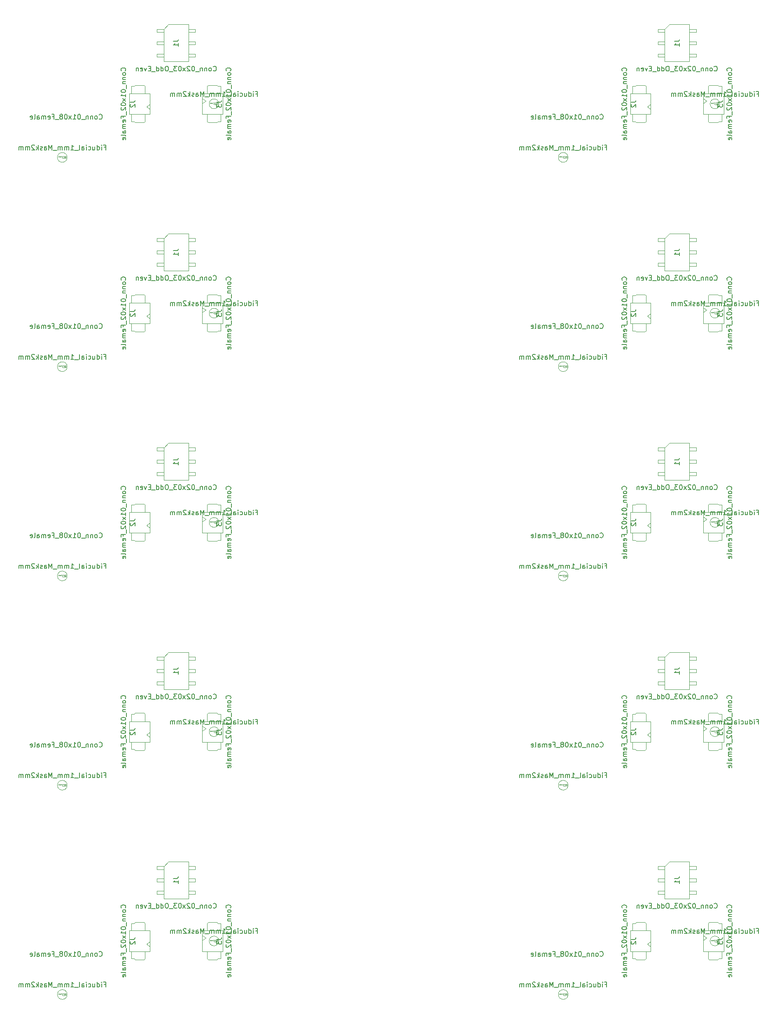
<source format=gbr>
%TF.GenerationSoftware,KiCad,Pcbnew,(5.1.5)-3*%
%TF.CreationDate,2020-06-01T11:27:06+02:00*%
%TF.ProjectId,panel,70616e65-6c2e-46b6-9963-61645f706362,rev?*%
%TF.SameCoordinates,Original*%
%TF.FileFunction,Other,Fab,Bot*%
%FSLAX46Y46*%
G04 Gerber Fmt 4.6, Leading zero omitted, Abs format (unit mm)*
G04 Created by KiCad (PCBNEW (5.1.5)-3) date 2020-06-01 11:27:06*
%MOMM*%
%LPD*%
G04 APERTURE LIST*
%ADD10C,0.100000*%
%ADD11C,0.150000*%
%ADD12C,0.060000*%
G04 APERTURE END LIST*
D10*
%TO.C,J1*%
X199080009Y-231360049D02*
X200460009Y-231360049D01*
X199080009Y-230720049D02*
X199080009Y-231360049D01*
X200460009Y-230720049D02*
X199080009Y-230720049D01*
X206920009Y-231360049D02*
X206920009Y-230720049D01*
X205540009Y-231360049D02*
X206920009Y-231360049D01*
X206920009Y-230720049D02*
X205540009Y-230720049D01*
X199080009Y-228820049D02*
X200460009Y-228820049D01*
X199080009Y-228180049D02*
X199080009Y-228820049D01*
X200460009Y-228180049D02*
X199080009Y-228180049D01*
X206920009Y-228820049D02*
X206920009Y-228180049D01*
X205540009Y-228820049D02*
X206920009Y-228820049D01*
X206920009Y-228180049D02*
X205540009Y-228180049D01*
X199080009Y-226280049D02*
X200460009Y-226280049D01*
X199080009Y-225640049D02*
X199080009Y-226280049D01*
X200460009Y-225640049D02*
X199080009Y-225640049D01*
X206920009Y-226280049D02*
X206920009Y-225640049D01*
X205540009Y-226280049D02*
X206920009Y-226280049D01*
X206920009Y-225640049D02*
X205540009Y-225640049D01*
X205540009Y-232310049D02*
X205540009Y-224690049D01*
X200460009Y-232310049D02*
X205540009Y-232310049D01*
X200460009Y-225690049D02*
X200460009Y-232310049D01*
X201460009Y-224690049D02*
X200460009Y-225690049D01*
X205540009Y-224690049D02*
X201460009Y-224690049D01*
%TO.C,J2*%
X196892902Y-241625049D02*
X197600009Y-241125049D01*
X197600009Y-242125049D02*
X196892902Y-241625049D01*
X193800009Y-237375049D02*
X193800009Y-238875049D01*
X194400009Y-237375049D02*
X193800009Y-237375049D01*
X194600009Y-237175049D02*
X194400009Y-237375049D01*
X196400009Y-237175049D02*
X194600009Y-237175049D01*
X196600009Y-237375049D02*
X196400009Y-237175049D01*
X196600009Y-238875049D02*
X196600009Y-237375049D01*
X193800009Y-244625049D02*
X193800009Y-243125049D01*
X194400009Y-244625049D02*
X193800009Y-244625049D01*
X194600009Y-244825049D02*
X194400009Y-244625049D01*
X196400009Y-244825049D02*
X194600009Y-244825049D01*
X196600009Y-244625049D02*
X196400009Y-244825049D01*
X196600009Y-243125049D02*
X196600009Y-244625049D01*
X197600009Y-238875049D02*
X193400009Y-238875049D01*
X197600009Y-243125049D02*
X193400009Y-243125049D01*
X193400009Y-243125049D02*
X193400009Y-238875049D01*
X197600009Y-243125049D02*
X197600009Y-238875049D01*
%TO.C,J3*%
X209107116Y-240375049D02*
X208400009Y-240875049D01*
X208400009Y-239875049D02*
X209107116Y-240375049D01*
X212200009Y-244625049D02*
X212200009Y-243125049D01*
X211600009Y-244625049D02*
X212200009Y-244625049D01*
X211400009Y-244825049D02*
X211600009Y-244625049D01*
X209600009Y-244825049D02*
X211400009Y-244825049D01*
X209400009Y-244625049D02*
X209600009Y-244825049D01*
X209400009Y-243125049D02*
X209400009Y-244625049D01*
X212200009Y-237375049D02*
X212200009Y-238875049D01*
X211600009Y-237375049D02*
X212200009Y-237375049D01*
X211400009Y-237175049D02*
X211600009Y-237375049D01*
X209600009Y-237175049D02*
X211400009Y-237175049D01*
X209400009Y-237375049D02*
X209600009Y-237175049D01*
X209400009Y-238875049D02*
X209400009Y-237375049D01*
X208400009Y-243125049D02*
X212600009Y-243125049D01*
X208400009Y-238875049D02*
X212600009Y-238875049D01*
X212600009Y-238875049D02*
X212600009Y-243125049D01*
X208400009Y-238875049D02*
X208400009Y-243125049D01*
%TO.C,REF\002A\002A*%
X180600009Y-252000049D02*
G75*
G03X180600009Y-252000049I-1000000J0D01*
G01*
X211800009Y-241000049D02*
G75*
G03X211800009Y-241000049I-1000000J0D01*
G01*
%TO.C,J1*%
X96080001Y-231360049D02*
X97460001Y-231360049D01*
X96080001Y-230720049D02*
X96080001Y-231360049D01*
X97460001Y-230720049D02*
X96080001Y-230720049D01*
X103920001Y-231360049D02*
X103920001Y-230720049D01*
X102540001Y-231360049D02*
X103920001Y-231360049D01*
X103920001Y-230720049D02*
X102540001Y-230720049D01*
X96080001Y-228820049D02*
X97460001Y-228820049D01*
X96080001Y-228180049D02*
X96080001Y-228820049D01*
X97460001Y-228180049D02*
X96080001Y-228180049D01*
X103920001Y-228820049D02*
X103920001Y-228180049D01*
X102540001Y-228820049D02*
X103920001Y-228820049D01*
X103920001Y-228180049D02*
X102540001Y-228180049D01*
X96080001Y-226280049D02*
X97460001Y-226280049D01*
X96080001Y-225640049D02*
X96080001Y-226280049D01*
X97460001Y-225640049D02*
X96080001Y-225640049D01*
X103920001Y-226280049D02*
X103920001Y-225640049D01*
X102540001Y-226280049D02*
X103920001Y-226280049D01*
X103920001Y-225640049D02*
X102540001Y-225640049D01*
X102540001Y-232310049D02*
X102540001Y-224690049D01*
X97460001Y-232310049D02*
X102540001Y-232310049D01*
X97460001Y-225690049D02*
X97460001Y-232310049D01*
X98460001Y-224690049D02*
X97460001Y-225690049D01*
X102540001Y-224690049D02*
X98460001Y-224690049D01*
%TO.C,J2*%
X93892894Y-241625049D02*
X94600001Y-241125049D01*
X94600001Y-242125049D02*
X93892894Y-241625049D01*
X90800001Y-237375049D02*
X90800001Y-238875049D01*
X91400001Y-237375049D02*
X90800001Y-237375049D01*
X91600001Y-237175049D02*
X91400001Y-237375049D01*
X93400001Y-237175049D02*
X91600001Y-237175049D01*
X93600001Y-237375049D02*
X93400001Y-237175049D01*
X93600001Y-238875049D02*
X93600001Y-237375049D01*
X90800001Y-244625049D02*
X90800001Y-243125049D01*
X91400001Y-244625049D02*
X90800001Y-244625049D01*
X91600001Y-244825049D02*
X91400001Y-244625049D01*
X93400001Y-244825049D02*
X91600001Y-244825049D01*
X93600001Y-244625049D02*
X93400001Y-244825049D01*
X93600001Y-243125049D02*
X93600001Y-244625049D01*
X94600001Y-238875049D02*
X90400001Y-238875049D01*
X94600001Y-243125049D02*
X90400001Y-243125049D01*
X90400001Y-243125049D02*
X90400001Y-238875049D01*
X94600001Y-243125049D02*
X94600001Y-238875049D01*
%TO.C,J3*%
X106107108Y-240375049D02*
X105400001Y-240875049D01*
X105400001Y-239875049D02*
X106107108Y-240375049D01*
X109200001Y-244625049D02*
X109200001Y-243125049D01*
X108600001Y-244625049D02*
X109200001Y-244625049D01*
X108400001Y-244825049D02*
X108600001Y-244625049D01*
X106600001Y-244825049D02*
X108400001Y-244825049D01*
X106400001Y-244625049D02*
X106600001Y-244825049D01*
X106400001Y-243125049D02*
X106400001Y-244625049D01*
X109200001Y-237375049D02*
X109200001Y-238875049D01*
X108600001Y-237375049D02*
X109200001Y-237375049D01*
X108400001Y-237175049D02*
X108600001Y-237375049D01*
X106600001Y-237175049D02*
X108400001Y-237175049D01*
X106400001Y-237375049D02*
X106600001Y-237175049D01*
X106400001Y-238875049D02*
X106400001Y-237375049D01*
X105400001Y-243125049D02*
X109600001Y-243125049D01*
X105400001Y-238875049D02*
X109600001Y-238875049D01*
X109600001Y-238875049D02*
X109600001Y-243125049D01*
X105400001Y-238875049D02*
X105400001Y-243125049D01*
%TO.C,REF\002A\002A*%
X77600001Y-252000049D02*
G75*
G03X77600001Y-252000049I-1000000J0D01*
G01*
X108800001Y-241000049D02*
G75*
G03X108800001Y-241000049I-1000000J0D01*
G01*
%TO.C,J1*%
X199080009Y-188360037D02*
X200460009Y-188360037D01*
X199080009Y-187720037D02*
X199080009Y-188360037D01*
X200460009Y-187720037D02*
X199080009Y-187720037D01*
X206920009Y-188360037D02*
X206920009Y-187720037D01*
X205540009Y-188360037D02*
X206920009Y-188360037D01*
X206920009Y-187720037D02*
X205540009Y-187720037D01*
X199080009Y-185820037D02*
X200460009Y-185820037D01*
X199080009Y-185180037D02*
X199080009Y-185820037D01*
X200460009Y-185180037D02*
X199080009Y-185180037D01*
X206920009Y-185820037D02*
X206920009Y-185180037D01*
X205540009Y-185820037D02*
X206920009Y-185820037D01*
X206920009Y-185180037D02*
X205540009Y-185180037D01*
X199080009Y-183280037D02*
X200460009Y-183280037D01*
X199080009Y-182640037D02*
X199080009Y-183280037D01*
X200460009Y-182640037D02*
X199080009Y-182640037D01*
X206920009Y-183280037D02*
X206920009Y-182640037D01*
X205540009Y-183280037D02*
X206920009Y-183280037D01*
X206920009Y-182640037D02*
X205540009Y-182640037D01*
X205540009Y-189310037D02*
X205540009Y-181690037D01*
X200460009Y-189310037D02*
X205540009Y-189310037D01*
X200460009Y-182690037D02*
X200460009Y-189310037D01*
X201460009Y-181690037D02*
X200460009Y-182690037D01*
X205540009Y-181690037D02*
X201460009Y-181690037D01*
%TO.C,J2*%
X196892902Y-198625037D02*
X197600009Y-198125037D01*
X197600009Y-199125037D02*
X196892902Y-198625037D01*
X193800009Y-194375037D02*
X193800009Y-195875037D01*
X194400009Y-194375037D02*
X193800009Y-194375037D01*
X194600009Y-194175037D02*
X194400009Y-194375037D01*
X196400009Y-194175037D02*
X194600009Y-194175037D01*
X196600009Y-194375037D02*
X196400009Y-194175037D01*
X196600009Y-195875037D02*
X196600009Y-194375037D01*
X193800009Y-201625037D02*
X193800009Y-200125037D01*
X194400009Y-201625037D02*
X193800009Y-201625037D01*
X194600009Y-201825037D02*
X194400009Y-201625037D01*
X196400009Y-201825037D02*
X194600009Y-201825037D01*
X196600009Y-201625037D02*
X196400009Y-201825037D01*
X196600009Y-200125037D02*
X196600009Y-201625037D01*
X197600009Y-195875037D02*
X193400009Y-195875037D01*
X197600009Y-200125037D02*
X193400009Y-200125037D01*
X193400009Y-200125037D02*
X193400009Y-195875037D01*
X197600009Y-200125037D02*
X197600009Y-195875037D01*
%TO.C,J3*%
X209107116Y-197375037D02*
X208400009Y-197875037D01*
X208400009Y-196875037D02*
X209107116Y-197375037D01*
X212200009Y-201625037D02*
X212200009Y-200125037D01*
X211600009Y-201625037D02*
X212200009Y-201625037D01*
X211400009Y-201825037D02*
X211600009Y-201625037D01*
X209600009Y-201825037D02*
X211400009Y-201825037D01*
X209400009Y-201625037D02*
X209600009Y-201825037D01*
X209400009Y-200125037D02*
X209400009Y-201625037D01*
X212200009Y-194375037D02*
X212200009Y-195875037D01*
X211600009Y-194375037D02*
X212200009Y-194375037D01*
X211400009Y-194175037D02*
X211600009Y-194375037D01*
X209600009Y-194175037D02*
X211400009Y-194175037D01*
X209400009Y-194375037D02*
X209600009Y-194175037D01*
X209400009Y-195875037D02*
X209400009Y-194375037D01*
X208400009Y-200125037D02*
X212600009Y-200125037D01*
X208400009Y-195875037D02*
X212600009Y-195875037D01*
X212600009Y-195875037D02*
X212600009Y-200125037D01*
X208400009Y-195875037D02*
X208400009Y-200125037D01*
%TO.C,REF\002A\002A*%
X180600009Y-209000037D02*
G75*
G03X180600009Y-209000037I-1000000J0D01*
G01*
X211800009Y-198000037D02*
G75*
G03X211800009Y-198000037I-1000000J0D01*
G01*
%TO.C,J1*%
X96080001Y-188360037D02*
X97460001Y-188360037D01*
X96080001Y-187720037D02*
X96080001Y-188360037D01*
X97460001Y-187720037D02*
X96080001Y-187720037D01*
X103920001Y-188360037D02*
X103920001Y-187720037D01*
X102540001Y-188360037D02*
X103920001Y-188360037D01*
X103920001Y-187720037D02*
X102540001Y-187720037D01*
X96080001Y-185820037D02*
X97460001Y-185820037D01*
X96080001Y-185180037D02*
X96080001Y-185820037D01*
X97460001Y-185180037D02*
X96080001Y-185180037D01*
X103920001Y-185820037D02*
X103920001Y-185180037D01*
X102540001Y-185820037D02*
X103920001Y-185820037D01*
X103920001Y-185180037D02*
X102540001Y-185180037D01*
X96080001Y-183280037D02*
X97460001Y-183280037D01*
X96080001Y-182640037D02*
X96080001Y-183280037D01*
X97460001Y-182640037D02*
X96080001Y-182640037D01*
X103920001Y-183280037D02*
X103920001Y-182640037D01*
X102540001Y-183280037D02*
X103920001Y-183280037D01*
X103920001Y-182640037D02*
X102540001Y-182640037D01*
X102540001Y-189310037D02*
X102540001Y-181690037D01*
X97460001Y-189310037D02*
X102540001Y-189310037D01*
X97460001Y-182690037D02*
X97460001Y-189310037D01*
X98460001Y-181690037D02*
X97460001Y-182690037D01*
X102540001Y-181690037D02*
X98460001Y-181690037D01*
%TO.C,J2*%
X93892894Y-198625037D02*
X94600001Y-198125037D01*
X94600001Y-199125037D02*
X93892894Y-198625037D01*
X90800001Y-194375037D02*
X90800001Y-195875037D01*
X91400001Y-194375037D02*
X90800001Y-194375037D01*
X91600001Y-194175037D02*
X91400001Y-194375037D01*
X93400001Y-194175037D02*
X91600001Y-194175037D01*
X93600001Y-194375037D02*
X93400001Y-194175037D01*
X93600001Y-195875037D02*
X93600001Y-194375037D01*
X90800001Y-201625037D02*
X90800001Y-200125037D01*
X91400001Y-201625037D02*
X90800001Y-201625037D01*
X91600001Y-201825037D02*
X91400001Y-201625037D01*
X93400001Y-201825037D02*
X91600001Y-201825037D01*
X93600001Y-201625037D02*
X93400001Y-201825037D01*
X93600001Y-200125037D02*
X93600001Y-201625037D01*
X94600001Y-195875037D02*
X90400001Y-195875037D01*
X94600001Y-200125037D02*
X90400001Y-200125037D01*
X90400001Y-200125037D02*
X90400001Y-195875037D01*
X94600001Y-200125037D02*
X94600001Y-195875037D01*
%TO.C,J3*%
X106107108Y-197375037D02*
X105400001Y-197875037D01*
X105400001Y-196875037D02*
X106107108Y-197375037D01*
X109200001Y-201625037D02*
X109200001Y-200125037D01*
X108600001Y-201625037D02*
X109200001Y-201625037D01*
X108400001Y-201825037D02*
X108600001Y-201625037D01*
X106600001Y-201825037D02*
X108400001Y-201825037D01*
X106400001Y-201625037D02*
X106600001Y-201825037D01*
X106400001Y-200125037D02*
X106400001Y-201625037D01*
X109200001Y-194375037D02*
X109200001Y-195875037D01*
X108600001Y-194375037D02*
X109200001Y-194375037D01*
X108400001Y-194175037D02*
X108600001Y-194375037D01*
X106600001Y-194175037D02*
X108400001Y-194175037D01*
X106400001Y-194375037D02*
X106600001Y-194175037D01*
X106400001Y-195875037D02*
X106400001Y-194375037D01*
X105400001Y-200125037D02*
X109600001Y-200125037D01*
X105400001Y-195875037D02*
X109600001Y-195875037D01*
X109600001Y-195875037D02*
X109600001Y-200125037D01*
X105400001Y-195875037D02*
X105400001Y-200125037D01*
%TO.C,REF\002A\002A*%
X77600001Y-209000037D02*
G75*
G03X77600001Y-209000037I-1000000J0D01*
G01*
X108800001Y-198000037D02*
G75*
G03X108800001Y-198000037I-1000000J0D01*
G01*
%TO.C,J1*%
X199080009Y-145360025D02*
X200460009Y-145360025D01*
X199080009Y-144720025D02*
X199080009Y-145360025D01*
X200460009Y-144720025D02*
X199080009Y-144720025D01*
X206920009Y-145360025D02*
X206920009Y-144720025D01*
X205540009Y-145360025D02*
X206920009Y-145360025D01*
X206920009Y-144720025D02*
X205540009Y-144720025D01*
X199080009Y-142820025D02*
X200460009Y-142820025D01*
X199080009Y-142180025D02*
X199080009Y-142820025D01*
X200460009Y-142180025D02*
X199080009Y-142180025D01*
X206920009Y-142820025D02*
X206920009Y-142180025D01*
X205540009Y-142820025D02*
X206920009Y-142820025D01*
X206920009Y-142180025D02*
X205540009Y-142180025D01*
X199080009Y-140280025D02*
X200460009Y-140280025D01*
X199080009Y-139640025D02*
X199080009Y-140280025D01*
X200460009Y-139640025D02*
X199080009Y-139640025D01*
X206920009Y-140280025D02*
X206920009Y-139640025D01*
X205540009Y-140280025D02*
X206920009Y-140280025D01*
X206920009Y-139640025D02*
X205540009Y-139640025D01*
X205540009Y-146310025D02*
X205540009Y-138690025D01*
X200460009Y-146310025D02*
X205540009Y-146310025D01*
X200460009Y-139690025D02*
X200460009Y-146310025D01*
X201460009Y-138690025D02*
X200460009Y-139690025D01*
X205540009Y-138690025D02*
X201460009Y-138690025D01*
%TO.C,J2*%
X196892902Y-155625025D02*
X197600009Y-155125025D01*
X197600009Y-156125025D02*
X196892902Y-155625025D01*
X193800009Y-151375025D02*
X193800009Y-152875025D01*
X194400009Y-151375025D02*
X193800009Y-151375025D01*
X194600009Y-151175025D02*
X194400009Y-151375025D01*
X196400009Y-151175025D02*
X194600009Y-151175025D01*
X196600009Y-151375025D02*
X196400009Y-151175025D01*
X196600009Y-152875025D02*
X196600009Y-151375025D01*
X193800009Y-158625025D02*
X193800009Y-157125025D01*
X194400009Y-158625025D02*
X193800009Y-158625025D01*
X194600009Y-158825025D02*
X194400009Y-158625025D01*
X196400009Y-158825025D02*
X194600009Y-158825025D01*
X196600009Y-158625025D02*
X196400009Y-158825025D01*
X196600009Y-157125025D02*
X196600009Y-158625025D01*
X197600009Y-152875025D02*
X193400009Y-152875025D01*
X197600009Y-157125025D02*
X193400009Y-157125025D01*
X193400009Y-157125025D02*
X193400009Y-152875025D01*
X197600009Y-157125025D02*
X197600009Y-152875025D01*
%TO.C,J3*%
X209107116Y-154375025D02*
X208400009Y-154875025D01*
X208400009Y-153875025D02*
X209107116Y-154375025D01*
X212200009Y-158625025D02*
X212200009Y-157125025D01*
X211600009Y-158625025D02*
X212200009Y-158625025D01*
X211400009Y-158825025D02*
X211600009Y-158625025D01*
X209600009Y-158825025D02*
X211400009Y-158825025D01*
X209400009Y-158625025D02*
X209600009Y-158825025D01*
X209400009Y-157125025D02*
X209400009Y-158625025D01*
X212200009Y-151375025D02*
X212200009Y-152875025D01*
X211600009Y-151375025D02*
X212200009Y-151375025D01*
X211400009Y-151175025D02*
X211600009Y-151375025D01*
X209600009Y-151175025D02*
X211400009Y-151175025D01*
X209400009Y-151375025D02*
X209600009Y-151175025D01*
X209400009Y-152875025D02*
X209400009Y-151375025D01*
X208400009Y-157125025D02*
X212600009Y-157125025D01*
X208400009Y-152875025D02*
X212600009Y-152875025D01*
X212600009Y-152875025D02*
X212600009Y-157125025D01*
X208400009Y-152875025D02*
X208400009Y-157125025D01*
%TO.C,REF\002A\002A*%
X180600009Y-166000025D02*
G75*
G03X180600009Y-166000025I-1000000J0D01*
G01*
X211800009Y-155000025D02*
G75*
G03X211800009Y-155000025I-1000000J0D01*
G01*
%TO.C,J1*%
X96080001Y-145360025D02*
X97460001Y-145360025D01*
X96080001Y-144720025D02*
X96080001Y-145360025D01*
X97460001Y-144720025D02*
X96080001Y-144720025D01*
X103920001Y-145360025D02*
X103920001Y-144720025D01*
X102540001Y-145360025D02*
X103920001Y-145360025D01*
X103920001Y-144720025D02*
X102540001Y-144720025D01*
X96080001Y-142820025D02*
X97460001Y-142820025D01*
X96080001Y-142180025D02*
X96080001Y-142820025D01*
X97460001Y-142180025D02*
X96080001Y-142180025D01*
X103920001Y-142820025D02*
X103920001Y-142180025D01*
X102540001Y-142820025D02*
X103920001Y-142820025D01*
X103920001Y-142180025D02*
X102540001Y-142180025D01*
X96080001Y-140280025D02*
X97460001Y-140280025D01*
X96080001Y-139640025D02*
X96080001Y-140280025D01*
X97460001Y-139640025D02*
X96080001Y-139640025D01*
X103920001Y-140280025D02*
X103920001Y-139640025D01*
X102540001Y-140280025D02*
X103920001Y-140280025D01*
X103920001Y-139640025D02*
X102540001Y-139640025D01*
X102540001Y-146310025D02*
X102540001Y-138690025D01*
X97460001Y-146310025D02*
X102540001Y-146310025D01*
X97460001Y-139690025D02*
X97460001Y-146310025D01*
X98460001Y-138690025D02*
X97460001Y-139690025D01*
X102540001Y-138690025D02*
X98460001Y-138690025D01*
%TO.C,J2*%
X93892894Y-155625025D02*
X94600001Y-155125025D01*
X94600001Y-156125025D02*
X93892894Y-155625025D01*
X90800001Y-151375025D02*
X90800001Y-152875025D01*
X91400001Y-151375025D02*
X90800001Y-151375025D01*
X91600001Y-151175025D02*
X91400001Y-151375025D01*
X93400001Y-151175025D02*
X91600001Y-151175025D01*
X93600001Y-151375025D02*
X93400001Y-151175025D01*
X93600001Y-152875025D02*
X93600001Y-151375025D01*
X90800001Y-158625025D02*
X90800001Y-157125025D01*
X91400001Y-158625025D02*
X90800001Y-158625025D01*
X91600001Y-158825025D02*
X91400001Y-158625025D01*
X93400001Y-158825025D02*
X91600001Y-158825025D01*
X93600001Y-158625025D02*
X93400001Y-158825025D01*
X93600001Y-157125025D02*
X93600001Y-158625025D01*
X94600001Y-152875025D02*
X90400001Y-152875025D01*
X94600001Y-157125025D02*
X90400001Y-157125025D01*
X90400001Y-157125025D02*
X90400001Y-152875025D01*
X94600001Y-157125025D02*
X94600001Y-152875025D01*
%TO.C,J3*%
X106107108Y-154375025D02*
X105400001Y-154875025D01*
X105400001Y-153875025D02*
X106107108Y-154375025D01*
X109200001Y-158625025D02*
X109200001Y-157125025D01*
X108600001Y-158625025D02*
X109200001Y-158625025D01*
X108400001Y-158825025D02*
X108600001Y-158625025D01*
X106600001Y-158825025D02*
X108400001Y-158825025D01*
X106400001Y-158625025D02*
X106600001Y-158825025D01*
X106400001Y-157125025D02*
X106400001Y-158625025D01*
X109200001Y-151375025D02*
X109200001Y-152875025D01*
X108600001Y-151375025D02*
X109200001Y-151375025D01*
X108400001Y-151175025D02*
X108600001Y-151375025D01*
X106600001Y-151175025D02*
X108400001Y-151175025D01*
X106400001Y-151375025D02*
X106600001Y-151175025D01*
X106400001Y-152875025D02*
X106400001Y-151375025D01*
X105400001Y-157125025D02*
X109600001Y-157125025D01*
X105400001Y-152875025D02*
X109600001Y-152875025D01*
X109600001Y-152875025D02*
X109600001Y-157125025D01*
X105400001Y-152875025D02*
X105400001Y-157125025D01*
%TO.C,REF\002A\002A*%
X77600001Y-166000025D02*
G75*
G03X77600001Y-166000025I-1000000J0D01*
G01*
X108800001Y-155000025D02*
G75*
G03X108800001Y-155000025I-1000000J0D01*
G01*
%TO.C,J1*%
X199080009Y-102360013D02*
X200460009Y-102360013D01*
X199080009Y-101720013D02*
X199080009Y-102360013D01*
X200460009Y-101720013D02*
X199080009Y-101720013D01*
X206920009Y-102360013D02*
X206920009Y-101720013D01*
X205540009Y-102360013D02*
X206920009Y-102360013D01*
X206920009Y-101720013D02*
X205540009Y-101720013D01*
X199080009Y-99820013D02*
X200460009Y-99820013D01*
X199080009Y-99180013D02*
X199080009Y-99820013D01*
X200460009Y-99180013D02*
X199080009Y-99180013D01*
X206920009Y-99820013D02*
X206920009Y-99180013D01*
X205540009Y-99820013D02*
X206920009Y-99820013D01*
X206920009Y-99180013D02*
X205540009Y-99180013D01*
X199080009Y-97280013D02*
X200460009Y-97280013D01*
X199080009Y-96640013D02*
X199080009Y-97280013D01*
X200460009Y-96640013D02*
X199080009Y-96640013D01*
X206920009Y-97280013D02*
X206920009Y-96640013D01*
X205540009Y-97280013D02*
X206920009Y-97280013D01*
X206920009Y-96640013D02*
X205540009Y-96640013D01*
X205540009Y-103310013D02*
X205540009Y-95690013D01*
X200460009Y-103310013D02*
X205540009Y-103310013D01*
X200460009Y-96690013D02*
X200460009Y-103310013D01*
X201460009Y-95690013D02*
X200460009Y-96690013D01*
X205540009Y-95690013D02*
X201460009Y-95690013D01*
%TO.C,J2*%
X196892902Y-112625013D02*
X197600009Y-112125013D01*
X197600009Y-113125013D02*
X196892902Y-112625013D01*
X193800009Y-108375013D02*
X193800009Y-109875013D01*
X194400009Y-108375013D02*
X193800009Y-108375013D01*
X194600009Y-108175013D02*
X194400009Y-108375013D01*
X196400009Y-108175013D02*
X194600009Y-108175013D01*
X196600009Y-108375013D02*
X196400009Y-108175013D01*
X196600009Y-109875013D02*
X196600009Y-108375013D01*
X193800009Y-115625013D02*
X193800009Y-114125013D01*
X194400009Y-115625013D02*
X193800009Y-115625013D01*
X194600009Y-115825013D02*
X194400009Y-115625013D01*
X196400009Y-115825013D02*
X194600009Y-115825013D01*
X196600009Y-115625013D02*
X196400009Y-115825013D01*
X196600009Y-114125013D02*
X196600009Y-115625013D01*
X197600009Y-109875013D02*
X193400009Y-109875013D01*
X197600009Y-114125013D02*
X193400009Y-114125013D01*
X193400009Y-114125013D02*
X193400009Y-109875013D01*
X197600009Y-114125013D02*
X197600009Y-109875013D01*
%TO.C,J3*%
X209107116Y-111375013D02*
X208400009Y-111875013D01*
X208400009Y-110875013D02*
X209107116Y-111375013D01*
X212200009Y-115625013D02*
X212200009Y-114125013D01*
X211600009Y-115625013D02*
X212200009Y-115625013D01*
X211400009Y-115825013D02*
X211600009Y-115625013D01*
X209600009Y-115825013D02*
X211400009Y-115825013D01*
X209400009Y-115625013D02*
X209600009Y-115825013D01*
X209400009Y-114125013D02*
X209400009Y-115625013D01*
X212200009Y-108375013D02*
X212200009Y-109875013D01*
X211600009Y-108375013D02*
X212200009Y-108375013D01*
X211400009Y-108175013D02*
X211600009Y-108375013D01*
X209600009Y-108175013D02*
X211400009Y-108175013D01*
X209400009Y-108375013D02*
X209600009Y-108175013D01*
X209400009Y-109875013D02*
X209400009Y-108375013D01*
X208400009Y-114125013D02*
X212600009Y-114125013D01*
X208400009Y-109875013D02*
X212600009Y-109875013D01*
X212600009Y-109875013D02*
X212600009Y-114125013D01*
X208400009Y-109875013D02*
X208400009Y-114125013D01*
%TO.C,REF\002A\002A*%
X180600009Y-123000013D02*
G75*
G03X180600009Y-123000013I-1000000J0D01*
G01*
X211800009Y-112000013D02*
G75*
G03X211800009Y-112000013I-1000000J0D01*
G01*
%TO.C,J1*%
X96080001Y-102360013D02*
X97460001Y-102360013D01*
X96080001Y-101720013D02*
X96080001Y-102360013D01*
X97460001Y-101720013D02*
X96080001Y-101720013D01*
X103920001Y-102360013D02*
X103920001Y-101720013D01*
X102540001Y-102360013D02*
X103920001Y-102360013D01*
X103920001Y-101720013D02*
X102540001Y-101720013D01*
X96080001Y-99820013D02*
X97460001Y-99820013D01*
X96080001Y-99180013D02*
X96080001Y-99820013D01*
X97460001Y-99180013D02*
X96080001Y-99180013D01*
X103920001Y-99820013D02*
X103920001Y-99180013D01*
X102540001Y-99820013D02*
X103920001Y-99820013D01*
X103920001Y-99180013D02*
X102540001Y-99180013D01*
X96080001Y-97280013D02*
X97460001Y-97280013D01*
X96080001Y-96640013D02*
X96080001Y-97280013D01*
X97460001Y-96640013D02*
X96080001Y-96640013D01*
X103920001Y-97280013D02*
X103920001Y-96640013D01*
X102540001Y-97280013D02*
X103920001Y-97280013D01*
X103920001Y-96640013D02*
X102540001Y-96640013D01*
X102540001Y-103310013D02*
X102540001Y-95690013D01*
X97460001Y-103310013D02*
X102540001Y-103310013D01*
X97460001Y-96690013D02*
X97460001Y-103310013D01*
X98460001Y-95690013D02*
X97460001Y-96690013D01*
X102540001Y-95690013D02*
X98460001Y-95690013D01*
%TO.C,J2*%
X93892894Y-112625013D02*
X94600001Y-112125013D01*
X94600001Y-113125013D02*
X93892894Y-112625013D01*
X90800001Y-108375013D02*
X90800001Y-109875013D01*
X91400001Y-108375013D02*
X90800001Y-108375013D01*
X91600001Y-108175013D02*
X91400001Y-108375013D01*
X93400001Y-108175013D02*
X91600001Y-108175013D01*
X93600001Y-108375013D02*
X93400001Y-108175013D01*
X93600001Y-109875013D02*
X93600001Y-108375013D01*
X90800001Y-115625013D02*
X90800001Y-114125013D01*
X91400001Y-115625013D02*
X90800001Y-115625013D01*
X91600001Y-115825013D02*
X91400001Y-115625013D01*
X93400001Y-115825013D02*
X91600001Y-115825013D01*
X93600001Y-115625013D02*
X93400001Y-115825013D01*
X93600001Y-114125013D02*
X93600001Y-115625013D01*
X94600001Y-109875013D02*
X90400001Y-109875013D01*
X94600001Y-114125013D02*
X90400001Y-114125013D01*
X90400001Y-114125013D02*
X90400001Y-109875013D01*
X94600001Y-114125013D02*
X94600001Y-109875013D01*
%TO.C,J3*%
X106107108Y-111375013D02*
X105400001Y-111875013D01*
X105400001Y-110875013D02*
X106107108Y-111375013D01*
X109200001Y-115625013D02*
X109200001Y-114125013D01*
X108600001Y-115625013D02*
X109200001Y-115625013D01*
X108400001Y-115825013D02*
X108600001Y-115625013D01*
X106600001Y-115825013D02*
X108400001Y-115825013D01*
X106400001Y-115625013D02*
X106600001Y-115825013D01*
X106400001Y-114125013D02*
X106400001Y-115625013D01*
X109200001Y-108375013D02*
X109200001Y-109875013D01*
X108600001Y-108375013D02*
X109200001Y-108375013D01*
X108400001Y-108175013D02*
X108600001Y-108375013D01*
X106600001Y-108175013D02*
X108400001Y-108175013D01*
X106400001Y-108375013D02*
X106600001Y-108175013D01*
X106400001Y-109875013D02*
X106400001Y-108375013D01*
X105400001Y-114125013D02*
X109600001Y-114125013D01*
X105400001Y-109875013D02*
X109600001Y-109875013D01*
X109600001Y-109875013D02*
X109600001Y-114125013D01*
X105400001Y-109875013D02*
X105400001Y-114125013D01*
%TO.C,REF\002A\002A*%
X77600001Y-123000013D02*
G75*
G03X77600001Y-123000013I-1000000J0D01*
G01*
X108800001Y-112000013D02*
G75*
G03X108800001Y-112000013I-1000000J0D01*
G01*
%TO.C,J1*%
X199080009Y-59360001D02*
X200460009Y-59360001D01*
X199080009Y-58720001D02*
X199080009Y-59360001D01*
X200460009Y-58720001D02*
X199080009Y-58720001D01*
X206920009Y-59360001D02*
X206920009Y-58720001D01*
X205540009Y-59360001D02*
X206920009Y-59360001D01*
X206920009Y-58720001D02*
X205540009Y-58720001D01*
X199080009Y-56820001D02*
X200460009Y-56820001D01*
X199080009Y-56180001D02*
X199080009Y-56820001D01*
X200460009Y-56180001D02*
X199080009Y-56180001D01*
X206920009Y-56820001D02*
X206920009Y-56180001D01*
X205540009Y-56820001D02*
X206920009Y-56820001D01*
X206920009Y-56180001D02*
X205540009Y-56180001D01*
X199080009Y-54280001D02*
X200460009Y-54280001D01*
X199080009Y-53640001D02*
X199080009Y-54280001D01*
X200460009Y-53640001D02*
X199080009Y-53640001D01*
X206920009Y-54280001D02*
X206920009Y-53640001D01*
X205540009Y-54280001D02*
X206920009Y-54280001D01*
X206920009Y-53640001D02*
X205540009Y-53640001D01*
X205540009Y-60310001D02*
X205540009Y-52690001D01*
X200460009Y-60310001D02*
X205540009Y-60310001D01*
X200460009Y-53690001D02*
X200460009Y-60310001D01*
X201460009Y-52690001D02*
X200460009Y-53690001D01*
X205540009Y-52690001D02*
X201460009Y-52690001D01*
%TO.C,J2*%
X196892902Y-69625001D02*
X197600009Y-69125001D01*
X197600009Y-70125001D02*
X196892902Y-69625001D01*
X193800009Y-65375001D02*
X193800009Y-66875001D01*
X194400009Y-65375001D02*
X193800009Y-65375001D01*
X194600009Y-65175001D02*
X194400009Y-65375001D01*
X196400009Y-65175001D02*
X194600009Y-65175001D01*
X196600009Y-65375001D02*
X196400009Y-65175001D01*
X196600009Y-66875001D02*
X196600009Y-65375001D01*
X193800009Y-72625001D02*
X193800009Y-71125001D01*
X194400009Y-72625001D02*
X193800009Y-72625001D01*
X194600009Y-72825001D02*
X194400009Y-72625001D01*
X196400009Y-72825001D02*
X194600009Y-72825001D01*
X196600009Y-72625001D02*
X196400009Y-72825001D01*
X196600009Y-71125001D02*
X196600009Y-72625001D01*
X197600009Y-66875001D02*
X193400009Y-66875001D01*
X197600009Y-71125001D02*
X193400009Y-71125001D01*
X193400009Y-71125001D02*
X193400009Y-66875001D01*
X197600009Y-71125001D02*
X197600009Y-66875001D01*
%TO.C,J3*%
X209107116Y-68375001D02*
X208400009Y-68875001D01*
X208400009Y-67875001D02*
X209107116Y-68375001D01*
X212200009Y-72625001D02*
X212200009Y-71125001D01*
X211600009Y-72625001D02*
X212200009Y-72625001D01*
X211400009Y-72825001D02*
X211600009Y-72625001D01*
X209600009Y-72825001D02*
X211400009Y-72825001D01*
X209400009Y-72625001D02*
X209600009Y-72825001D01*
X209400009Y-71125001D02*
X209400009Y-72625001D01*
X212200009Y-65375001D02*
X212200009Y-66875001D01*
X211600009Y-65375001D02*
X212200009Y-65375001D01*
X211400009Y-65175001D02*
X211600009Y-65375001D01*
X209600009Y-65175001D02*
X211400009Y-65175001D01*
X209400009Y-65375001D02*
X209600009Y-65175001D01*
X209400009Y-66875001D02*
X209400009Y-65375001D01*
X208400009Y-71125001D02*
X212600009Y-71125001D01*
X208400009Y-66875001D02*
X212600009Y-66875001D01*
X212600009Y-66875001D02*
X212600009Y-71125001D01*
X208400009Y-66875001D02*
X208400009Y-71125001D01*
%TO.C,REF\002A\002A*%
X180600009Y-80000001D02*
G75*
G03X180600009Y-80000001I-1000000J0D01*
G01*
X211800009Y-69000001D02*
G75*
G03X211800009Y-69000001I-1000000J0D01*
G01*
%TO.C,J1*%
X96080001Y-59360001D02*
X97460001Y-59360001D01*
X96080001Y-58720001D02*
X96080001Y-59360001D01*
X97460001Y-58720001D02*
X96080001Y-58720001D01*
X103920001Y-59360001D02*
X103920001Y-58720001D01*
X102540001Y-59360001D02*
X103920001Y-59360001D01*
X103920001Y-58720001D02*
X102540001Y-58720001D01*
X96080001Y-56820001D02*
X97460001Y-56820001D01*
X96080001Y-56180001D02*
X96080001Y-56820001D01*
X97460001Y-56180001D02*
X96080001Y-56180001D01*
X103920001Y-56820001D02*
X103920001Y-56180001D01*
X102540001Y-56820001D02*
X103920001Y-56820001D01*
X103920001Y-56180001D02*
X102540001Y-56180001D01*
X96080001Y-54280001D02*
X97460001Y-54280001D01*
X96080001Y-53640001D02*
X96080001Y-54280001D01*
X97460001Y-53640001D02*
X96080001Y-53640001D01*
X103920001Y-54280001D02*
X103920001Y-53640001D01*
X102540001Y-54280001D02*
X103920001Y-54280001D01*
X103920001Y-53640001D02*
X102540001Y-53640001D01*
X102540001Y-60310001D02*
X102540001Y-52690001D01*
X97460001Y-60310001D02*
X102540001Y-60310001D01*
X97460001Y-53690001D02*
X97460001Y-60310001D01*
X98460001Y-52690001D02*
X97460001Y-53690001D01*
X102540001Y-52690001D02*
X98460001Y-52690001D01*
%TO.C,J2*%
X93892894Y-69625001D02*
X94600001Y-69125001D01*
X94600001Y-70125001D02*
X93892894Y-69625001D01*
X90800001Y-65375001D02*
X90800001Y-66875001D01*
X91400001Y-65375001D02*
X90800001Y-65375001D01*
X91600001Y-65175001D02*
X91400001Y-65375001D01*
X93400001Y-65175001D02*
X91600001Y-65175001D01*
X93600001Y-65375001D02*
X93400001Y-65175001D01*
X93600001Y-66875001D02*
X93600001Y-65375001D01*
X90800001Y-72625001D02*
X90800001Y-71125001D01*
X91400001Y-72625001D02*
X90800001Y-72625001D01*
X91600001Y-72825001D02*
X91400001Y-72625001D01*
X93400001Y-72825001D02*
X91600001Y-72825001D01*
X93600001Y-72625001D02*
X93400001Y-72825001D01*
X93600001Y-71125001D02*
X93600001Y-72625001D01*
X94600001Y-66875001D02*
X90400001Y-66875001D01*
X94600001Y-71125001D02*
X90400001Y-71125001D01*
X90400001Y-71125001D02*
X90400001Y-66875001D01*
X94600001Y-71125001D02*
X94600001Y-66875001D01*
%TO.C,J3*%
X106107108Y-68375001D02*
X105400001Y-68875001D01*
X105400001Y-67875001D02*
X106107108Y-68375001D01*
X109200001Y-72625001D02*
X109200001Y-71125001D01*
X108600001Y-72625001D02*
X109200001Y-72625001D01*
X108400001Y-72825001D02*
X108600001Y-72625001D01*
X106600001Y-72825001D02*
X108400001Y-72825001D01*
X106400001Y-72625001D02*
X106600001Y-72825001D01*
X106400001Y-71125001D02*
X106400001Y-72625001D01*
X109200001Y-65375001D02*
X109200001Y-66875001D01*
X108600001Y-65375001D02*
X109200001Y-65375001D01*
X108400001Y-65175001D02*
X108600001Y-65375001D01*
X106600001Y-65175001D02*
X108400001Y-65175001D01*
X106400001Y-65375001D02*
X106600001Y-65175001D01*
X106400001Y-66875001D02*
X106400001Y-65375001D01*
X105400001Y-71125001D02*
X109600001Y-71125001D01*
X105400001Y-66875001D02*
X109600001Y-66875001D01*
X109600001Y-66875001D02*
X109600001Y-71125001D01*
X105400001Y-66875001D02*
X105400001Y-71125001D01*
%TO.C,REF\002A\002A*%
X77600001Y-80000001D02*
G75*
G03X77600001Y-80000001I-1000000J0D01*
G01*
X108800001Y-69000001D02*
G75*
G03X108800001Y-69000001I-1000000J0D01*
G01*
%TD*%
%TO.C,J1*%
D11*
X210642866Y-234167191D02*
X210690485Y-234214810D01*
X210833342Y-234262429D01*
X210928580Y-234262429D01*
X211071437Y-234214810D01*
X211166675Y-234119572D01*
X211214294Y-234024334D01*
X211261913Y-233833858D01*
X211261913Y-233691001D01*
X211214294Y-233500525D01*
X211166675Y-233405287D01*
X211071437Y-233310049D01*
X210928580Y-233262429D01*
X210833342Y-233262429D01*
X210690485Y-233310049D01*
X210642866Y-233357668D01*
X210071437Y-234262429D02*
X210166675Y-234214810D01*
X210214294Y-234167191D01*
X210261913Y-234071953D01*
X210261913Y-233786239D01*
X210214294Y-233691001D01*
X210166675Y-233643382D01*
X210071437Y-233595763D01*
X209928580Y-233595763D01*
X209833342Y-233643382D01*
X209785723Y-233691001D01*
X209738104Y-233786239D01*
X209738104Y-234071953D01*
X209785723Y-234167191D01*
X209833342Y-234214810D01*
X209928580Y-234262429D01*
X210071437Y-234262429D01*
X209309532Y-233595763D02*
X209309532Y-234262429D01*
X209309532Y-233691001D02*
X209261913Y-233643382D01*
X209166675Y-233595763D01*
X209023818Y-233595763D01*
X208928580Y-233643382D01*
X208880961Y-233738620D01*
X208880961Y-234262429D01*
X208404770Y-233595763D02*
X208404770Y-234262429D01*
X208404770Y-233691001D02*
X208357151Y-233643382D01*
X208261913Y-233595763D01*
X208119056Y-233595763D01*
X208023818Y-233643382D01*
X207976199Y-233738620D01*
X207976199Y-234262429D01*
X207738104Y-234357668D02*
X206976199Y-234357668D01*
X206547628Y-233262429D02*
X206452389Y-233262429D01*
X206357151Y-233310049D01*
X206309532Y-233357668D01*
X206261913Y-233452906D01*
X206214294Y-233643382D01*
X206214294Y-233881477D01*
X206261913Y-234071953D01*
X206309532Y-234167191D01*
X206357151Y-234214810D01*
X206452389Y-234262429D01*
X206547628Y-234262429D01*
X206642866Y-234214810D01*
X206690485Y-234167191D01*
X206738104Y-234071953D01*
X206785723Y-233881477D01*
X206785723Y-233643382D01*
X206738104Y-233452906D01*
X206690485Y-233357668D01*
X206642866Y-233310049D01*
X206547628Y-233262429D01*
X205833342Y-233357668D02*
X205785723Y-233310049D01*
X205690485Y-233262429D01*
X205452389Y-233262429D01*
X205357151Y-233310049D01*
X205309532Y-233357668D01*
X205261913Y-233452906D01*
X205261913Y-233548144D01*
X205309532Y-233691001D01*
X205880961Y-234262429D01*
X205261913Y-234262429D01*
X204928580Y-234262429D02*
X204404770Y-233595763D01*
X204928580Y-233595763D02*
X204404770Y-234262429D01*
X203833342Y-233262429D02*
X203738104Y-233262429D01*
X203642866Y-233310049D01*
X203595247Y-233357668D01*
X203547628Y-233452906D01*
X203500009Y-233643382D01*
X203500009Y-233881477D01*
X203547628Y-234071953D01*
X203595247Y-234167191D01*
X203642866Y-234214810D01*
X203738104Y-234262429D01*
X203833342Y-234262429D01*
X203928580Y-234214810D01*
X203976199Y-234167191D01*
X204023818Y-234071953D01*
X204071437Y-233881477D01*
X204071437Y-233643382D01*
X204023818Y-233452906D01*
X203976199Y-233357668D01*
X203928580Y-233310049D01*
X203833342Y-233262429D01*
X203166675Y-233262429D02*
X202547628Y-233262429D01*
X202880961Y-233643382D01*
X202738104Y-233643382D01*
X202642866Y-233691001D01*
X202595247Y-233738620D01*
X202547628Y-233833858D01*
X202547628Y-234071953D01*
X202595247Y-234167191D01*
X202642866Y-234214810D01*
X202738104Y-234262429D01*
X203023818Y-234262429D01*
X203119056Y-234214810D01*
X203166675Y-234167191D01*
X202357151Y-234357668D02*
X201595247Y-234357668D01*
X201166675Y-233262429D02*
X200976199Y-233262429D01*
X200880961Y-233310049D01*
X200785723Y-233405287D01*
X200738104Y-233595763D01*
X200738104Y-233929096D01*
X200785723Y-234119572D01*
X200880961Y-234214810D01*
X200976199Y-234262429D01*
X201166675Y-234262429D01*
X201261913Y-234214810D01*
X201357151Y-234119572D01*
X201404770Y-233929096D01*
X201404770Y-233595763D01*
X201357151Y-233405287D01*
X201261913Y-233310049D01*
X201166675Y-233262429D01*
X199880961Y-234262429D02*
X199880961Y-233262429D01*
X199880961Y-234214810D02*
X199976199Y-234262429D01*
X200166675Y-234262429D01*
X200261913Y-234214810D01*
X200309532Y-234167191D01*
X200357151Y-234071953D01*
X200357151Y-233786239D01*
X200309532Y-233691001D01*
X200261913Y-233643382D01*
X200166675Y-233595763D01*
X199976199Y-233595763D01*
X199880961Y-233643382D01*
X198976199Y-234262429D02*
X198976199Y-233262429D01*
X198976199Y-234214810D02*
X199071437Y-234262429D01*
X199261913Y-234262429D01*
X199357151Y-234214810D01*
X199404770Y-234167191D01*
X199452389Y-234071953D01*
X199452389Y-233786239D01*
X199404770Y-233691001D01*
X199357151Y-233643382D01*
X199261913Y-233595763D01*
X199071437Y-233595763D01*
X198976199Y-233643382D01*
X198738104Y-234357668D02*
X197976199Y-234357668D01*
X197738104Y-233738620D02*
X197404770Y-233738620D01*
X197261913Y-234262429D02*
X197738104Y-234262429D01*
X197738104Y-233262429D01*
X197261913Y-233262429D01*
X196928580Y-233595763D02*
X196690485Y-234262429D01*
X196452389Y-233595763D01*
X195690485Y-234214810D02*
X195785723Y-234262429D01*
X195976199Y-234262429D01*
X196071437Y-234214810D01*
X196119056Y-234119572D01*
X196119056Y-233738620D01*
X196071437Y-233643382D01*
X195976199Y-233595763D01*
X195785723Y-233595763D01*
X195690485Y-233643382D01*
X195642866Y-233738620D01*
X195642866Y-233833858D01*
X196119056Y-233929096D01*
X195214294Y-233595763D02*
X195214294Y-234262429D01*
X195214294Y-233691001D02*
X195166675Y-233643382D01*
X195071437Y-233595763D01*
X194928580Y-233595763D01*
X194833342Y-233643382D01*
X194785723Y-233738620D01*
X194785723Y-234262429D01*
X202452389Y-228166715D02*
X203166675Y-228166715D01*
X203309532Y-228119096D01*
X203404770Y-228023858D01*
X203452389Y-227881001D01*
X203452389Y-227785763D01*
X203452389Y-229166715D02*
X203452389Y-228595287D01*
X203452389Y-228881001D02*
X202452389Y-228881001D01*
X202595247Y-228785763D01*
X202690485Y-228690525D01*
X202738104Y-228595287D01*
%TO.C,J2*%
X192557151Y-234214334D02*
X192604770Y-234166715D01*
X192652389Y-234023858D01*
X192652389Y-233928620D01*
X192604770Y-233785763D01*
X192509532Y-233690525D01*
X192414294Y-233642906D01*
X192223818Y-233595287D01*
X192080961Y-233595287D01*
X191890485Y-233642906D01*
X191795247Y-233690525D01*
X191700009Y-233785763D01*
X191652389Y-233928620D01*
X191652389Y-234023858D01*
X191700009Y-234166715D01*
X191747628Y-234214334D01*
X192652389Y-234785763D02*
X192604770Y-234690525D01*
X192557151Y-234642906D01*
X192461913Y-234595287D01*
X192176199Y-234595287D01*
X192080961Y-234642906D01*
X192033342Y-234690525D01*
X191985723Y-234785763D01*
X191985723Y-234928620D01*
X192033342Y-235023858D01*
X192080961Y-235071477D01*
X192176199Y-235119096D01*
X192461913Y-235119096D01*
X192557151Y-235071477D01*
X192604770Y-235023858D01*
X192652389Y-234928620D01*
X192652389Y-234785763D01*
X191985723Y-235547668D02*
X192652389Y-235547668D01*
X192080961Y-235547668D02*
X192033342Y-235595287D01*
X191985723Y-235690525D01*
X191985723Y-235833382D01*
X192033342Y-235928620D01*
X192128580Y-235976239D01*
X192652389Y-235976239D01*
X191985723Y-236452429D02*
X192652389Y-236452429D01*
X192080961Y-236452429D02*
X192033342Y-236500049D01*
X191985723Y-236595287D01*
X191985723Y-236738144D01*
X192033342Y-236833382D01*
X192128580Y-236881001D01*
X192652389Y-236881001D01*
X192747628Y-237119096D02*
X192747628Y-237881001D01*
X191652389Y-238309572D02*
X191652389Y-238404810D01*
X191700009Y-238500049D01*
X191747628Y-238547668D01*
X191842866Y-238595287D01*
X192033342Y-238642906D01*
X192271437Y-238642906D01*
X192461913Y-238595287D01*
X192557151Y-238547668D01*
X192604770Y-238500049D01*
X192652389Y-238404810D01*
X192652389Y-238309572D01*
X192604770Y-238214334D01*
X192557151Y-238166715D01*
X192461913Y-238119096D01*
X192271437Y-238071477D01*
X192033342Y-238071477D01*
X191842866Y-238119096D01*
X191747628Y-238166715D01*
X191700009Y-238214334D01*
X191652389Y-238309572D01*
X192652389Y-239595287D02*
X192652389Y-239023858D01*
X192652389Y-239309572D02*
X191652389Y-239309572D01*
X191795247Y-239214334D01*
X191890485Y-239119096D01*
X191938104Y-239023858D01*
X192652389Y-239928620D02*
X191985723Y-240452429D01*
X191985723Y-239928620D02*
X192652389Y-240452429D01*
X191652389Y-241023858D02*
X191652389Y-241119096D01*
X191700009Y-241214334D01*
X191747628Y-241261953D01*
X191842866Y-241309572D01*
X192033342Y-241357191D01*
X192271437Y-241357191D01*
X192461913Y-241309572D01*
X192557151Y-241261953D01*
X192604770Y-241214334D01*
X192652389Y-241119096D01*
X192652389Y-241023858D01*
X192604770Y-240928620D01*
X192557151Y-240881001D01*
X192461913Y-240833382D01*
X192271437Y-240785763D01*
X192033342Y-240785763D01*
X191842866Y-240833382D01*
X191747628Y-240881001D01*
X191700009Y-240928620D01*
X191652389Y-241023858D01*
X191747628Y-241738144D02*
X191700009Y-241785763D01*
X191652389Y-241881001D01*
X191652389Y-242119096D01*
X191700009Y-242214334D01*
X191747628Y-242261953D01*
X191842866Y-242309572D01*
X191938104Y-242309572D01*
X192080961Y-242261953D01*
X192652389Y-241690525D01*
X192652389Y-242309572D01*
X192747628Y-242500049D02*
X192747628Y-243261953D01*
X192128580Y-243833382D02*
X192128580Y-243500049D01*
X192652389Y-243500049D02*
X191652389Y-243500049D01*
X191652389Y-243976239D01*
X192604770Y-244738144D02*
X192652389Y-244642906D01*
X192652389Y-244452429D01*
X192604770Y-244357191D01*
X192509532Y-244309572D01*
X192128580Y-244309572D01*
X192033342Y-244357191D01*
X191985723Y-244452429D01*
X191985723Y-244642906D01*
X192033342Y-244738144D01*
X192128580Y-244785763D01*
X192223818Y-244785763D01*
X192319056Y-244309572D01*
X192652389Y-245214334D02*
X191985723Y-245214334D01*
X192080961Y-245214334D02*
X192033342Y-245261953D01*
X191985723Y-245357191D01*
X191985723Y-245500049D01*
X192033342Y-245595287D01*
X192128580Y-245642906D01*
X192652389Y-245642906D01*
X192128580Y-245642906D02*
X192033342Y-245690525D01*
X191985723Y-245785763D01*
X191985723Y-245928620D01*
X192033342Y-246023858D01*
X192128580Y-246071477D01*
X192652389Y-246071477D01*
X192652389Y-246976239D02*
X192128580Y-246976239D01*
X192033342Y-246928620D01*
X191985723Y-246833382D01*
X191985723Y-246642906D01*
X192033342Y-246547668D01*
X192604770Y-246976239D02*
X192652389Y-246881001D01*
X192652389Y-246642906D01*
X192604770Y-246547668D01*
X192509532Y-246500049D01*
X192414294Y-246500049D01*
X192319056Y-246547668D01*
X192271437Y-246642906D01*
X192271437Y-246881001D01*
X192223818Y-246976239D01*
X192652389Y-247595287D02*
X192604770Y-247500049D01*
X192509532Y-247452429D01*
X191652389Y-247452429D01*
X192604770Y-248357191D02*
X192652389Y-248261953D01*
X192652389Y-248071477D01*
X192604770Y-247976239D01*
X192509532Y-247928620D01*
X192128580Y-247928620D01*
X192033342Y-247976239D01*
X191985723Y-248071477D01*
X191985723Y-248261953D01*
X192033342Y-248357191D01*
X192128580Y-248404810D01*
X192223818Y-248404810D01*
X192319056Y-247928620D01*
X193552389Y-240666715D02*
X194266675Y-240666715D01*
X194409532Y-240619096D01*
X194504770Y-240523858D01*
X194552389Y-240381001D01*
X194552389Y-240285763D01*
X193647628Y-241095287D02*
X193600009Y-241142906D01*
X193552389Y-241238144D01*
X193552389Y-241476239D01*
X193600009Y-241571477D01*
X193647628Y-241619096D01*
X193742866Y-241666715D01*
X193838104Y-241666715D01*
X193980961Y-241619096D01*
X194552389Y-241047668D01*
X194552389Y-241666715D01*
%TO.C,J3*%
X214157151Y-234214334D02*
X214204770Y-234166715D01*
X214252389Y-234023858D01*
X214252389Y-233928620D01*
X214204770Y-233785763D01*
X214109532Y-233690525D01*
X214014294Y-233642906D01*
X213823818Y-233595287D01*
X213680961Y-233595287D01*
X213490485Y-233642906D01*
X213395247Y-233690525D01*
X213300009Y-233785763D01*
X213252389Y-233928620D01*
X213252389Y-234023858D01*
X213300009Y-234166715D01*
X213347628Y-234214334D01*
X214252389Y-234785763D02*
X214204770Y-234690525D01*
X214157151Y-234642906D01*
X214061913Y-234595287D01*
X213776199Y-234595287D01*
X213680961Y-234642906D01*
X213633342Y-234690525D01*
X213585723Y-234785763D01*
X213585723Y-234928620D01*
X213633342Y-235023858D01*
X213680961Y-235071477D01*
X213776199Y-235119096D01*
X214061913Y-235119096D01*
X214157151Y-235071477D01*
X214204770Y-235023858D01*
X214252389Y-234928620D01*
X214252389Y-234785763D01*
X213585723Y-235547668D02*
X214252389Y-235547668D01*
X213680961Y-235547668D02*
X213633342Y-235595287D01*
X213585723Y-235690525D01*
X213585723Y-235833382D01*
X213633342Y-235928620D01*
X213728580Y-235976239D01*
X214252389Y-235976239D01*
X213585723Y-236452429D02*
X214252389Y-236452429D01*
X213680961Y-236452429D02*
X213633342Y-236500049D01*
X213585723Y-236595287D01*
X213585723Y-236738144D01*
X213633342Y-236833382D01*
X213728580Y-236881001D01*
X214252389Y-236881001D01*
X214347628Y-237119096D02*
X214347628Y-237881001D01*
X213252389Y-238309572D02*
X213252389Y-238404810D01*
X213300009Y-238500049D01*
X213347628Y-238547668D01*
X213442866Y-238595287D01*
X213633342Y-238642906D01*
X213871437Y-238642906D01*
X214061913Y-238595287D01*
X214157151Y-238547668D01*
X214204770Y-238500049D01*
X214252389Y-238404810D01*
X214252389Y-238309572D01*
X214204770Y-238214334D01*
X214157151Y-238166715D01*
X214061913Y-238119096D01*
X213871437Y-238071477D01*
X213633342Y-238071477D01*
X213442866Y-238119096D01*
X213347628Y-238166715D01*
X213300009Y-238214334D01*
X213252389Y-238309572D01*
X214252389Y-239595287D02*
X214252389Y-239023858D01*
X214252389Y-239309572D02*
X213252389Y-239309572D01*
X213395247Y-239214334D01*
X213490485Y-239119096D01*
X213538104Y-239023858D01*
X214252389Y-239928620D02*
X213585723Y-240452429D01*
X213585723Y-239928620D02*
X214252389Y-240452429D01*
X213252389Y-241023858D02*
X213252389Y-241119096D01*
X213300009Y-241214334D01*
X213347628Y-241261953D01*
X213442866Y-241309572D01*
X213633342Y-241357191D01*
X213871437Y-241357191D01*
X214061913Y-241309572D01*
X214157151Y-241261953D01*
X214204770Y-241214334D01*
X214252389Y-241119096D01*
X214252389Y-241023858D01*
X214204770Y-240928620D01*
X214157151Y-240881001D01*
X214061913Y-240833382D01*
X213871437Y-240785763D01*
X213633342Y-240785763D01*
X213442866Y-240833382D01*
X213347628Y-240881001D01*
X213300009Y-240928620D01*
X213252389Y-241023858D01*
X213347628Y-241738144D02*
X213300009Y-241785763D01*
X213252389Y-241881001D01*
X213252389Y-242119096D01*
X213300009Y-242214334D01*
X213347628Y-242261953D01*
X213442866Y-242309572D01*
X213538104Y-242309572D01*
X213680961Y-242261953D01*
X214252389Y-241690525D01*
X214252389Y-242309572D01*
X214347628Y-242500049D02*
X214347628Y-243261953D01*
X213728580Y-243833382D02*
X213728580Y-243500049D01*
X214252389Y-243500049D02*
X213252389Y-243500049D01*
X213252389Y-243976239D01*
X214204770Y-244738144D02*
X214252389Y-244642906D01*
X214252389Y-244452429D01*
X214204770Y-244357191D01*
X214109532Y-244309572D01*
X213728580Y-244309572D01*
X213633342Y-244357191D01*
X213585723Y-244452429D01*
X213585723Y-244642906D01*
X213633342Y-244738144D01*
X213728580Y-244785763D01*
X213823818Y-244785763D01*
X213919056Y-244309572D01*
X214252389Y-245214334D02*
X213585723Y-245214334D01*
X213680961Y-245214334D02*
X213633342Y-245261953D01*
X213585723Y-245357191D01*
X213585723Y-245500049D01*
X213633342Y-245595287D01*
X213728580Y-245642906D01*
X214252389Y-245642906D01*
X213728580Y-245642906D02*
X213633342Y-245690525D01*
X213585723Y-245785763D01*
X213585723Y-245928620D01*
X213633342Y-246023858D01*
X213728580Y-246071477D01*
X214252389Y-246071477D01*
X214252389Y-246976239D02*
X213728580Y-246976239D01*
X213633342Y-246928620D01*
X213585723Y-246833382D01*
X213585723Y-246642906D01*
X213633342Y-246547668D01*
X214204770Y-246976239D02*
X214252389Y-246881001D01*
X214252389Y-246642906D01*
X214204770Y-246547668D01*
X214109532Y-246500049D01*
X214014294Y-246500049D01*
X213919056Y-246547668D01*
X213871437Y-246642906D01*
X213871437Y-246881001D01*
X213823818Y-246976239D01*
X214252389Y-247595287D02*
X214204770Y-247500049D01*
X214109532Y-247452429D01*
X213252389Y-247452429D01*
X214204770Y-248357191D02*
X214252389Y-248261953D01*
X214252389Y-248071477D01*
X214204770Y-247976239D01*
X214109532Y-247928620D01*
X213728580Y-247928620D01*
X213633342Y-247976239D01*
X213585723Y-248071477D01*
X213585723Y-248261953D01*
X213633342Y-248357191D01*
X213728580Y-248404810D01*
X213823818Y-248404810D01*
X213919056Y-247928620D01*
X211352389Y-240666715D02*
X212066675Y-240666715D01*
X212209532Y-240619096D01*
X212304770Y-240523858D01*
X212352389Y-240381001D01*
X212352389Y-240285763D01*
X211352389Y-241047668D02*
X211352389Y-241666715D01*
X211733342Y-241333382D01*
X211733342Y-241476239D01*
X211780961Y-241571477D01*
X211828580Y-241619096D01*
X211923818Y-241666715D01*
X212161913Y-241666715D01*
X212257151Y-241619096D01*
X212304770Y-241571477D01*
X212352389Y-241476239D01*
X212352389Y-241190525D01*
X212304770Y-241095287D01*
X212257151Y-241047668D01*
%TO.C,J4*%
X187185723Y-244057191D02*
X187233342Y-244104810D01*
X187376199Y-244152429D01*
X187471437Y-244152429D01*
X187614294Y-244104810D01*
X187709532Y-244009572D01*
X187757151Y-243914334D01*
X187804770Y-243723858D01*
X187804770Y-243581001D01*
X187757151Y-243390525D01*
X187709532Y-243295287D01*
X187614294Y-243200049D01*
X187471437Y-243152429D01*
X187376199Y-243152429D01*
X187233342Y-243200049D01*
X187185723Y-243247668D01*
X186614294Y-244152429D02*
X186709532Y-244104810D01*
X186757151Y-244057191D01*
X186804770Y-243961953D01*
X186804770Y-243676239D01*
X186757151Y-243581001D01*
X186709532Y-243533382D01*
X186614294Y-243485763D01*
X186471437Y-243485763D01*
X186376199Y-243533382D01*
X186328580Y-243581001D01*
X186280961Y-243676239D01*
X186280961Y-243961953D01*
X186328580Y-244057191D01*
X186376199Y-244104810D01*
X186471437Y-244152429D01*
X186614294Y-244152429D01*
X185852389Y-243485763D02*
X185852389Y-244152429D01*
X185852389Y-243581001D02*
X185804770Y-243533382D01*
X185709532Y-243485763D01*
X185566675Y-243485763D01*
X185471437Y-243533382D01*
X185423818Y-243628620D01*
X185423818Y-244152429D01*
X184947628Y-243485763D02*
X184947628Y-244152429D01*
X184947628Y-243581001D02*
X184900009Y-243533382D01*
X184804770Y-243485763D01*
X184661913Y-243485763D01*
X184566675Y-243533382D01*
X184519056Y-243628620D01*
X184519056Y-244152429D01*
X184280961Y-244247668D02*
X183519056Y-244247668D01*
X183090485Y-243152429D02*
X182995247Y-243152429D01*
X182900009Y-243200049D01*
X182852389Y-243247668D01*
X182804770Y-243342906D01*
X182757151Y-243533382D01*
X182757151Y-243771477D01*
X182804770Y-243961953D01*
X182852389Y-244057191D01*
X182900009Y-244104810D01*
X182995247Y-244152429D01*
X183090485Y-244152429D01*
X183185723Y-244104810D01*
X183233342Y-244057191D01*
X183280961Y-243961953D01*
X183328580Y-243771477D01*
X183328580Y-243533382D01*
X183280961Y-243342906D01*
X183233342Y-243247668D01*
X183185723Y-243200049D01*
X183090485Y-243152429D01*
X181804770Y-244152429D02*
X182376199Y-244152429D01*
X182090485Y-244152429D02*
X182090485Y-243152429D01*
X182185723Y-243295287D01*
X182280961Y-243390525D01*
X182376199Y-243438144D01*
X181471437Y-244152429D02*
X180947628Y-243485763D01*
X181471437Y-243485763D02*
X180947628Y-244152429D01*
X180376199Y-243152429D02*
X180280961Y-243152429D01*
X180185723Y-243200049D01*
X180138104Y-243247668D01*
X180090485Y-243342906D01*
X180042866Y-243533382D01*
X180042866Y-243771477D01*
X180090485Y-243961953D01*
X180138104Y-244057191D01*
X180185723Y-244104810D01*
X180280961Y-244152429D01*
X180376199Y-244152429D01*
X180471437Y-244104810D01*
X180519056Y-244057191D01*
X180566675Y-243961953D01*
X180614294Y-243771477D01*
X180614294Y-243533382D01*
X180566675Y-243342906D01*
X180519056Y-243247668D01*
X180471437Y-243200049D01*
X180376199Y-243152429D01*
X179471437Y-243581001D02*
X179566675Y-243533382D01*
X179614294Y-243485763D01*
X179661913Y-243390525D01*
X179661913Y-243342906D01*
X179614294Y-243247668D01*
X179566675Y-243200049D01*
X179471437Y-243152429D01*
X179280961Y-243152429D01*
X179185723Y-243200049D01*
X179138104Y-243247668D01*
X179090485Y-243342906D01*
X179090485Y-243390525D01*
X179138104Y-243485763D01*
X179185723Y-243533382D01*
X179280961Y-243581001D01*
X179471437Y-243581001D01*
X179566675Y-243628620D01*
X179614294Y-243676239D01*
X179661913Y-243771477D01*
X179661913Y-243961953D01*
X179614294Y-244057191D01*
X179566675Y-244104810D01*
X179471437Y-244152429D01*
X179280961Y-244152429D01*
X179185723Y-244104810D01*
X179138104Y-244057191D01*
X179090485Y-243961953D01*
X179090485Y-243771477D01*
X179138104Y-243676239D01*
X179185723Y-243628620D01*
X179280961Y-243581001D01*
X178900009Y-244247668D02*
X178138104Y-244247668D01*
X177566675Y-243628620D02*
X177900009Y-243628620D01*
X177900009Y-244152429D02*
X177900009Y-243152429D01*
X177423818Y-243152429D01*
X176661913Y-244104810D02*
X176757151Y-244152429D01*
X176947628Y-244152429D01*
X177042866Y-244104810D01*
X177090485Y-244009572D01*
X177090485Y-243628620D01*
X177042866Y-243533382D01*
X176947628Y-243485763D01*
X176757151Y-243485763D01*
X176661913Y-243533382D01*
X176614294Y-243628620D01*
X176614294Y-243723858D01*
X177090485Y-243819096D01*
X176185723Y-244152429D02*
X176185723Y-243485763D01*
X176185723Y-243581001D02*
X176138104Y-243533382D01*
X176042866Y-243485763D01*
X175900009Y-243485763D01*
X175804770Y-243533382D01*
X175757151Y-243628620D01*
X175757151Y-244152429D01*
X175757151Y-243628620D02*
X175709532Y-243533382D01*
X175614294Y-243485763D01*
X175471437Y-243485763D01*
X175376199Y-243533382D01*
X175328580Y-243628620D01*
X175328580Y-244152429D01*
X174423818Y-244152429D02*
X174423818Y-243628620D01*
X174471437Y-243533382D01*
X174566675Y-243485763D01*
X174757151Y-243485763D01*
X174852389Y-243533382D01*
X174423818Y-244104810D02*
X174519056Y-244152429D01*
X174757151Y-244152429D01*
X174852389Y-244104810D01*
X174900009Y-244009572D01*
X174900009Y-243914334D01*
X174852389Y-243819096D01*
X174757151Y-243771477D01*
X174519056Y-243771477D01*
X174423818Y-243723858D01*
X173804770Y-244152429D02*
X173900009Y-244104810D01*
X173947628Y-244009572D01*
X173947628Y-243152429D01*
X173042866Y-244104810D02*
X173138104Y-244152429D01*
X173328580Y-244152429D01*
X173423818Y-244104810D01*
X173471437Y-244009572D01*
X173471437Y-243628620D01*
X173423818Y-243533382D01*
X173328580Y-243485763D01*
X173138104Y-243485763D01*
X173042866Y-243533382D01*
X172995247Y-243628620D01*
X172995247Y-243723858D01*
X173471437Y-243819096D01*
%TO.C,REF\002A\002A*%
X188195247Y-249928620D02*
X188528580Y-249928620D01*
X188528580Y-250452429D02*
X188528580Y-249452429D01*
X188052389Y-249452429D01*
X187671437Y-250452429D02*
X187671437Y-249785763D01*
X187671437Y-249452429D02*
X187719056Y-249500049D01*
X187671437Y-249547668D01*
X187623818Y-249500049D01*
X187671437Y-249452429D01*
X187671437Y-249547668D01*
X186766675Y-250452429D02*
X186766675Y-249452429D01*
X186766675Y-250404810D02*
X186861913Y-250452429D01*
X187052389Y-250452429D01*
X187147628Y-250404810D01*
X187195247Y-250357191D01*
X187242866Y-250261953D01*
X187242866Y-249976239D01*
X187195247Y-249881001D01*
X187147628Y-249833382D01*
X187052389Y-249785763D01*
X186861913Y-249785763D01*
X186766675Y-249833382D01*
X185861913Y-249785763D02*
X185861913Y-250452429D01*
X186290485Y-249785763D02*
X186290485Y-250309572D01*
X186242866Y-250404810D01*
X186147628Y-250452429D01*
X186004770Y-250452429D01*
X185909532Y-250404810D01*
X185861913Y-250357191D01*
X184957151Y-250404810D02*
X185052389Y-250452429D01*
X185242866Y-250452429D01*
X185338104Y-250404810D01*
X185385723Y-250357191D01*
X185433342Y-250261953D01*
X185433342Y-249976239D01*
X185385723Y-249881001D01*
X185338104Y-249833382D01*
X185242866Y-249785763D01*
X185052389Y-249785763D01*
X184957151Y-249833382D01*
X184528580Y-250452429D02*
X184528580Y-249785763D01*
X184528580Y-249452429D02*
X184576199Y-249500049D01*
X184528580Y-249547668D01*
X184480961Y-249500049D01*
X184528580Y-249452429D01*
X184528580Y-249547668D01*
X183623818Y-250452429D02*
X183623818Y-249928620D01*
X183671437Y-249833382D01*
X183766675Y-249785763D01*
X183957151Y-249785763D01*
X184052389Y-249833382D01*
X183623818Y-250404810D02*
X183719056Y-250452429D01*
X183957151Y-250452429D01*
X184052389Y-250404810D01*
X184100009Y-250309572D01*
X184100009Y-250214334D01*
X184052389Y-250119096D01*
X183957151Y-250071477D01*
X183719056Y-250071477D01*
X183623818Y-250023858D01*
X183004770Y-250452429D02*
X183100009Y-250404810D01*
X183147628Y-250309572D01*
X183147628Y-249452429D01*
X182861913Y-250547668D02*
X182100009Y-250547668D01*
X181338104Y-250452429D02*
X181909532Y-250452429D01*
X181623818Y-250452429D02*
X181623818Y-249452429D01*
X181719056Y-249595287D01*
X181814294Y-249690525D01*
X181909532Y-249738144D01*
X180909532Y-250452429D02*
X180909532Y-249785763D01*
X180909532Y-249881001D02*
X180861913Y-249833382D01*
X180766675Y-249785763D01*
X180623818Y-249785763D01*
X180528580Y-249833382D01*
X180480961Y-249928620D01*
X180480961Y-250452429D01*
X180480961Y-249928620D02*
X180433342Y-249833382D01*
X180338104Y-249785763D01*
X180195247Y-249785763D01*
X180100009Y-249833382D01*
X180052389Y-249928620D01*
X180052389Y-250452429D01*
X179576199Y-250452429D02*
X179576199Y-249785763D01*
X179576199Y-249881001D02*
X179528580Y-249833382D01*
X179433342Y-249785763D01*
X179290485Y-249785763D01*
X179195247Y-249833382D01*
X179147628Y-249928620D01*
X179147628Y-250452429D01*
X179147628Y-249928620D02*
X179100009Y-249833382D01*
X179004770Y-249785763D01*
X178861913Y-249785763D01*
X178766675Y-249833382D01*
X178719056Y-249928620D01*
X178719056Y-250452429D01*
X178480961Y-250547668D02*
X177719056Y-250547668D01*
X177480961Y-250452429D02*
X177480961Y-249452429D01*
X177147628Y-250166715D01*
X176814294Y-249452429D01*
X176814294Y-250452429D01*
X175909532Y-250452429D02*
X175909532Y-249928620D01*
X175957151Y-249833382D01*
X176052389Y-249785763D01*
X176242866Y-249785763D01*
X176338104Y-249833382D01*
X175909532Y-250404810D02*
X176004770Y-250452429D01*
X176242866Y-250452429D01*
X176338104Y-250404810D01*
X176385723Y-250309572D01*
X176385723Y-250214334D01*
X176338104Y-250119096D01*
X176242866Y-250071477D01*
X176004770Y-250071477D01*
X175909532Y-250023858D01*
X175480961Y-250404810D02*
X175385723Y-250452429D01*
X175195247Y-250452429D01*
X175100009Y-250404810D01*
X175052389Y-250309572D01*
X175052389Y-250261953D01*
X175100009Y-250166715D01*
X175195247Y-250119096D01*
X175338104Y-250119096D01*
X175433342Y-250071477D01*
X175480961Y-249976239D01*
X175480961Y-249928620D01*
X175433342Y-249833382D01*
X175338104Y-249785763D01*
X175195247Y-249785763D01*
X175100009Y-249833382D01*
X174623818Y-250452429D02*
X174623818Y-249452429D01*
X174528580Y-250071477D02*
X174242866Y-250452429D01*
X174242866Y-249785763D02*
X174623818Y-250166715D01*
X173861913Y-249547668D02*
X173814294Y-249500049D01*
X173719056Y-249452429D01*
X173480961Y-249452429D01*
X173385723Y-249500049D01*
X173338104Y-249547668D01*
X173290485Y-249642906D01*
X173290485Y-249738144D01*
X173338104Y-249881001D01*
X173909532Y-250452429D01*
X173290485Y-250452429D01*
X172861913Y-250452429D02*
X172861913Y-249785763D01*
X172861913Y-249881001D02*
X172814294Y-249833382D01*
X172719056Y-249785763D01*
X172576199Y-249785763D01*
X172480961Y-249833382D01*
X172433342Y-249928620D01*
X172433342Y-250452429D01*
X172433342Y-249928620D02*
X172385723Y-249833382D01*
X172290485Y-249785763D01*
X172147628Y-249785763D01*
X172052389Y-249833382D01*
X172004770Y-249928620D01*
X172004770Y-250452429D01*
X171528580Y-250452429D02*
X171528580Y-249785763D01*
X171528580Y-249881001D02*
X171480961Y-249833382D01*
X171385723Y-249785763D01*
X171242866Y-249785763D01*
X171147628Y-249833382D01*
X171100009Y-249928620D01*
X171100009Y-250452429D01*
X171100009Y-249928620D02*
X171052389Y-249833382D01*
X170957151Y-249785763D01*
X170814294Y-249785763D01*
X170719056Y-249833382D01*
X170671437Y-249928620D01*
X170671437Y-250452429D01*
D12*
X180133342Y-252181001D02*
X180266675Y-251990525D01*
X180361913Y-252181001D02*
X180361913Y-251781001D01*
X180209532Y-251781001D01*
X180171437Y-251800049D01*
X180152389Y-251819096D01*
X180133342Y-251857191D01*
X180133342Y-251914334D01*
X180152389Y-251952429D01*
X180171437Y-251971477D01*
X180209532Y-251990525D01*
X180361913Y-251990525D01*
X179961913Y-251971477D02*
X179828580Y-251971477D01*
X179771437Y-252181001D02*
X179961913Y-252181001D01*
X179961913Y-251781001D01*
X179771437Y-251781001D01*
X179466675Y-251971477D02*
X179600009Y-251971477D01*
X179600009Y-252181001D02*
X179600009Y-251781001D01*
X179409532Y-251781001D01*
X179200009Y-251781001D02*
X179200009Y-251876239D01*
X179295247Y-251838144D02*
X179200009Y-251876239D01*
X179104770Y-251838144D01*
X179257151Y-251952429D02*
X179200009Y-251876239D01*
X179142866Y-251952429D01*
X178895247Y-251781001D02*
X178895247Y-251876239D01*
X178990485Y-251838144D02*
X178895247Y-251876239D01*
X178800009Y-251838144D01*
X178952389Y-251952429D02*
X178895247Y-251876239D01*
X178838104Y-251952429D01*
D11*
X219395247Y-238928620D02*
X219728580Y-238928620D01*
X219728580Y-239452429D02*
X219728580Y-238452429D01*
X219252389Y-238452429D01*
X218871437Y-239452429D02*
X218871437Y-238785763D01*
X218871437Y-238452429D02*
X218919056Y-238500049D01*
X218871437Y-238547668D01*
X218823818Y-238500049D01*
X218871437Y-238452429D01*
X218871437Y-238547668D01*
X217966675Y-239452429D02*
X217966675Y-238452429D01*
X217966675Y-239404810D02*
X218061913Y-239452429D01*
X218252389Y-239452429D01*
X218347628Y-239404810D01*
X218395247Y-239357191D01*
X218442866Y-239261953D01*
X218442866Y-238976239D01*
X218395247Y-238881001D01*
X218347628Y-238833382D01*
X218252389Y-238785763D01*
X218061913Y-238785763D01*
X217966675Y-238833382D01*
X217061913Y-238785763D02*
X217061913Y-239452429D01*
X217490485Y-238785763D02*
X217490485Y-239309572D01*
X217442866Y-239404810D01*
X217347628Y-239452429D01*
X217204770Y-239452429D01*
X217109532Y-239404810D01*
X217061913Y-239357191D01*
X216157151Y-239404810D02*
X216252389Y-239452429D01*
X216442866Y-239452429D01*
X216538104Y-239404810D01*
X216585723Y-239357191D01*
X216633342Y-239261953D01*
X216633342Y-238976239D01*
X216585723Y-238881001D01*
X216538104Y-238833382D01*
X216442866Y-238785763D01*
X216252389Y-238785763D01*
X216157151Y-238833382D01*
X215728580Y-239452429D02*
X215728580Y-238785763D01*
X215728580Y-238452429D02*
X215776199Y-238500049D01*
X215728580Y-238547668D01*
X215680961Y-238500049D01*
X215728580Y-238452429D01*
X215728580Y-238547668D01*
X214823818Y-239452429D02*
X214823818Y-238928620D01*
X214871437Y-238833382D01*
X214966675Y-238785763D01*
X215157151Y-238785763D01*
X215252389Y-238833382D01*
X214823818Y-239404810D02*
X214919056Y-239452429D01*
X215157151Y-239452429D01*
X215252389Y-239404810D01*
X215300009Y-239309572D01*
X215300009Y-239214334D01*
X215252389Y-239119096D01*
X215157151Y-239071477D01*
X214919056Y-239071477D01*
X214823818Y-239023858D01*
X214204770Y-239452429D02*
X214300009Y-239404810D01*
X214347628Y-239309572D01*
X214347628Y-238452429D01*
X214061913Y-239547668D02*
X213300009Y-239547668D01*
X212538104Y-239452429D02*
X213109532Y-239452429D01*
X212823818Y-239452429D02*
X212823818Y-238452429D01*
X212919056Y-238595287D01*
X213014294Y-238690525D01*
X213109532Y-238738144D01*
X212109532Y-239452429D02*
X212109532Y-238785763D01*
X212109532Y-238881001D02*
X212061913Y-238833382D01*
X211966675Y-238785763D01*
X211823818Y-238785763D01*
X211728580Y-238833382D01*
X211680961Y-238928620D01*
X211680961Y-239452429D01*
X211680961Y-238928620D02*
X211633342Y-238833382D01*
X211538104Y-238785763D01*
X211395247Y-238785763D01*
X211300009Y-238833382D01*
X211252389Y-238928620D01*
X211252389Y-239452429D01*
X210776199Y-239452429D02*
X210776199Y-238785763D01*
X210776199Y-238881001D02*
X210728580Y-238833382D01*
X210633342Y-238785763D01*
X210490485Y-238785763D01*
X210395247Y-238833382D01*
X210347628Y-238928620D01*
X210347628Y-239452429D01*
X210347628Y-238928620D02*
X210300009Y-238833382D01*
X210204770Y-238785763D01*
X210061913Y-238785763D01*
X209966675Y-238833382D01*
X209919056Y-238928620D01*
X209919056Y-239452429D01*
X209680961Y-239547668D02*
X208919056Y-239547668D01*
X208680961Y-239452429D02*
X208680961Y-238452429D01*
X208347628Y-239166715D01*
X208014294Y-238452429D01*
X208014294Y-239452429D01*
X207109532Y-239452429D02*
X207109532Y-238928620D01*
X207157151Y-238833382D01*
X207252389Y-238785763D01*
X207442866Y-238785763D01*
X207538104Y-238833382D01*
X207109532Y-239404810D02*
X207204770Y-239452429D01*
X207442866Y-239452429D01*
X207538104Y-239404810D01*
X207585723Y-239309572D01*
X207585723Y-239214334D01*
X207538104Y-239119096D01*
X207442866Y-239071477D01*
X207204770Y-239071477D01*
X207109532Y-239023858D01*
X206680961Y-239404810D02*
X206585723Y-239452429D01*
X206395247Y-239452429D01*
X206300009Y-239404810D01*
X206252389Y-239309572D01*
X206252389Y-239261953D01*
X206300009Y-239166715D01*
X206395247Y-239119096D01*
X206538104Y-239119096D01*
X206633342Y-239071477D01*
X206680961Y-238976239D01*
X206680961Y-238928620D01*
X206633342Y-238833382D01*
X206538104Y-238785763D01*
X206395247Y-238785763D01*
X206300009Y-238833382D01*
X205823818Y-239452429D02*
X205823818Y-238452429D01*
X205728580Y-239071477D02*
X205442866Y-239452429D01*
X205442866Y-238785763D02*
X205823818Y-239166715D01*
X205061913Y-238547668D02*
X205014294Y-238500049D01*
X204919056Y-238452429D01*
X204680961Y-238452429D01*
X204585723Y-238500049D01*
X204538104Y-238547668D01*
X204490485Y-238642906D01*
X204490485Y-238738144D01*
X204538104Y-238881001D01*
X205109532Y-239452429D01*
X204490485Y-239452429D01*
X204061913Y-239452429D02*
X204061913Y-238785763D01*
X204061913Y-238881001D02*
X204014294Y-238833382D01*
X203919056Y-238785763D01*
X203776199Y-238785763D01*
X203680961Y-238833382D01*
X203633342Y-238928620D01*
X203633342Y-239452429D01*
X203633342Y-238928620D02*
X203585723Y-238833382D01*
X203490485Y-238785763D01*
X203347628Y-238785763D01*
X203252389Y-238833382D01*
X203204770Y-238928620D01*
X203204770Y-239452429D01*
X202728580Y-239452429D02*
X202728580Y-238785763D01*
X202728580Y-238881001D02*
X202680961Y-238833382D01*
X202585723Y-238785763D01*
X202442866Y-238785763D01*
X202347628Y-238833382D01*
X202300009Y-238928620D01*
X202300009Y-239452429D01*
X202300009Y-238928620D02*
X202252389Y-238833382D01*
X202157151Y-238785763D01*
X202014294Y-238785763D01*
X201919056Y-238833382D01*
X201871437Y-238928620D01*
X201871437Y-239452429D01*
D12*
X211333342Y-241181001D02*
X211466675Y-240990525D01*
X211561913Y-241181001D02*
X211561913Y-240781001D01*
X211409532Y-240781001D01*
X211371437Y-240800049D01*
X211352389Y-240819096D01*
X211333342Y-240857191D01*
X211333342Y-240914334D01*
X211352389Y-240952429D01*
X211371437Y-240971477D01*
X211409532Y-240990525D01*
X211561913Y-240990525D01*
X211161913Y-240971477D02*
X211028580Y-240971477D01*
X210971437Y-241181001D02*
X211161913Y-241181001D01*
X211161913Y-240781001D01*
X210971437Y-240781001D01*
X210666675Y-240971477D02*
X210800009Y-240971477D01*
X210800009Y-241181001D02*
X210800009Y-240781001D01*
X210609532Y-240781001D01*
X210400009Y-240781001D02*
X210400009Y-240876239D01*
X210495247Y-240838144D02*
X210400009Y-240876239D01*
X210304770Y-240838144D01*
X210457151Y-240952429D02*
X210400009Y-240876239D01*
X210342866Y-240952429D01*
X210095247Y-240781001D02*
X210095247Y-240876239D01*
X210190485Y-240838144D02*
X210095247Y-240876239D01*
X210000009Y-240838144D01*
X210152389Y-240952429D02*
X210095247Y-240876239D01*
X210038104Y-240952429D01*
%TO.C,J1*%
D11*
X107642858Y-234167191D02*
X107690477Y-234214810D01*
X107833334Y-234262429D01*
X107928572Y-234262429D01*
X108071429Y-234214810D01*
X108166667Y-234119572D01*
X108214286Y-234024334D01*
X108261905Y-233833858D01*
X108261905Y-233691001D01*
X108214286Y-233500525D01*
X108166667Y-233405287D01*
X108071429Y-233310049D01*
X107928572Y-233262429D01*
X107833334Y-233262429D01*
X107690477Y-233310049D01*
X107642858Y-233357668D01*
X107071429Y-234262429D02*
X107166667Y-234214810D01*
X107214286Y-234167191D01*
X107261905Y-234071953D01*
X107261905Y-233786239D01*
X107214286Y-233691001D01*
X107166667Y-233643382D01*
X107071429Y-233595763D01*
X106928572Y-233595763D01*
X106833334Y-233643382D01*
X106785715Y-233691001D01*
X106738096Y-233786239D01*
X106738096Y-234071953D01*
X106785715Y-234167191D01*
X106833334Y-234214810D01*
X106928572Y-234262429D01*
X107071429Y-234262429D01*
X106309524Y-233595763D02*
X106309524Y-234262429D01*
X106309524Y-233691001D02*
X106261905Y-233643382D01*
X106166667Y-233595763D01*
X106023810Y-233595763D01*
X105928572Y-233643382D01*
X105880953Y-233738620D01*
X105880953Y-234262429D01*
X105404762Y-233595763D02*
X105404762Y-234262429D01*
X105404762Y-233691001D02*
X105357143Y-233643382D01*
X105261905Y-233595763D01*
X105119048Y-233595763D01*
X105023810Y-233643382D01*
X104976191Y-233738620D01*
X104976191Y-234262429D01*
X104738096Y-234357668D02*
X103976191Y-234357668D01*
X103547620Y-233262429D02*
X103452381Y-233262429D01*
X103357143Y-233310049D01*
X103309524Y-233357668D01*
X103261905Y-233452906D01*
X103214286Y-233643382D01*
X103214286Y-233881477D01*
X103261905Y-234071953D01*
X103309524Y-234167191D01*
X103357143Y-234214810D01*
X103452381Y-234262429D01*
X103547620Y-234262429D01*
X103642858Y-234214810D01*
X103690477Y-234167191D01*
X103738096Y-234071953D01*
X103785715Y-233881477D01*
X103785715Y-233643382D01*
X103738096Y-233452906D01*
X103690477Y-233357668D01*
X103642858Y-233310049D01*
X103547620Y-233262429D01*
X102833334Y-233357668D02*
X102785715Y-233310049D01*
X102690477Y-233262429D01*
X102452381Y-233262429D01*
X102357143Y-233310049D01*
X102309524Y-233357668D01*
X102261905Y-233452906D01*
X102261905Y-233548144D01*
X102309524Y-233691001D01*
X102880953Y-234262429D01*
X102261905Y-234262429D01*
X101928572Y-234262429D02*
X101404762Y-233595763D01*
X101928572Y-233595763D02*
X101404762Y-234262429D01*
X100833334Y-233262429D02*
X100738096Y-233262429D01*
X100642858Y-233310049D01*
X100595239Y-233357668D01*
X100547620Y-233452906D01*
X100500001Y-233643382D01*
X100500001Y-233881477D01*
X100547620Y-234071953D01*
X100595239Y-234167191D01*
X100642858Y-234214810D01*
X100738096Y-234262429D01*
X100833334Y-234262429D01*
X100928572Y-234214810D01*
X100976191Y-234167191D01*
X101023810Y-234071953D01*
X101071429Y-233881477D01*
X101071429Y-233643382D01*
X101023810Y-233452906D01*
X100976191Y-233357668D01*
X100928572Y-233310049D01*
X100833334Y-233262429D01*
X100166667Y-233262429D02*
X99547620Y-233262429D01*
X99880953Y-233643382D01*
X99738096Y-233643382D01*
X99642858Y-233691001D01*
X99595239Y-233738620D01*
X99547620Y-233833858D01*
X99547620Y-234071953D01*
X99595239Y-234167191D01*
X99642858Y-234214810D01*
X99738096Y-234262429D01*
X100023810Y-234262429D01*
X100119048Y-234214810D01*
X100166667Y-234167191D01*
X99357143Y-234357668D02*
X98595239Y-234357668D01*
X98166667Y-233262429D02*
X97976191Y-233262429D01*
X97880953Y-233310049D01*
X97785715Y-233405287D01*
X97738096Y-233595763D01*
X97738096Y-233929096D01*
X97785715Y-234119572D01*
X97880953Y-234214810D01*
X97976191Y-234262429D01*
X98166667Y-234262429D01*
X98261905Y-234214810D01*
X98357143Y-234119572D01*
X98404762Y-233929096D01*
X98404762Y-233595763D01*
X98357143Y-233405287D01*
X98261905Y-233310049D01*
X98166667Y-233262429D01*
X96880953Y-234262429D02*
X96880953Y-233262429D01*
X96880953Y-234214810D02*
X96976191Y-234262429D01*
X97166667Y-234262429D01*
X97261905Y-234214810D01*
X97309524Y-234167191D01*
X97357143Y-234071953D01*
X97357143Y-233786239D01*
X97309524Y-233691001D01*
X97261905Y-233643382D01*
X97166667Y-233595763D01*
X96976191Y-233595763D01*
X96880953Y-233643382D01*
X95976191Y-234262429D02*
X95976191Y-233262429D01*
X95976191Y-234214810D02*
X96071429Y-234262429D01*
X96261905Y-234262429D01*
X96357143Y-234214810D01*
X96404762Y-234167191D01*
X96452381Y-234071953D01*
X96452381Y-233786239D01*
X96404762Y-233691001D01*
X96357143Y-233643382D01*
X96261905Y-233595763D01*
X96071429Y-233595763D01*
X95976191Y-233643382D01*
X95738096Y-234357668D02*
X94976191Y-234357668D01*
X94738096Y-233738620D02*
X94404762Y-233738620D01*
X94261905Y-234262429D02*
X94738096Y-234262429D01*
X94738096Y-233262429D01*
X94261905Y-233262429D01*
X93928572Y-233595763D02*
X93690477Y-234262429D01*
X93452381Y-233595763D01*
X92690477Y-234214810D02*
X92785715Y-234262429D01*
X92976191Y-234262429D01*
X93071429Y-234214810D01*
X93119048Y-234119572D01*
X93119048Y-233738620D01*
X93071429Y-233643382D01*
X92976191Y-233595763D01*
X92785715Y-233595763D01*
X92690477Y-233643382D01*
X92642858Y-233738620D01*
X92642858Y-233833858D01*
X93119048Y-233929096D01*
X92214286Y-233595763D02*
X92214286Y-234262429D01*
X92214286Y-233691001D02*
X92166667Y-233643382D01*
X92071429Y-233595763D01*
X91928572Y-233595763D01*
X91833334Y-233643382D01*
X91785715Y-233738620D01*
X91785715Y-234262429D01*
X99452381Y-228166715D02*
X100166667Y-228166715D01*
X100309524Y-228119096D01*
X100404762Y-228023858D01*
X100452381Y-227881001D01*
X100452381Y-227785763D01*
X100452381Y-229166715D02*
X100452381Y-228595287D01*
X100452381Y-228881001D02*
X99452381Y-228881001D01*
X99595239Y-228785763D01*
X99690477Y-228690525D01*
X99738096Y-228595287D01*
%TO.C,J2*%
X89557143Y-234214334D02*
X89604762Y-234166715D01*
X89652381Y-234023858D01*
X89652381Y-233928620D01*
X89604762Y-233785763D01*
X89509524Y-233690525D01*
X89414286Y-233642906D01*
X89223810Y-233595287D01*
X89080953Y-233595287D01*
X88890477Y-233642906D01*
X88795239Y-233690525D01*
X88700001Y-233785763D01*
X88652381Y-233928620D01*
X88652381Y-234023858D01*
X88700001Y-234166715D01*
X88747620Y-234214334D01*
X89652381Y-234785763D02*
X89604762Y-234690525D01*
X89557143Y-234642906D01*
X89461905Y-234595287D01*
X89176191Y-234595287D01*
X89080953Y-234642906D01*
X89033334Y-234690525D01*
X88985715Y-234785763D01*
X88985715Y-234928620D01*
X89033334Y-235023858D01*
X89080953Y-235071477D01*
X89176191Y-235119096D01*
X89461905Y-235119096D01*
X89557143Y-235071477D01*
X89604762Y-235023858D01*
X89652381Y-234928620D01*
X89652381Y-234785763D01*
X88985715Y-235547668D02*
X89652381Y-235547668D01*
X89080953Y-235547668D02*
X89033334Y-235595287D01*
X88985715Y-235690525D01*
X88985715Y-235833382D01*
X89033334Y-235928620D01*
X89128572Y-235976239D01*
X89652381Y-235976239D01*
X88985715Y-236452429D02*
X89652381Y-236452429D01*
X89080953Y-236452429D02*
X89033334Y-236500049D01*
X88985715Y-236595287D01*
X88985715Y-236738144D01*
X89033334Y-236833382D01*
X89128572Y-236881001D01*
X89652381Y-236881001D01*
X89747620Y-237119096D02*
X89747620Y-237881001D01*
X88652381Y-238309572D02*
X88652381Y-238404810D01*
X88700001Y-238500049D01*
X88747620Y-238547668D01*
X88842858Y-238595287D01*
X89033334Y-238642906D01*
X89271429Y-238642906D01*
X89461905Y-238595287D01*
X89557143Y-238547668D01*
X89604762Y-238500049D01*
X89652381Y-238404810D01*
X89652381Y-238309572D01*
X89604762Y-238214334D01*
X89557143Y-238166715D01*
X89461905Y-238119096D01*
X89271429Y-238071477D01*
X89033334Y-238071477D01*
X88842858Y-238119096D01*
X88747620Y-238166715D01*
X88700001Y-238214334D01*
X88652381Y-238309572D01*
X89652381Y-239595287D02*
X89652381Y-239023858D01*
X89652381Y-239309572D02*
X88652381Y-239309572D01*
X88795239Y-239214334D01*
X88890477Y-239119096D01*
X88938096Y-239023858D01*
X89652381Y-239928620D02*
X88985715Y-240452429D01*
X88985715Y-239928620D02*
X89652381Y-240452429D01*
X88652381Y-241023858D02*
X88652381Y-241119096D01*
X88700001Y-241214334D01*
X88747620Y-241261953D01*
X88842858Y-241309572D01*
X89033334Y-241357191D01*
X89271429Y-241357191D01*
X89461905Y-241309572D01*
X89557143Y-241261953D01*
X89604762Y-241214334D01*
X89652381Y-241119096D01*
X89652381Y-241023858D01*
X89604762Y-240928620D01*
X89557143Y-240881001D01*
X89461905Y-240833382D01*
X89271429Y-240785763D01*
X89033334Y-240785763D01*
X88842858Y-240833382D01*
X88747620Y-240881001D01*
X88700001Y-240928620D01*
X88652381Y-241023858D01*
X88747620Y-241738144D02*
X88700001Y-241785763D01*
X88652381Y-241881001D01*
X88652381Y-242119096D01*
X88700001Y-242214334D01*
X88747620Y-242261953D01*
X88842858Y-242309572D01*
X88938096Y-242309572D01*
X89080953Y-242261953D01*
X89652381Y-241690525D01*
X89652381Y-242309572D01*
X89747620Y-242500049D02*
X89747620Y-243261953D01*
X89128572Y-243833382D02*
X89128572Y-243500049D01*
X89652381Y-243500049D02*
X88652381Y-243500049D01*
X88652381Y-243976239D01*
X89604762Y-244738144D02*
X89652381Y-244642906D01*
X89652381Y-244452429D01*
X89604762Y-244357191D01*
X89509524Y-244309572D01*
X89128572Y-244309572D01*
X89033334Y-244357191D01*
X88985715Y-244452429D01*
X88985715Y-244642906D01*
X89033334Y-244738144D01*
X89128572Y-244785763D01*
X89223810Y-244785763D01*
X89319048Y-244309572D01*
X89652381Y-245214334D02*
X88985715Y-245214334D01*
X89080953Y-245214334D02*
X89033334Y-245261953D01*
X88985715Y-245357191D01*
X88985715Y-245500049D01*
X89033334Y-245595287D01*
X89128572Y-245642906D01*
X89652381Y-245642906D01*
X89128572Y-245642906D02*
X89033334Y-245690525D01*
X88985715Y-245785763D01*
X88985715Y-245928620D01*
X89033334Y-246023858D01*
X89128572Y-246071477D01*
X89652381Y-246071477D01*
X89652381Y-246976239D02*
X89128572Y-246976239D01*
X89033334Y-246928620D01*
X88985715Y-246833382D01*
X88985715Y-246642906D01*
X89033334Y-246547668D01*
X89604762Y-246976239D02*
X89652381Y-246881001D01*
X89652381Y-246642906D01*
X89604762Y-246547668D01*
X89509524Y-246500049D01*
X89414286Y-246500049D01*
X89319048Y-246547668D01*
X89271429Y-246642906D01*
X89271429Y-246881001D01*
X89223810Y-246976239D01*
X89652381Y-247595287D02*
X89604762Y-247500049D01*
X89509524Y-247452429D01*
X88652381Y-247452429D01*
X89604762Y-248357191D02*
X89652381Y-248261953D01*
X89652381Y-248071477D01*
X89604762Y-247976239D01*
X89509524Y-247928620D01*
X89128572Y-247928620D01*
X89033334Y-247976239D01*
X88985715Y-248071477D01*
X88985715Y-248261953D01*
X89033334Y-248357191D01*
X89128572Y-248404810D01*
X89223810Y-248404810D01*
X89319048Y-247928620D01*
X90552381Y-240666715D02*
X91266667Y-240666715D01*
X91409524Y-240619096D01*
X91504762Y-240523858D01*
X91552381Y-240381001D01*
X91552381Y-240285763D01*
X90647620Y-241095287D02*
X90600001Y-241142906D01*
X90552381Y-241238144D01*
X90552381Y-241476239D01*
X90600001Y-241571477D01*
X90647620Y-241619096D01*
X90742858Y-241666715D01*
X90838096Y-241666715D01*
X90980953Y-241619096D01*
X91552381Y-241047668D01*
X91552381Y-241666715D01*
%TO.C,J3*%
X111157143Y-234214334D02*
X111204762Y-234166715D01*
X111252381Y-234023858D01*
X111252381Y-233928620D01*
X111204762Y-233785763D01*
X111109524Y-233690525D01*
X111014286Y-233642906D01*
X110823810Y-233595287D01*
X110680953Y-233595287D01*
X110490477Y-233642906D01*
X110395239Y-233690525D01*
X110300001Y-233785763D01*
X110252381Y-233928620D01*
X110252381Y-234023858D01*
X110300001Y-234166715D01*
X110347620Y-234214334D01*
X111252381Y-234785763D02*
X111204762Y-234690525D01*
X111157143Y-234642906D01*
X111061905Y-234595287D01*
X110776191Y-234595287D01*
X110680953Y-234642906D01*
X110633334Y-234690525D01*
X110585715Y-234785763D01*
X110585715Y-234928620D01*
X110633334Y-235023858D01*
X110680953Y-235071477D01*
X110776191Y-235119096D01*
X111061905Y-235119096D01*
X111157143Y-235071477D01*
X111204762Y-235023858D01*
X111252381Y-234928620D01*
X111252381Y-234785763D01*
X110585715Y-235547668D02*
X111252381Y-235547668D01*
X110680953Y-235547668D02*
X110633334Y-235595287D01*
X110585715Y-235690525D01*
X110585715Y-235833382D01*
X110633334Y-235928620D01*
X110728572Y-235976239D01*
X111252381Y-235976239D01*
X110585715Y-236452429D02*
X111252381Y-236452429D01*
X110680953Y-236452429D02*
X110633334Y-236500049D01*
X110585715Y-236595287D01*
X110585715Y-236738144D01*
X110633334Y-236833382D01*
X110728572Y-236881001D01*
X111252381Y-236881001D01*
X111347620Y-237119096D02*
X111347620Y-237881001D01*
X110252381Y-238309572D02*
X110252381Y-238404810D01*
X110300001Y-238500049D01*
X110347620Y-238547668D01*
X110442858Y-238595287D01*
X110633334Y-238642906D01*
X110871429Y-238642906D01*
X111061905Y-238595287D01*
X111157143Y-238547668D01*
X111204762Y-238500049D01*
X111252381Y-238404810D01*
X111252381Y-238309572D01*
X111204762Y-238214334D01*
X111157143Y-238166715D01*
X111061905Y-238119096D01*
X110871429Y-238071477D01*
X110633334Y-238071477D01*
X110442858Y-238119096D01*
X110347620Y-238166715D01*
X110300001Y-238214334D01*
X110252381Y-238309572D01*
X111252381Y-239595287D02*
X111252381Y-239023858D01*
X111252381Y-239309572D02*
X110252381Y-239309572D01*
X110395239Y-239214334D01*
X110490477Y-239119096D01*
X110538096Y-239023858D01*
X111252381Y-239928620D02*
X110585715Y-240452429D01*
X110585715Y-239928620D02*
X111252381Y-240452429D01*
X110252381Y-241023858D02*
X110252381Y-241119096D01*
X110300001Y-241214334D01*
X110347620Y-241261953D01*
X110442858Y-241309572D01*
X110633334Y-241357191D01*
X110871429Y-241357191D01*
X111061905Y-241309572D01*
X111157143Y-241261953D01*
X111204762Y-241214334D01*
X111252381Y-241119096D01*
X111252381Y-241023858D01*
X111204762Y-240928620D01*
X111157143Y-240881001D01*
X111061905Y-240833382D01*
X110871429Y-240785763D01*
X110633334Y-240785763D01*
X110442858Y-240833382D01*
X110347620Y-240881001D01*
X110300001Y-240928620D01*
X110252381Y-241023858D01*
X110347620Y-241738144D02*
X110300001Y-241785763D01*
X110252381Y-241881001D01*
X110252381Y-242119096D01*
X110300001Y-242214334D01*
X110347620Y-242261953D01*
X110442858Y-242309572D01*
X110538096Y-242309572D01*
X110680953Y-242261953D01*
X111252381Y-241690525D01*
X111252381Y-242309572D01*
X111347620Y-242500049D02*
X111347620Y-243261953D01*
X110728572Y-243833382D02*
X110728572Y-243500049D01*
X111252381Y-243500049D02*
X110252381Y-243500049D01*
X110252381Y-243976239D01*
X111204762Y-244738144D02*
X111252381Y-244642906D01*
X111252381Y-244452429D01*
X111204762Y-244357191D01*
X111109524Y-244309572D01*
X110728572Y-244309572D01*
X110633334Y-244357191D01*
X110585715Y-244452429D01*
X110585715Y-244642906D01*
X110633334Y-244738144D01*
X110728572Y-244785763D01*
X110823810Y-244785763D01*
X110919048Y-244309572D01*
X111252381Y-245214334D02*
X110585715Y-245214334D01*
X110680953Y-245214334D02*
X110633334Y-245261953D01*
X110585715Y-245357191D01*
X110585715Y-245500049D01*
X110633334Y-245595287D01*
X110728572Y-245642906D01*
X111252381Y-245642906D01*
X110728572Y-245642906D02*
X110633334Y-245690525D01*
X110585715Y-245785763D01*
X110585715Y-245928620D01*
X110633334Y-246023858D01*
X110728572Y-246071477D01*
X111252381Y-246071477D01*
X111252381Y-246976239D02*
X110728572Y-246976239D01*
X110633334Y-246928620D01*
X110585715Y-246833382D01*
X110585715Y-246642906D01*
X110633334Y-246547668D01*
X111204762Y-246976239D02*
X111252381Y-246881001D01*
X111252381Y-246642906D01*
X111204762Y-246547668D01*
X111109524Y-246500049D01*
X111014286Y-246500049D01*
X110919048Y-246547668D01*
X110871429Y-246642906D01*
X110871429Y-246881001D01*
X110823810Y-246976239D01*
X111252381Y-247595287D02*
X111204762Y-247500049D01*
X111109524Y-247452429D01*
X110252381Y-247452429D01*
X111204762Y-248357191D02*
X111252381Y-248261953D01*
X111252381Y-248071477D01*
X111204762Y-247976239D01*
X111109524Y-247928620D01*
X110728572Y-247928620D01*
X110633334Y-247976239D01*
X110585715Y-248071477D01*
X110585715Y-248261953D01*
X110633334Y-248357191D01*
X110728572Y-248404810D01*
X110823810Y-248404810D01*
X110919048Y-247928620D01*
X108352381Y-240666715D02*
X109066667Y-240666715D01*
X109209524Y-240619096D01*
X109304762Y-240523858D01*
X109352381Y-240381001D01*
X109352381Y-240285763D01*
X108352381Y-241047668D02*
X108352381Y-241666715D01*
X108733334Y-241333382D01*
X108733334Y-241476239D01*
X108780953Y-241571477D01*
X108828572Y-241619096D01*
X108923810Y-241666715D01*
X109161905Y-241666715D01*
X109257143Y-241619096D01*
X109304762Y-241571477D01*
X109352381Y-241476239D01*
X109352381Y-241190525D01*
X109304762Y-241095287D01*
X109257143Y-241047668D01*
%TO.C,J4*%
X84185715Y-244057191D02*
X84233334Y-244104810D01*
X84376191Y-244152429D01*
X84471429Y-244152429D01*
X84614286Y-244104810D01*
X84709524Y-244009572D01*
X84757143Y-243914334D01*
X84804762Y-243723858D01*
X84804762Y-243581001D01*
X84757143Y-243390525D01*
X84709524Y-243295287D01*
X84614286Y-243200049D01*
X84471429Y-243152429D01*
X84376191Y-243152429D01*
X84233334Y-243200049D01*
X84185715Y-243247668D01*
X83614286Y-244152429D02*
X83709524Y-244104810D01*
X83757143Y-244057191D01*
X83804762Y-243961953D01*
X83804762Y-243676239D01*
X83757143Y-243581001D01*
X83709524Y-243533382D01*
X83614286Y-243485763D01*
X83471429Y-243485763D01*
X83376191Y-243533382D01*
X83328572Y-243581001D01*
X83280953Y-243676239D01*
X83280953Y-243961953D01*
X83328572Y-244057191D01*
X83376191Y-244104810D01*
X83471429Y-244152429D01*
X83614286Y-244152429D01*
X82852381Y-243485763D02*
X82852381Y-244152429D01*
X82852381Y-243581001D02*
X82804762Y-243533382D01*
X82709524Y-243485763D01*
X82566667Y-243485763D01*
X82471429Y-243533382D01*
X82423810Y-243628620D01*
X82423810Y-244152429D01*
X81947620Y-243485763D02*
X81947620Y-244152429D01*
X81947620Y-243581001D02*
X81900001Y-243533382D01*
X81804762Y-243485763D01*
X81661905Y-243485763D01*
X81566667Y-243533382D01*
X81519048Y-243628620D01*
X81519048Y-244152429D01*
X81280953Y-244247668D02*
X80519048Y-244247668D01*
X80090477Y-243152429D02*
X79995239Y-243152429D01*
X79900001Y-243200049D01*
X79852381Y-243247668D01*
X79804762Y-243342906D01*
X79757143Y-243533382D01*
X79757143Y-243771477D01*
X79804762Y-243961953D01*
X79852381Y-244057191D01*
X79900001Y-244104810D01*
X79995239Y-244152429D01*
X80090477Y-244152429D01*
X80185715Y-244104810D01*
X80233334Y-244057191D01*
X80280953Y-243961953D01*
X80328572Y-243771477D01*
X80328572Y-243533382D01*
X80280953Y-243342906D01*
X80233334Y-243247668D01*
X80185715Y-243200049D01*
X80090477Y-243152429D01*
X78804762Y-244152429D02*
X79376191Y-244152429D01*
X79090477Y-244152429D02*
X79090477Y-243152429D01*
X79185715Y-243295287D01*
X79280953Y-243390525D01*
X79376191Y-243438144D01*
X78471429Y-244152429D02*
X77947620Y-243485763D01*
X78471429Y-243485763D02*
X77947620Y-244152429D01*
X77376191Y-243152429D02*
X77280953Y-243152429D01*
X77185715Y-243200049D01*
X77138096Y-243247668D01*
X77090477Y-243342906D01*
X77042858Y-243533382D01*
X77042858Y-243771477D01*
X77090477Y-243961953D01*
X77138096Y-244057191D01*
X77185715Y-244104810D01*
X77280953Y-244152429D01*
X77376191Y-244152429D01*
X77471429Y-244104810D01*
X77519048Y-244057191D01*
X77566667Y-243961953D01*
X77614286Y-243771477D01*
X77614286Y-243533382D01*
X77566667Y-243342906D01*
X77519048Y-243247668D01*
X77471429Y-243200049D01*
X77376191Y-243152429D01*
X76471429Y-243581001D02*
X76566667Y-243533382D01*
X76614286Y-243485763D01*
X76661905Y-243390525D01*
X76661905Y-243342906D01*
X76614286Y-243247668D01*
X76566667Y-243200049D01*
X76471429Y-243152429D01*
X76280953Y-243152429D01*
X76185715Y-243200049D01*
X76138096Y-243247668D01*
X76090477Y-243342906D01*
X76090477Y-243390525D01*
X76138096Y-243485763D01*
X76185715Y-243533382D01*
X76280953Y-243581001D01*
X76471429Y-243581001D01*
X76566667Y-243628620D01*
X76614286Y-243676239D01*
X76661905Y-243771477D01*
X76661905Y-243961953D01*
X76614286Y-244057191D01*
X76566667Y-244104810D01*
X76471429Y-244152429D01*
X76280953Y-244152429D01*
X76185715Y-244104810D01*
X76138096Y-244057191D01*
X76090477Y-243961953D01*
X76090477Y-243771477D01*
X76138096Y-243676239D01*
X76185715Y-243628620D01*
X76280953Y-243581001D01*
X75900001Y-244247668D02*
X75138096Y-244247668D01*
X74566667Y-243628620D02*
X74900001Y-243628620D01*
X74900001Y-244152429D02*
X74900001Y-243152429D01*
X74423810Y-243152429D01*
X73661905Y-244104810D02*
X73757143Y-244152429D01*
X73947620Y-244152429D01*
X74042858Y-244104810D01*
X74090477Y-244009572D01*
X74090477Y-243628620D01*
X74042858Y-243533382D01*
X73947620Y-243485763D01*
X73757143Y-243485763D01*
X73661905Y-243533382D01*
X73614286Y-243628620D01*
X73614286Y-243723858D01*
X74090477Y-243819096D01*
X73185715Y-244152429D02*
X73185715Y-243485763D01*
X73185715Y-243581001D02*
X73138096Y-243533382D01*
X73042858Y-243485763D01*
X72900001Y-243485763D01*
X72804762Y-243533382D01*
X72757143Y-243628620D01*
X72757143Y-244152429D01*
X72757143Y-243628620D02*
X72709524Y-243533382D01*
X72614286Y-243485763D01*
X72471429Y-243485763D01*
X72376191Y-243533382D01*
X72328572Y-243628620D01*
X72328572Y-244152429D01*
X71423810Y-244152429D02*
X71423810Y-243628620D01*
X71471429Y-243533382D01*
X71566667Y-243485763D01*
X71757143Y-243485763D01*
X71852381Y-243533382D01*
X71423810Y-244104810D02*
X71519048Y-244152429D01*
X71757143Y-244152429D01*
X71852381Y-244104810D01*
X71900001Y-244009572D01*
X71900001Y-243914334D01*
X71852381Y-243819096D01*
X71757143Y-243771477D01*
X71519048Y-243771477D01*
X71423810Y-243723858D01*
X70804762Y-244152429D02*
X70900001Y-244104810D01*
X70947620Y-244009572D01*
X70947620Y-243152429D01*
X70042858Y-244104810D02*
X70138096Y-244152429D01*
X70328572Y-244152429D01*
X70423810Y-244104810D01*
X70471429Y-244009572D01*
X70471429Y-243628620D01*
X70423810Y-243533382D01*
X70328572Y-243485763D01*
X70138096Y-243485763D01*
X70042858Y-243533382D01*
X69995239Y-243628620D01*
X69995239Y-243723858D01*
X70471429Y-243819096D01*
%TO.C,REF\002A\002A*%
X85195239Y-249928620D02*
X85528572Y-249928620D01*
X85528572Y-250452429D02*
X85528572Y-249452429D01*
X85052381Y-249452429D01*
X84671429Y-250452429D02*
X84671429Y-249785763D01*
X84671429Y-249452429D02*
X84719048Y-249500049D01*
X84671429Y-249547668D01*
X84623810Y-249500049D01*
X84671429Y-249452429D01*
X84671429Y-249547668D01*
X83766667Y-250452429D02*
X83766667Y-249452429D01*
X83766667Y-250404810D02*
X83861905Y-250452429D01*
X84052381Y-250452429D01*
X84147620Y-250404810D01*
X84195239Y-250357191D01*
X84242858Y-250261953D01*
X84242858Y-249976239D01*
X84195239Y-249881001D01*
X84147620Y-249833382D01*
X84052381Y-249785763D01*
X83861905Y-249785763D01*
X83766667Y-249833382D01*
X82861905Y-249785763D02*
X82861905Y-250452429D01*
X83290477Y-249785763D02*
X83290477Y-250309572D01*
X83242858Y-250404810D01*
X83147620Y-250452429D01*
X83004762Y-250452429D01*
X82909524Y-250404810D01*
X82861905Y-250357191D01*
X81957143Y-250404810D02*
X82052381Y-250452429D01*
X82242858Y-250452429D01*
X82338096Y-250404810D01*
X82385715Y-250357191D01*
X82433334Y-250261953D01*
X82433334Y-249976239D01*
X82385715Y-249881001D01*
X82338096Y-249833382D01*
X82242858Y-249785763D01*
X82052381Y-249785763D01*
X81957143Y-249833382D01*
X81528572Y-250452429D02*
X81528572Y-249785763D01*
X81528572Y-249452429D02*
X81576191Y-249500049D01*
X81528572Y-249547668D01*
X81480953Y-249500049D01*
X81528572Y-249452429D01*
X81528572Y-249547668D01*
X80623810Y-250452429D02*
X80623810Y-249928620D01*
X80671429Y-249833382D01*
X80766667Y-249785763D01*
X80957143Y-249785763D01*
X81052381Y-249833382D01*
X80623810Y-250404810D02*
X80719048Y-250452429D01*
X80957143Y-250452429D01*
X81052381Y-250404810D01*
X81100001Y-250309572D01*
X81100001Y-250214334D01*
X81052381Y-250119096D01*
X80957143Y-250071477D01*
X80719048Y-250071477D01*
X80623810Y-250023858D01*
X80004762Y-250452429D02*
X80100001Y-250404810D01*
X80147620Y-250309572D01*
X80147620Y-249452429D01*
X79861905Y-250547668D02*
X79100001Y-250547668D01*
X78338096Y-250452429D02*
X78909524Y-250452429D01*
X78623810Y-250452429D02*
X78623810Y-249452429D01*
X78719048Y-249595287D01*
X78814286Y-249690525D01*
X78909524Y-249738144D01*
X77909524Y-250452429D02*
X77909524Y-249785763D01*
X77909524Y-249881001D02*
X77861905Y-249833382D01*
X77766667Y-249785763D01*
X77623810Y-249785763D01*
X77528572Y-249833382D01*
X77480953Y-249928620D01*
X77480953Y-250452429D01*
X77480953Y-249928620D02*
X77433334Y-249833382D01*
X77338096Y-249785763D01*
X77195239Y-249785763D01*
X77100001Y-249833382D01*
X77052381Y-249928620D01*
X77052381Y-250452429D01*
X76576191Y-250452429D02*
X76576191Y-249785763D01*
X76576191Y-249881001D02*
X76528572Y-249833382D01*
X76433334Y-249785763D01*
X76290477Y-249785763D01*
X76195239Y-249833382D01*
X76147620Y-249928620D01*
X76147620Y-250452429D01*
X76147620Y-249928620D02*
X76100001Y-249833382D01*
X76004762Y-249785763D01*
X75861905Y-249785763D01*
X75766667Y-249833382D01*
X75719048Y-249928620D01*
X75719048Y-250452429D01*
X75480953Y-250547668D02*
X74719048Y-250547668D01*
X74480953Y-250452429D02*
X74480953Y-249452429D01*
X74147620Y-250166715D01*
X73814286Y-249452429D01*
X73814286Y-250452429D01*
X72909524Y-250452429D02*
X72909524Y-249928620D01*
X72957143Y-249833382D01*
X73052381Y-249785763D01*
X73242858Y-249785763D01*
X73338096Y-249833382D01*
X72909524Y-250404810D02*
X73004762Y-250452429D01*
X73242858Y-250452429D01*
X73338096Y-250404810D01*
X73385715Y-250309572D01*
X73385715Y-250214334D01*
X73338096Y-250119096D01*
X73242858Y-250071477D01*
X73004762Y-250071477D01*
X72909524Y-250023858D01*
X72480953Y-250404810D02*
X72385715Y-250452429D01*
X72195239Y-250452429D01*
X72100001Y-250404810D01*
X72052381Y-250309572D01*
X72052381Y-250261953D01*
X72100001Y-250166715D01*
X72195239Y-250119096D01*
X72338096Y-250119096D01*
X72433334Y-250071477D01*
X72480953Y-249976239D01*
X72480953Y-249928620D01*
X72433334Y-249833382D01*
X72338096Y-249785763D01*
X72195239Y-249785763D01*
X72100001Y-249833382D01*
X71623810Y-250452429D02*
X71623810Y-249452429D01*
X71528572Y-250071477D02*
X71242858Y-250452429D01*
X71242858Y-249785763D02*
X71623810Y-250166715D01*
X70861905Y-249547668D02*
X70814286Y-249500049D01*
X70719048Y-249452429D01*
X70480953Y-249452429D01*
X70385715Y-249500049D01*
X70338096Y-249547668D01*
X70290477Y-249642906D01*
X70290477Y-249738144D01*
X70338096Y-249881001D01*
X70909524Y-250452429D01*
X70290477Y-250452429D01*
X69861905Y-250452429D02*
X69861905Y-249785763D01*
X69861905Y-249881001D02*
X69814286Y-249833382D01*
X69719048Y-249785763D01*
X69576191Y-249785763D01*
X69480953Y-249833382D01*
X69433334Y-249928620D01*
X69433334Y-250452429D01*
X69433334Y-249928620D02*
X69385715Y-249833382D01*
X69290477Y-249785763D01*
X69147620Y-249785763D01*
X69052381Y-249833382D01*
X69004762Y-249928620D01*
X69004762Y-250452429D01*
X68528572Y-250452429D02*
X68528572Y-249785763D01*
X68528572Y-249881001D02*
X68480953Y-249833382D01*
X68385715Y-249785763D01*
X68242858Y-249785763D01*
X68147620Y-249833382D01*
X68100001Y-249928620D01*
X68100001Y-250452429D01*
X68100001Y-249928620D02*
X68052381Y-249833382D01*
X67957143Y-249785763D01*
X67814286Y-249785763D01*
X67719048Y-249833382D01*
X67671429Y-249928620D01*
X67671429Y-250452429D01*
D12*
X77133334Y-252181001D02*
X77266667Y-251990525D01*
X77361905Y-252181001D02*
X77361905Y-251781001D01*
X77209524Y-251781001D01*
X77171429Y-251800049D01*
X77152381Y-251819096D01*
X77133334Y-251857191D01*
X77133334Y-251914334D01*
X77152381Y-251952429D01*
X77171429Y-251971477D01*
X77209524Y-251990525D01*
X77361905Y-251990525D01*
X76961905Y-251971477D02*
X76828572Y-251971477D01*
X76771429Y-252181001D02*
X76961905Y-252181001D01*
X76961905Y-251781001D01*
X76771429Y-251781001D01*
X76466667Y-251971477D02*
X76600001Y-251971477D01*
X76600001Y-252181001D02*
X76600001Y-251781001D01*
X76409524Y-251781001D01*
X76200001Y-251781001D02*
X76200001Y-251876239D01*
X76295239Y-251838144D02*
X76200001Y-251876239D01*
X76104762Y-251838144D01*
X76257143Y-251952429D02*
X76200001Y-251876239D01*
X76142858Y-251952429D01*
X75895239Y-251781001D02*
X75895239Y-251876239D01*
X75990477Y-251838144D02*
X75895239Y-251876239D01*
X75800001Y-251838144D01*
X75952381Y-251952429D02*
X75895239Y-251876239D01*
X75838096Y-251952429D01*
D11*
X116395239Y-238928620D02*
X116728572Y-238928620D01*
X116728572Y-239452429D02*
X116728572Y-238452429D01*
X116252381Y-238452429D01*
X115871429Y-239452429D02*
X115871429Y-238785763D01*
X115871429Y-238452429D02*
X115919048Y-238500049D01*
X115871429Y-238547668D01*
X115823810Y-238500049D01*
X115871429Y-238452429D01*
X115871429Y-238547668D01*
X114966667Y-239452429D02*
X114966667Y-238452429D01*
X114966667Y-239404810D02*
X115061905Y-239452429D01*
X115252381Y-239452429D01*
X115347620Y-239404810D01*
X115395239Y-239357191D01*
X115442858Y-239261953D01*
X115442858Y-238976239D01*
X115395239Y-238881001D01*
X115347620Y-238833382D01*
X115252381Y-238785763D01*
X115061905Y-238785763D01*
X114966667Y-238833382D01*
X114061905Y-238785763D02*
X114061905Y-239452429D01*
X114490477Y-238785763D02*
X114490477Y-239309572D01*
X114442858Y-239404810D01*
X114347620Y-239452429D01*
X114204762Y-239452429D01*
X114109524Y-239404810D01*
X114061905Y-239357191D01*
X113157143Y-239404810D02*
X113252381Y-239452429D01*
X113442858Y-239452429D01*
X113538096Y-239404810D01*
X113585715Y-239357191D01*
X113633334Y-239261953D01*
X113633334Y-238976239D01*
X113585715Y-238881001D01*
X113538096Y-238833382D01*
X113442858Y-238785763D01*
X113252381Y-238785763D01*
X113157143Y-238833382D01*
X112728572Y-239452429D02*
X112728572Y-238785763D01*
X112728572Y-238452429D02*
X112776191Y-238500049D01*
X112728572Y-238547668D01*
X112680953Y-238500049D01*
X112728572Y-238452429D01*
X112728572Y-238547668D01*
X111823810Y-239452429D02*
X111823810Y-238928620D01*
X111871429Y-238833382D01*
X111966667Y-238785763D01*
X112157143Y-238785763D01*
X112252381Y-238833382D01*
X111823810Y-239404810D02*
X111919048Y-239452429D01*
X112157143Y-239452429D01*
X112252381Y-239404810D01*
X112300001Y-239309572D01*
X112300001Y-239214334D01*
X112252381Y-239119096D01*
X112157143Y-239071477D01*
X111919048Y-239071477D01*
X111823810Y-239023858D01*
X111204762Y-239452429D02*
X111300001Y-239404810D01*
X111347620Y-239309572D01*
X111347620Y-238452429D01*
X111061905Y-239547668D02*
X110300001Y-239547668D01*
X109538096Y-239452429D02*
X110109524Y-239452429D01*
X109823810Y-239452429D02*
X109823810Y-238452429D01*
X109919048Y-238595287D01*
X110014286Y-238690525D01*
X110109524Y-238738144D01*
X109109524Y-239452429D02*
X109109524Y-238785763D01*
X109109524Y-238881001D02*
X109061905Y-238833382D01*
X108966667Y-238785763D01*
X108823810Y-238785763D01*
X108728572Y-238833382D01*
X108680953Y-238928620D01*
X108680953Y-239452429D01*
X108680953Y-238928620D02*
X108633334Y-238833382D01*
X108538096Y-238785763D01*
X108395239Y-238785763D01*
X108300001Y-238833382D01*
X108252381Y-238928620D01*
X108252381Y-239452429D01*
X107776191Y-239452429D02*
X107776191Y-238785763D01*
X107776191Y-238881001D02*
X107728572Y-238833382D01*
X107633334Y-238785763D01*
X107490477Y-238785763D01*
X107395239Y-238833382D01*
X107347620Y-238928620D01*
X107347620Y-239452429D01*
X107347620Y-238928620D02*
X107300001Y-238833382D01*
X107204762Y-238785763D01*
X107061905Y-238785763D01*
X106966667Y-238833382D01*
X106919048Y-238928620D01*
X106919048Y-239452429D01*
X106680953Y-239547668D02*
X105919048Y-239547668D01*
X105680953Y-239452429D02*
X105680953Y-238452429D01*
X105347620Y-239166715D01*
X105014286Y-238452429D01*
X105014286Y-239452429D01*
X104109524Y-239452429D02*
X104109524Y-238928620D01*
X104157143Y-238833382D01*
X104252381Y-238785763D01*
X104442858Y-238785763D01*
X104538096Y-238833382D01*
X104109524Y-239404810D02*
X104204762Y-239452429D01*
X104442858Y-239452429D01*
X104538096Y-239404810D01*
X104585715Y-239309572D01*
X104585715Y-239214334D01*
X104538096Y-239119096D01*
X104442858Y-239071477D01*
X104204762Y-239071477D01*
X104109524Y-239023858D01*
X103680953Y-239404810D02*
X103585715Y-239452429D01*
X103395239Y-239452429D01*
X103300001Y-239404810D01*
X103252381Y-239309572D01*
X103252381Y-239261953D01*
X103300001Y-239166715D01*
X103395239Y-239119096D01*
X103538096Y-239119096D01*
X103633334Y-239071477D01*
X103680953Y-238976239D01*
X103680953Y-238928620D01*
X103633334Y-238833382D01*
X103538096Y-238785763D01*
X103395239Y-238785763D01*
X103300001Y-238833382D01*
X102823810Y-239452429D02*
X102823810Y-238452429D01*
X102728572Y-239071477D02*
X102442858Y-239452429D01*
X102442858Y-238785763D02*
X102823810Y-239166715D01*
X102061905Y-238547668D02*
X102014286Y-238500049D01*
X101919048Y-238452429D01*
X101680953Y-238452429D01*
X101585715Y-238500049D01*
X101538096Y-238547668D01*
X101490477Y-238642906D01*
X101490477Y-238738144D01*
X101538096Y-238881001D01*
X102109524Y-239452429D01*
X101490477Y-239452429D01*
X101061905Y-239452429D02*
X101061905Y-238785763D01*
X101061905Y-238881001D02*
X101014286Y-238833382D01*
X100919048Y-238785763D01*
X100776191Y-238785763D01*
X100680953Y-238833382D01*
X100633334Y-238928620D01*
X100633334Y-239452429D01*
X100633334Y-238928620D02*
X100585715Y-238833382D01*
X100490477Y-238785763D01*
X100347620Y-238785763D01*
X100252381Y-238833382D01*
X100204762Y-238928620D01*
X100204762Y-239452429D01*
X99728572Y-239452429D02*
X99728572Y-238785763D01*
X99728572Y-238881001D02*
X99680953Y-238833382D01*
X99585715Y-238785763D01*
X99442858Y-238785763D01*
X99347620Y-238833382D01*
X99300001Y-238928620D01*
X99300001Y-239452429D01*
X99300001Y-238928620D02*
X99252381Y-238833382D01*
X99157143Y-238785763D01*
X99014286Y-238785763D01*
X98919048Y-238833382D01*
X98871429Y-238928620D01*
X98871429Y-239452429D01*
D12*
X108333334Y-241181001D02*
X108466667Y-240990525D01*
X108561905Y-241181001D02*
X108561905Y-240781001D01*
X108409524Y-240781001D01*
X108371429Y-240800049D01*
X108352381Y-240819096D01*
X108333334Y-240857191D01*
X108333334Y-240914334D01*
X108352381Y-240952429D01*
X108371429Y-240971477D01*
X108409524Y-240990525D01*
X108561905Y-240990525D01*
X108161905Y-240971477D02*
X108028572Y-240971477D01*
X107971429Y-241181001D02*
X108161905Y-241181001D01*
X108161905Y-240781001D01*
X107971429Y-240781001D01*
X107666667Y-240971477D02*
X107800001Y-240971477D01*
X107800001Y-241181001D02*
X107800001Y-240781001D01*
X107609524Y-240781001D01*
X107400001Y-240781001D02*
X107400001Y-240876239D01*
X107495239Y-240838144D02*
X107400001Y-240876239D01*
X107304762Y-240838144D01*
X107457143Y-240952429D02*
X107400001Y-240876239D01*
X107342858Y-240952429D01*
X107095239Y-240781001D02*
X107095239Y-240876239D01*
X107190477Y-240838144D02*
X107095239Y-240876239D01*
X107000001Y-240838144D01*
X107152381Y-240952429D02*
X107095239Y-240876239D01*
X107038096Y-240952429D01*
%TO.C,J1*%
D11*
X210642866Y-191167179D02*
X210690485Y-191214798D01*
X210833342Y-191262417D01*
X210928580Y-191262417D01*
X211071437Y-191214798D01*
X211166675Y-191119560D01*
X211214294Y-191024322D01*
X211261913Y-190833846D01*
X211261913Y-190690989D01*
X211214294Y-190500513D01*
X211166675Y-190405275D01*
X211071437Y-190310037D01*
X210928580Y-190262417D01*
X210833342Y-190262417D01*
X210690485Y-190310037D01*
X210642866Y-190357656D01*
X210071437Y-191262417D02*
X210166675Y-191214798D01*
X210214294Y-191167179D01*
X210261913Y-191071941D01*
X210261913Y-190786227D01*
X210214294Y-190690989D01*
X210166675Y-190643370D01*
X210071437Y-190595751D01*
X209928580Y-190595751D01*
X209833342Y-190643370D01*
X209785723Y-190690989D01*
X209738104Y-190786227D01*
X209738104Y-191071941D01*
X209785723Y-191167179D01*
X209833342Y-191214798D01*
X209928580Y-191262417D01*
X210071437Y-191262417D01*
X209309532Y-190595751D02*
X209309532Y-191262417D01*
X209309532Y-190690989D02*
X209261913Y-190643370D01*
X209166675Y-190595751D01*
X209023818Y-190595751D01*
X208928580Y-190643370D01*
X208880961Y-190738608D01*
X208880961Y-191262417D01*
X208404770Y-190595751D02*
X208404770Y-191262417D01*
X208404770Y-190690989D02*
X208357151Y-190643370D01*
X208261913Y-190595751D01*
X208119056Y-190595751D01*
X208023818Y-190643370D01*
X207976199Y-190738608D01*
X207976199Y-191262417D01*
X207738104Y-191357656D02*
X206976199Y-191357656D01*
X206547628Y-190262417D02*
X206452389Y-190262417D01*
X206357151Y-190310037D01*
X206309532Y-190357656D01*
X206261913Y-190452894D01*
X206214294Y-190643370D01*
X206214294Y-190881465D01*
X206261913Y-191071941D01*
X206309532Y-191167179D01*
X206357151Y-191214798D01*
X206452389Y-191262417D01*
X206547628Y-191262417D01*
X206642866Y-191214798D01*
X206690485Y-191167179D01*
X206738104Y-191071941D01*
X206785723Y-190881465D01*
X206785723Y-190643370D01*
X206738104Y-190452894D01*
X206690485Y-190357656D01*
X206642866Y-190310037D01*
X206547628Y-190262417D01*
X205833342Y-190357656D02*
X205785723Y-190310037D01*
X205690485Y-190262417D01*
X205452389Y-190262417D01*
X205357151Y-190310037D01*
X205309532Y-190357656D01*
X205261913Y-190452894D01*
X205261913Y-190548132D01*
X205309532Y-190690989D01*
X205880961Y-191262417D01*
X205261913Y-191262417D01*
X204928580Y-191262417D02*
X204404770Y-190595751D01*
X204928580Y-190595751D02*
X204404770Y-191262417D01*
X203833342Y-190262417D02*
X203738104Y-190262417D01*
X203642866Y-190310037D01*
X203595247Y-190357656D01*
X203547628Y-190452894D01*
X203500009Y-190643370D01*
X203500009Y-190881465D01*
X203547628Y-191071941D01*
X203595247Y-191167179D01*
X203642866Y-191214798D01*
X203738104Y-191262417D01*
X203833342Y-191262417D01*
X203928580Y-191214798D01*
X203976199Y-191167179D01*
X204023818Y-191071941D01*
X204071437Y-190881465D01*
X204071437Y-190643370D01*
X204023818Y-190452894D01*
X203976199Y-190357656D01*
X203928580Y-190310037D01*
X203833342Y-190262417D01*
X203166675Y-190262417D02*
X202547628Y-190262417D01*
X202880961Y-190643370D01*
X202738104Y-190643370D01*
X202642866Y-190690989D01*
X202595247Y-190738608D01*
X202547628Y-190833846D01*
X202547628Y-191071941D01*
X202595247Y-191167179D01*
X202642866Y-191214798D01*
X202738104Y-191262417D01*
X203023818Y-191262417D01*
X203119056Y-191214798D01*
X203166675Y-191167179D01*
X202357151Y-191357656D02*
X201595247Y-191357656D01*
X201166675Y-190262417D02*
X200976199Y-190262417D01*
X200880961Y-190310037D01*
X200785723Y-190405275D01*
X200738104Y-190595751D01*
X200738104Y-190929084D01*
X200785723Y-191119560D01*
X200880961Y-191214798D01*
X200976199Y-191262417D01*
X201166675Y-191262417D01*
X201261913Y-191214798D01*
X201357151Y-191119560D01*
X201404770Y-190929084D01*
X201404770Y-190595751D01*
X201357151Y-190405275D01*
X201261913Y-190310037D01*
X201166675Y-190262417D01*
X199880961Y-191262417D02*
X199880961Y-190262417D01*
X199880961Y-191214798D02*
X199976199Y-191262417D01*
X200166675Y-191262417D01*
X200261913Y-191214798D01*
X200309532Y-191167179D01*
X200357151Y-191071941D01*
X200357151Y-190786227D01*
X200309532Y-190690989D01*
X200261913Y-190643370D01*
X200166675Y-190595751D01*
X199976199Y-190595751D01*
X199880961Y-190643370D01*
X198976199Y-191262417D02*
X198976199Y-190262417D01*
X198976199Y-191214798D02*
X199071437Y-191262417D01*
X199261913Y-191262417D01*
X199357151Y-191214798D01*
X199404770Y-191167179D01*
X199452389Y-191071941D01*
X199452389Y-190786227D01*
X199404770Y-190690989D01*
X199357151Y-190643370D01*
X199261913Y-190595751D01*
X199071437Y-190595751D01*
X198976199Y-190643370D01*
X198738104Y-191357656D02*
X197976199Y-191357656D01*
X197738104Y-190738608D02*
X197404770Y-190738608D01*
X197261913Y-191262417D02*
X197738104Y-191262417D01*
X197738104Y-190262417D01*
X197261913Y-190262417D01*
X196928580Y-190595751D02*
X196690485Y-191262417D01*
X196452389Y-190595751D01*
X195690485Y-191214798D02*
X195785723Y-191262417D01*
X195976199Y-191262417D01*
X196071437Y-191214798D01*
X196119056Y-191119560D01*
X196119056Y-190738608D01*
X196071437Y-190643370D01*
X195976199Y-190595751D01*
X195785723Y-190595751D01*
X195690485Y-190643370D01*
X195642866Y-190738608D01*
X195642866Y-190833846D01*
X196119056Y-190929084D01*
X195214294Y-190595751D02*
X195214294Y-191262417D01*
X195214294Y-190690989D02*
X195166675Y-190643370D01*
X195071437Y-190595751D01*
X194928580Y-190595751D01*
X194833342Y-190643370D01*
X194785723Y-190738608D01*
X194785723Y-191262417D01*
X202452389Y-185166703D02*
X203166675Y-185166703D01*
X203309532Y-185119084D01*
X203404770Y-185023846D01*
X203452389Y-184880989D01*
X203452389Y-184785751D01*
X203452389Y-186166703D02*
X203452389Y-185595275D01*
X203452389Y-185880989D02*
X202452389Y-185880989D01*
X202595247Y-185785751D01*
X202690485Y-185690513D01*
X202738104Y-185595275D01*
%TO.C,J2*%
X192557151Y-191214322D02*
X192604770Y-191166703D01*
X192652389Y-191023846D01*
X192652389Y-190928608D01*
X192604770Y-190785751D01*
X192509532Y-190690513D01*
X192414294Y-190642894D01*
X192223818Y-190595275D01*
X192080961Y-190595275D01*
X191890485Y-190642894D01*
X191795247Y-190690513D01*
X191700009Y-190785751D01*
X191652389Y-190928608D01*
X191652389Y-191023846D01*
X191700009Y-191166703D01*
X191747628Y-191214322D01*
X192652389Y-191785751D02*
X192604770Y-191690513D01*
X192557151Y-191642894D01*
X192461913Y-191595275D01*
X192176199Y-191595275D01*
X192080961Y-191642894D01*
X192033342Y-191690513D01*
X191985723Y-191785751D01*
X191985723Y-191928608D01*
X192033342Y-192023846D01*
X192080961Y-192071465D01*
X192176199Y-192119084D01*
X192461913Y-192119084D01*
X192557151Y-192071465D01*
X192604770Y-192023846D01*
X192652389Y-191928608D01*
X192652389Y-191785751D01*
X191985723Y-192547656D02*
X192652389Y-192547656D01*
X192080961Y-192547656D02*
X192033342Y-192595275D01*
X191985723Y-192690513D01*
X191985723Y-192833370D01*
X192033342Y-192928608D01*
X192128580Y-192976227D01*
X192652389Y-192976227D01*
X191985723Y-193452417D02*
X192652389Y-193452417D01*
X192080961Y-193452417D02*
X192033342Y-193500037D01*
X191985723Y-193595275D01*
X191985723Y-193738132D01*
X192033342Y-193833370D01*
X192128580Y-193880989D01*
X192652389Y-193880989D01*
X192747628Y-194119084D02*
X192747628Y-194880989D01*
X191652389Y-195309560D02*
X191652389Y-195404798D01*
X191700009Y-195500037D01*
X191747628Y-195547656D01*
X191842866Y-195595275D01*
X192033342Y-195642894D01*
X192271437Y-195642894D01*
X192461913Y-195595275D01*
X192557151Y-195547656D01*
X192604770Y-195500037D01*
X192652389Y-195404798D01*
X192652389Y-195309560D01*
X192604770Y-195214322D01*
X192557151Y-195166703D01*
X192461913Y-195119084D01*
X192271437Y-195071465D01*
X192033342Y-195071465D01*
X191842866Y-195119084D01*
X191747628Y-195166703D01*
X191700009Y-195214322D01*
X191652389Y-195309560D01*
X192652389Y-196595275D02*
X192652389Y-196023846D01*
X192652389Y-196309560D02*
X191652389Y-196309560D01*
X191795247Y-196214322D01*
X191890485Y-196119084D01*
X191938104Y-196023846D01*
X192652389Y-196928608D02*
X191985723Y-197452417D01*
X191985723Y-196928608D02*
X192652389Y-197452417D01*
X191652389Y-198023846D02*
X191652389Y-198119084D01*
X191700009Y-198214322D01*
X191747628Y-198261941D01*
X191842866Y-198309560D01*
X192033342Y-198357179D01*
X192271437Y-198357179D01*
X192461913Y-198309560D01*
X192557151Y-198261941D01*
X192604770Y-198214322D01*
X192652389Y-198119084D01*
X192652389Y-198023846D01*
X192604770Y-197928608D01*
X192557151Y-197880989D01*
X192461913Y-197833370D01*
X192271437Y-197785751D01*
X192033342Y-197785751D01*
X191842866Y-197833370D01*
X191747628Y-197880989D01*
X191700009Y-197928608D01*
X191652389Y-198023846D01*
X191747628Y-198738132D02*
X191700009Y-198785751D01*
X191652389Y-198880989D01*
X191652389Y-199119084D01*
X191700009Y-199214322D01*
X191747628Y-199261941D01*
X191842866Y-199309560D01*
X191938104Y-199309560D01*
X192080961Y-199261941D01*
X192652389Y-198690513D01*
X192652389Y-199309560D01*
X192747628Y-199500037D02*
X192747628Y-200261941D01*
X192128580Y-200833370D02*
X192128580Y-200500037D01*
X192652389Y-200500037D02*
X191652389Y-200500037D01*
X191652389Y-200976227D01*
X192604770Y-201738132D02*
X192652389Y-201642894D01*
X192652389Y-201452417D01*
X192604770Y-201357179D01*
X192509532Y-201309560D01*
X192128580Y-201309560D01*
X192033342Y-201357179D01*
X191985723Y-201452417D01*
X191985723Y-201642894D01*
X192033342Y-201738132D01*
X192128580Y-201785751D01*
X192223818Y-201785751D01*
X192319056Y-201309560D01*
X192652389Y-202214322D02*
X191985723Y-202214322D01*
X192080961Y-202214322D02*
X192033342Y-202261941D01*
X191985723Y-202357179D01*
X191985723Y-202500037D01*
X192033342Y-202595275D01*
X192128580Y-202642894D01*
X192652389Y-202642894D01*
X192128580Y-202642894D02*
X192033342Y-202690513D01*
X191985723Y-202785751D01*
X191985723Y-202928608D01*
X192033342Y-203023846D01*
X192128580Y-203071465D01*
X192652389Y-203071465D01*
X192652389Y-203976227D02*
X192128580Y-203976227D01*
X192033342Y-203928608D01*
X191985723Y-203833370D01*
X191985723Y-203642894D01*
X192033342Y-203547656D01*
X192604770Y-203976227D02*
X192652389Y-203880989D01*
X192652389Y-203642894D01*
X192604770Y-203547656D01*
X192509532Y-203500037D01*
X192414294Y-203500037D01*
X192319056Y-203547656D01*
X192271437Y-203642894D01*
X192271437Y-203880989D01*
X192223818Y-203976227D01*
X192652389Y-204595275D02*
X192604770Y-204500037D01*
X192509532Y-204452417D01*
X191652389Y-204452417D01*
X192604770Y-205357179D02*
X192652389Y-205261941D01*
X192652389Y-205071465D01*
X192604770Y-204976227D01*
X192509532Y-204928608D01*
X192128580Y-204928608D01*
X192033342Y-204976227D01*
X191985723Y-205071465D01*
X191985723Y-205261941D01*
X192033342Y-205357179D01*
X192128580Y-205404798D01*
X192223818Y-205404798D01*
X192319056Y-204928608D01*
X193552389Y-197666703D02*
X194266675Y-197666703D01*
X194409532Y-197619084D01*
X194504770Y-197523846D01*
X194552389Y-197380989D01*
X194552389Y-197285751D01*
X193647628Y-198095275D02*
X193600009Y-198142894D01*
X193552389Y-198238132D01*
X193552389Y-198476227D01*
X193600009Y-198571465D01*
X193647628Y-198619084D01*
X193742866Y-198666703D01*
X193838104Y-198666703D01*
X193980961Y-198619084D01*
X194552389Y-198047656D01*
X194552389Y-198666703D01*
%TO.C,J3*%
X214157151Y-191214322D02*
X214204770Y-191166703D01*
X214252389Y-191023846D01*
X214252389Y-190928608D01*
X214204770Y-190785751D01*
X214109532Y-190690513D01*
X214014294Y-190642894D01*
X213823818Y-190595275D01*
X213680961Y-190595275D01*
X213490485Y-190642894D01*
X213395247Y-190690513D01*
X213300009Y-190785751D01*
X213252389Y-190928608D01*
X213252389Y-191023846D01*
X213300009Y-191166703D01*
X213347628Y-191214322D01*
X214252389Y-191785751D02*
X214204770Y-191690513D01*
X214157151Y-191642894D01*
X214061913Y-191595275D01*
X213776199Y-191595275D01*
X213680961Y-191642894D01*
X213633342Y-191690513D01*
X213585723Y-191785751D01*
X213585723Y-191928608D01*
X213633342Y-192023846D01*
X213680961Y-192071465D01*
X213776199Y-192119084D01*
X214061913Y-192119084D01*
X214157151Y-192071465D01*
X214204770Y-192023846D01*
X214252389Y-191928608D01*
X214252389Y-191785751D01*
X213585723Y-192547656D02*
X214252389Y-192547656D01*
X213680961Y-192547656D02*
X213633342Y-192595275D01*
X213585723Y-192690513D01*
X213585723Y-192833370D01*
X213633342Y-192928608D01*
X213728580Y-192976227D01*
X214252389Y-192976227D01*
X213585723Y-193452417D02*
X214252389Y-193452417D01*
X213680961Y-193452417D02*
X213633342Y-193500037D01*
X213585723Y-193595275D01*
X213585723Y-193738132D01*
X213633342Y-193833370D01*
X213728580Y-193880989D01*
X214252389Y-193880989D01*
X214347628Y-194119084D02*
X214347628Y-194880989D01*
X213252389Y-195309560D02*
X213252389Y-195404798D01*
X213300009Y-195500037D01*
X213347628Y-195547656D01*
X213442866Y-195595275D01*
X213633342Y-195642894D01*
X213871437Y-195642894D01*
X214061913Y-195595275D01*
X214157151Y-195547656D01*
X214204770Y-195500037D01*
X214252389Y-195404798D01*
X214252389Y-195309560D01*
X214204770Y-195214322D01*
X214157151Y-195166703D01*
X214061913Y-195119084D01*
X213871437Y-195071465D01*
X213633342Y-195071465D01*
X213442866Y-195119084D01*
X213347628Y-195166703D01*
X213300009Y-195214322D01*
X213252389Y-195309560D01*
X214252389Y-196595275D02*
X214252389Y-196023846D01*
X214252389Y-196309560D02*
X213252389Y-196309560D01*
X213395247Y-196214322D01*
X213490485Y-196119084D01*
X213538104Y-196023846D01*
X214252389Y-196928608D02*
X213585723Y-197452417D01*
X213585723Y-196928608D02*
X214252389Y-197452417D01*
X213252389Y-198023846D02*
X213252389Y-198119084D01*
X213300009Y-198214322D01*
X213347628Y-198261941D01*
X213442866Y-198309560D01*
X213633342Y-198357179D01*
X213871437Y-198357179D01*
X214061913Y-198309560D01*
X214157151Y-198261941D01*
X214204770Y-198214322D01*
X214252389Y-198119084D01*
X214252389Y-198023846D01*
X214204770Y-197928608D01*
X214157151Y-197880989D01*
X214061913Y-197833370D01*
X213871437Y-197785751D01*
X213633342Y-197785751D01*
X213442866Y-197833370D01*
X213347628Y-197880989D01*
X213300009Y-197928608D01*
X213252389Y-198023846D01*
X213347628Y-198738132D02*
X213300009Y-198785751D01*
X213252389Y-198880989D01*
X213252389Y-199119084D01*
X213300009Y-199214322D01*
X213347628Y-199261941D01*
X213442866Y-199309560D01*
X213538104Y-199309560D01*
X213680961Y-199261941D01*
X214252389Y-198690513D01*
X214252389Y-199309560D01*
X214347628Y-199500037D02*
X214347628Y-200261941D01*
X213728580Y-200833370D02*
X213728580Y-200500037D01*
X214252389Y-200500037D02*
X213252389Y-200500037D01*
X213252389Y-200976227D01*
X214204770Y-201738132D02*
X214252389Y-201642894D01*
X214252389Y-201452417D01*
X214204770Y-201357179D01*
X214109532Y-201309560D01*
X213728580Y-201309560D01*
X213633342Y-201357179D01*
X213585723Y-201452417D01*
X213585723Y-201642894D01*
X213633342Y-201738132D01*
X213728580Y-201785751D01*
X213823818Y-201785751D01*
X213919056Y-201309560D01*
X214252389Y-202214322D02*
X213585723Y-202214322D01*
X213680961Y-202214322D02*
X213633342Y-202261941D01*
X213585723Y-202357179D01*
X213585723Y-202500037D01*
X213633342Y-202595275D01*
X213728580Y-202642894D01*
X214252389Y-202642894D01*
X213728580Y-202642894D02*
X213633342Y-202690513D01*
X213585723Y-202785751D01*
X213585723Y-202928608D01*
X213633342Y-203023846D01*
X213728580Y-203071465D01*
X214252389Y-203071465D01*
X214252389Y-203976227D02*
X213728580Y-203976227D01*
X213633342Y-203928608D01*
X213585723Y-203833370D01*
X213585723Y-203642894D01*
X213633342Y-203547656D01*
X214204770Y-203976227D02*
X214252389Y-203880989D01*
X214252389Y-203642894D01*
X214204770Y-203547656D01*
X214109532Y-203500037D01*
X214014294Y-203500037D01*
X213919056Y-203547656D01*
X213871437Y-203642894D01*
X213871437Y-203880989D01*
X213823818Y-203976227D01*
X214252389Y-204595275D02*
X214204770Y-204500037D01*
X214109532Y-204452417D01*
X213252389Y-204452417D01*
X214204770Y-205357179D02*
X214252389Y-205261941D01*
X214252389Y-205071465D01*
X214204770Y-204976227D01*
X214109532Y-204928608D01*
X213728580Y-204928608D01*
X213633342Y-204976227D01*
X213585723Y-205071465D01*
X213585723Y-205261941D01*
X213633342Y-205357179D01*
X213728580Y-205404798D01*
X213823818Y-205404798D01*
X213919056Y-204928608D01*
X211352389Y-197666703D02*
X212066675Y-197666703D01*
X212209532Y-197619084D01*
X212304770Y-197523846D01*
X212352389Y-197380989D01*
X212352389Y-197285751D01*
X211352389Y-198047656D02*
X211352389Y-198666703D01*
X211733342Y-198333370D01*
X211733342Y-198476227D01*
X211780961Y-198571465D01*
X211828580Y-198619084D01*
X211923818Y-198666703D01*
X212161913Y-198666703D01*
X212257151Y-198619084D01*
X212304770Y-198571465D01*
X212352389Y-198476227D01*
X212352389Y-198190513D01*
X212304770Y-198095275D01*
X212257151Y-198047656D01*
%TO.C,J4*%
X187185723Y-201057179D02*
X187233342Y-201104798D01*
X187376199Y-201152417D01*
X187471437Y-201152417D01*
X187614294Y-201104798D01*
X187709532Y-201009560D01*
X187757151Y-200914322D01*
X187804770Y-200723846D01*
X187804770Y-200580989D01*
X187757151Y-200390513D01*
X187709532Y-200295275D01*
X187614294Y-200200037D01*
X187471437Y-200152417D01*
X187376199Y-200152417D01*
X187233342Y-200200037D01*
X187185723Y-200247656D01*
X186614294Y-201152417D02*
X186709532Y-201104798D01*
X186757151Y-201057179D01*
X186804770Y-200961941D01*
X186804770Y-200676227D01*
X186757151Y-200580989D01*
X186709532Y-200533370D01*
X186614294Y-200485751D01*
X186471437Y-200485751D01*
X186376199Y-200533370D01*
X186328580Y-200580989D01*
X186280961Y-200676227D01*
X186280961Y-200961941D01*
X186328580Y-201057179D01*
X186376199Y-201104798D01*
X186471437Y-201152417D01*
X186614294Y-201152417D01*
X185852389Y-200485751D02*
X185852389Y-201152417D01*
X185852389Y-200580989D02*
X185804770Y-200533370D01*
X185709532Y-200485751D01*
X185566675Y-200485751D01*
X185471437Y-200533370D01*
X185423818Y-200628608D01*
X185423818Y-201152417D01*
X184947628Y-200485751D02*
X184947628Y-201152417D01*
X184947628Y-200580989D02*
X184900009Y-200533370D01*
X184804770Y-200485751D01*
X184661913Y-200485751D01*
X184566675Y-200533370D01*
X184519056Y-200628608D01*
X184519056Y-201152417D01*
X184280961Y-201247656D02*
X183519056Y-201247656D01*
X183090485Y-200152417D02*
X182995247Y-200152417D01*
X182900009Y-200200037D01*
X182852389Y-200247656D01*
X182804770Y-200342894D01*
X182757151Y-200533370D01*
X182757151Y-200771465D01*
X182804770Y-200961941D01*
X182852389Y-201057179D01*
X182900009Y-201104798D01*
X182995247Y-201152417D01*
X183090485Y-201152417D01*
X183185723Y-201104798D01*
X183233342Y-201057179D01*
X183280961Y-200961941D01*
X183328580Y-200771465D01*
X183328580Y-200533370D01*
X183280961Y-200342894D01*
X183233342Y-200247656D01*
X183185723Y-200200037D01*
X183090485Y-200152417D01*
X181804770Y-201152417D02*
X182376199Y-201152417D01*
X182090485Y-201152417D02*
X182090485Y-200152417D01*
X182185723Y-200295275D01*
X182280961Y-200390513D01*
X182376199Y-200438132D01*
X181471437Y-201152417D02*
X180947628Y-200485751D01*
X181471437Y-200485751D02*
X180947628Y-201152417D01*
X180376199Y-200152417D02*
X180280961Y-200152417D01*
X180185723Y-200200037D01*
X180138104Y-200247656D01*
X180090485Y-200342894D01*
X180042866Y-200533370D01*
X180042866Y-200771465D01*
X180090485Y-200961941D01*
X180138104Y-201057179D01*
X180185723Y-201104798D01*
X180280961Y-201152417D01*
X180376199Y-201152417D01*
X180471437Y-201104798D01*
X180519056Y-201057179D01*
X180566675Y-200961941D01*
X180614294Y-200771465D01*
X180614294Y-200533370D01*
X180566675Y-200342894D01*
X180519056Y-200247656D01*
X180471437Y-200200037D01*
X180376199Y-200152417D01*
X179471437Y-200580989D02*
X179566675Y-200533370D01*
X179614294Y-200485751D01*
X179661913Y-200390513D01*
X179661913Y-200342894D01*
X179614294Y-200247656D01*
X179566675Y-200200037D01*
X179471437Y-200152417D01*
X179280961Y-200152417D01*
X179185723Y-200200037D01*
X179138104Y-200247656D01*
X179090485Y-200342894D01*
X179090485Y-200390513D01*
X179138104Y-200485751D01*
X179185723Y-200533370D01*
X179280961Y-200580989D01*
X179471437Y-200580989D01*
X179566675Y-200628608D01*
X179614294Y-200676227D01*
X179661913Y-200771465D01*
X179661913Y-200961941D01*
X179614294Y-201057179D01*
X179566675Y-201104798D01*
X179471437Y-201152417D01*
X179280961Y-201152417D01*
X179185723Y-201104798D01*
X179138104Y-201057179D01*
X179090485Y-200961941D01*
X179090485Y-200771465D01*
X179138104Y-200676227D01*
X179185723Y-200628608D01*
X179280961Y-200580989D01*
X178900009Y-201247656D02*
X178138104Y-201247656D01*
X177566675Y-200628608D02*
X177900009Y-200628608D01*
X177900009Y-201152417D02*
X177900009Y-200152417D01*
X177423818Y-200152417D01*
X176661913Y-201104798D02*
X176757151Y-201152417D01*
X176947628Y-201152417D01*
X177042866Y-201104798D01*
X177090485Y-201009560D01*
X177090485Y-200628608D01*
X177042866Y-200533370D01*
X176947628Y-200485751D01*
X176757151Y-200485751D01*
X176661913Y-200533370D01*
X176614294Y-200628608D01*
X176614294Y-200723846D01*
X177090485Y-200819084D01*
X176185723Y-201152417D02*
X176185723Y-200485751D01*
X176185723Y-200580989D02*
X176138104Y-200533370D01*
X176042866Y-200485751D01*
X175900009Y-200485751D01*
X175804770Y-200533370D01*
X175757151Y-200628608D01*
X175757151Y-201152417D01*
X175757151Y-200628608D02*
X175709532Y-200533370D01*
X175614294Y-200485751D01*
X175471437Y-200485751D01*
X175376199Y-200533370D01*
X175328580Y-200628608D01*
X175328580Y-201152417D01*
X174423818Y-201152417D02*
X174423818Y-200628608D01*
X174471437Y-200533370D01*
X174566675Y-200485751D01*
X174757151Y-200485751D01*
X174852389Y-200533370D01*
X174423818Y-201104798D02*
X174519056Y-201152417D01*
X174757151Y-201152417D01*
X174852389Y-201104798D01*
X174900009Y-201009560D01*
X174900009Y-200914322D01*
X174852389Y-200819084D01*
X174757151Y-200771465D01*
X174519056Y-200771465D01*
X174423818Y-200723846D01*
X173804770Y-201152417D02*
X173900009Y-201104798D01*
X173947628Y-201009560D01*
X173947628Y-200152417D01*
X173042866Y-201104798D02*
X173138104Y-201152417D01*
X173328580Y-201152417D01*
X173423818Y-201104798D01*
X173471437Y-201009560D01*
X173471437Y-200628608D01*
X173423818Y-200533370D01*
X173328580Y-200485751D01*
X173138104Y-200485751D01*
X173042866Y-200533370D01*
X172995247Y-200628608D01*
X172995247Y-200723846D01*
X173471437Y-200819084D01*
%TO.C,REF\002A\002A*%
X188195247Y-206928608D02*
X188528580Y-206928608D01*
X188528580Y-207452417D02*
X188528580Y-206452417D01*
X188052389Y-206452417D01*
X187671437Y-207452417D02*
X187671437Y-206785751D01*
X187671437Y-206452417D02*
X187719056Y-206500037D01*
X187671437Y-206547656D01*
X187623818Y-206500037D01*
X187671437Y-206452417D01*
X187671437Y-206547656D01*
X186766675Y-207452417D02*
X186766675Y-206452417D01*
X186766675Y-207404798D02*
X186861913Y-207452417D01*
X187052389Y-207452417D01*
X187147628Y-207404798D01*
X187195247Y-207357179D01*
X187242866Y-207261941D01*
X187242866Y-206976227D01*
X187195247Y-206880989D01*
X187147628Y-206833370D01*
X187052389Y-206785751D01*
X186861913Y-206785751D01*
X186766675Y-206833370D01*
X185861913Y-206785751D02*
X185861913Y-207452417D01*
X186290485Y-206785751D02*
X186290485Y-207309560D01*
X186242866Y-207404798D01*
X186147628Y-207452417D01*
X186004770Y-207452417D01*
X185909532Y-207404798D01*
X185861913Y-207357179D01*
X184957151Y-207404798D02*
X185052389Y-207452417D01*
X185242866Y-207452417D01*
X185338104Y-207404798D01*
X185385723Y-207357179D01*
X185433342Y-207261941D01*
X185433342Y-206976227D01*
X185385723Y-206880989D01*
X185338104Y-206833370D01*
X185242866Y-206785751D01*
X185052389Y-206785751D01*
X184957151Y-206833370D01*
X184528580Y-207452417D02*
X184528580Y-206785751D01*
X184528580Y-206452417D02*
X184576199Y-206500037D01*
X184528580Y-206547656D01*
X184480961Y-206500037D01*
X184528580Y-206452417D01*
X184528580Y-206547656D01*
X183623818Y-207452417D02*
X183623818Y-206928608D01*
X183671437Y-206833370D01*
X183766675Y-206785751D01*
X183957151Y-206785751D01*
X184052389Y-206833370D01*
X183623818Y-207404798D02*
X183719056Y-207452417D01*
X183957151Y-207452417D01*
X184052389Y-207404798D01*
X184100009Y-207309560D01*
X184100009Y-207214322D01*
X184052389Y-207119084D01*
X183957151Y-207071465D01*
X183719056Y-207071465D01*
X183623818Y-207023846D01*
X183004770Y-207452417D02*
X183100009Y-207404798D01*
X183147628Y-207309560D01*
X183147628Y-206452417D01*
X182861913Y-207547656D02*
X182100009Y-207547656D01*
X181338104Y-207452417D02*
X181909532Y-207452417D01*
X181623818Y-207452417D02*
X181623818Y-206452417D01*
X181719056Y-206595275D01*
X181814294Y-206690513D01*
X181909532Y-206738132D01*
X180909532Y-207452417D02*
X180909532Y-206785751D01*
X180909532Y-206880989D02*
X180861913Y-206833370D01*
X180766675Y-206785751D01*
X180623818Y-206785751D01*
X180528580Y-206833370D01*
X180480961Y-206928608D01*
X180480961Y-207452417D01*
X180480961Y-206928608D02*
X180433342Y-206833370D01*
X180338104Y-206785751D01*
X180195247Y-206785751D01*
X180100009Y-206833370D01*
X180052389Y-206928608D01*
X180052389Y-207452417D01*
X179576199Y-207452417D02*
X179576199Y-206785751D01*
X179576199Y-206880989D02*
X179528580Y-206833370D01*
X179433342Y-206785751D01*
X179290485Y-206785751D01*
X179195247Y-206833370D01*
X179147628Y-206928608D01*
X179147628Y-207452417D01*
X179147628Y-206928608D02*
X179100009Y-206833370D01*
X179004770Y-206785751D01*
X178861913Y-206785751D01*
X178766675Y-206833370D01*
X178719056Y-206928608D01*
X178719056Y-207452417D01*
X178480961Y-207547656D02*
X177719056Y-207547656D01*
X177480961Y-207452417D02*
X177480961Y-206452417D01*
X177147628Y-207166703D01*
X176814294Y-206452417D01*
X176814294Y-207452417D01*
X175909532Y-207452417D02*
X175909532Y-206928608D01*
X175957151Y-206833370D01*
X176052389Y-206785751D01*
X176242866Y-206785751D01*
X176338104Y-206833370D01*
X175909532Y-207404798D02*
X176004770Y-207452417D01*
X176242866Y-207452417D01*
X176338104Y-207404798D01*
X176385723Y-207309560D01*
X176385723Y-207214322D01*
X176338104Y-207119084D01*
X176242866Y-207071465D01*
X176004770Y-207071465D01*
X175909532Y-207023846D01*
X175480961Y-207404798D02*
X175385723Y-207452417D01*
X175195247Y-207452417D01*
X175100009Y-207404798D01*
X175052389Y-207309560D01*
X175052389Y-207261941D01*
X175100009Y-207166703D01*
X175195247Y-207119084D01*
X175338104Y-207119084D01*
X175433342Y-207071465D01*
X175480961Y-206976227D01*
X175480961Y-206928608D01*
X175433342Y-206833370D01*
X175338104Y-206785751D01*
X175195247Y-206785751D01*
X175100009Y-206833370D01*
X174623818Y-207452417D02*
X174623818Y-206452417D01*
X174528580Y-207071465D02*
X174242866Y-207452417D01*
X174242866Y-206785751D02*
X174623818Y-207166703D01*
X173861913Y-206547656D02*
X173814294Y-206500037D01*
X173719056Y-206452417D01*
X173480961Y-206452417D01*
X173385723Y-206500037D01*
X173338104Y-206547656D01*
X173290485Y-206642894D01*
X173290485Y-206738132D01*
X173338104Y-206880989D01*
X173909532Y-207452417D01*
X173290485Y-207452417D01*
X172861913Y-207452417D02*
X172861913Y-206785751D01*
X172861913Y-206880989D02*
X172814294Y-206833370D01*
X172719056Y-206785751D01*
X172576199Y-206785751D01*
X172480961Y-206833370D01*
X172433342Y-206928608D01*
X172433342Y-207452417D01*
X172433342Y-206928608D02*
X172385723Y-206833370D01*
X172290485Y-206785751D01*
X172147628Y-206785751D01*
X172052389Y-206833370D01*
X172004770Y-206928608D01*
X172004770Y-207452417D01*
X171528580Y-207452417D02*
X171528580Y-206785751D01*
X171528580Y-206880989D02*
X171480961Y-206833370D01*
X171385723Y-206785751D01*
X171242866Y-206785751D01*
X171147628Y-206833370D01*
X171100009Y-206928608D01*
X171100009Y-207452417D01*
X171100009Y-206928608D02*
X171052389Y-206833370D01*
X170957151Y-206785751D01*
X170814294Y-206785751D01*
X170719056Y-206833370D01*
X170671437Y-206928608D01*
X170671437Y-207452417D01*
D12*
X180133342Y-209180989D02*
X180266675Y-208990513D01*
X180361913Y-209180989D02*
X180361913Y-208780989D01*
X180209532Y-208780989D01*
X180171437Y-208800037D01*
X180152389Y-208819084D01*
X180133342Y-208857179D01*
X180133342Y-208914322D01*
X180152389Y-208952417D01*
X180171437Y-208971465D01*
X180209532Y-208990513D01*
X180361913Y-208990513D01*
X179961913Y-208971465D02*
X179828580Y-208971465D01*
X179771437Y-209180989D02*
X179961913Y-209180989D01*
X179961913Y-208780989D01*
X179771437Y-208780989D01*
X179466675Y-208971465D02*
X179600009Y-208971465D01*
X179600009Y-209180989D02*
X179600009Y-208780989D01*
X179409532Y-208780989D01*
X179200009Y-208780989D02*
X179200009Y-208876227D01*
X179295247Y-208838132D02*
X179200009Y-208876227D01*
X179104770Y-208838132D01*
X179257151Y-208952417D02*
X179200009Y-208876227D01*
X179142866Y-208952417D01*
X178895247Y-208780989D02*
X178895247Y-208876227D01*
X178990485Y-208838132D02*
X178895247Y-208876227D01*
X178800009Y-208838132D01*
X178952389Y-208952417D02*
X178895247Y-208876227D01*
X178838104Y-208952417D01*
D11*
X219395247Y-195928608D02*
X219728580Y-195928608D01*
X219728580Y-196452417D02*
X219728580Y-195452417D01*
X219252389Y-195452417D01*
X218871437Y-196452417D02*
X218871437Y-195785751D01*
X218871437Y-195452417D02*
X218919056Y-195500037D01*
X218871437Y-195547656D01*
X218823818Y-195500037D01*
X218871437Y-195452417D01*
X218871437Y-195547656D01*
X217966675Y-196452417D02*
X217966675Y-195452417D01*
X217966675Y-196404798D02*
X218061913Y-196452417D01*
X218252389Y-196452417D01*
X218347628Y-196404798D01*
X218395247Y-196357179D01*
X218442866Y-196261941D01*
X218442866Y-195976227D01*
X218395247Y-195880989D01*
X218347628Y-195833370D01*
X218252389Y-195785751D01*
X218061913Y-195785751D01*
X217966675Y-195833370D01*
X217061913Y-195785751D02*
X217061913Y-196452417D01*
X217490485Y-195785751D02*
X217490485Y-196309560D01*
X217442866Y-196404798D01*
X217347628Y-196452417D01*
X217204770Y-196452417D01*
X217109532Y-196404798D01*
X217061913Y-196357179D01*
X216157151Y-196404798D02*
X216252389Y-196452417D01*
X216442866Y-196452417D01*
X216538104Y-196404798D01*
X216585723Y-196357179D01*
X216633342Y-196261941D01*
X216633342Y-195976227D01*
X216585723Y-195880989D01*
X216538104Y-195833370D01*
X216442866Y-195785751D01*
X216252389Y-195785751D01*
X216157151Y-195833370D01*
X215728580Y-196452417D02*
X215728580Y-195785751D01*
X215728580Y-195452417D02*
X215776199Y-195500037D01*
X215728580Y-195547656D01*
X215680961Y-195500037D01*
X215728580Y-195452417D01*
X215728580Y-195547656D01*
X214823818Y-196452417D02*
X214823818Y-195928608D01*
X214871437Y-195833370D01*
X214966675Y-195785751D01*
X215157151Y-195785751D01*
X215252389Y-195833370D01*
X214823818Y-196404798D02*
X214919056Y-196452417D01*
X215157151Y-196452417D01*
X215252389Y-196404798D01*
X215300009Y-196309560D01*
X215300009Y-196214322D01*
X215252389Y-196119084D01*
X215157151Y-196071465D01*
X214919056Y-196071465D01*
X214823818Y-196023846D01*
X214204770Y-196452417D02*
X214300009Y-196404798D01*
X214347628Y-196309560D01*
X214347628Y-195452417D01*
X214061913Y-196547656D02*
X213300009Y-196547656D01*
X212538104Y-196452417D02*
X213109532Y-196452417D01*
X212823818Y-196452417D02*
X212823818Y-195452417D01*
X212919056Y-195595275D01*
X213014294Y-195690513D01*
X213109532Y-195738132D01*
X212109532Y-196452417D02*
X212109532Y-195785751D01*
X212109532Y-195880989D02*
X212061913Y-195833370D01*
X211966675Y-195785751D01*
X211823818Y-195785751D01*
X211728580Y-195833370D01*
X211680961Y-195928608D01*
X211680961Y-196452417D01*
X211680961Y-195928608D02*
X211633342Y-195833370D01*
X211538104Y-195785751D01*
X211395247Y-195785751D01*
X211300009Y-195833370D01*
X211252389Y-195928608D01*
X211252389Y-196452417D01*
X210776199Y-196452417D02*
X210776199Y-195785751D01*
X210776199Y-195880989D02*
X210728580Y-195833370D01*
X210633342Y-195785751D01*
X210490485Y-195785751D01*
X210395247Y-195833370D01*
X210347628Y-195928608D01*
X210347628Y-196452417D01*
X210347628Y-195928608D02*
X210300009Y-195833370D01*
X210204770Y-195785751D01*
X210061913Y-195785751D01*
X209966675Y-195833370D01*
X209919056Y-195928608D01*
X209919056Y-196452417D01*
X209680961Y-196547656D02*
X208919056Y-196547656D01*
X208680961Y-196452417D02*
X208680961Y-195452417D01*
X208347628Y-196166703D01*
X208014294Y-195452417D01*
X208014294Y-196452417D01*
X207109532Y-196452417D02*
X207109532Y-195928608D01*
X207157151Y-195833370D01*
X207252389Y-195785751D01*
X207442866Y-195785751D01*
X207538104Y-195833370D01*
X207109532Y-196404798D02*
X207204770Y-196452417D01*
X207442866Y-196452417D01*
X207538104Y-196404798D01*
X207585723Y-196309560D01*
X207585723Y-196214322D01*
X207538104Y-196119084D01*
X207442866Y-196071465D01*
X207204770Y-196071465D01*
X207109532Y-196023846D01*
X206680961Y-196404798D02*
X206585723Y-196452417D01*
X206395247Y-196452417D01*
X206300009Y-196404798D01*
X206252389Y-196309560D01*
X206252389Y-196261941D01*
X206300009Y-196166703D01*
X206395247Y-196119084D01*
X206538104Y-196119084D01*
X206633342Y-196071465D01*
X206680961Y-195976227D01*
X206680961Y-195928608D01*
X206633342Y-195833370D01*
X206538104Y-195785751D01*
X206395247Y-195785751D01*
X206300009Y-195833370D01*
X205823818Y-196452417D02*
X205823818Y-195452417D01*
X205728580Y-196071465D02*
X205442866Y-196452417D01*
X205442866Y-195785751D02*
X205823818Y-196166703D01*
X205061913Y-195547656D02*
X205014294Y-195500037D01*
X204919056Y-195452417D01*
X204680961Y-195452417D01*
X204585723Y-195500037D01*
X204538104Y-195547656D01*
X204490485Y-195642894D01*
X204490485Y-195738132D01*
X204538104Y-195880989D01*
X205109532Y-196452417D01*
X204490485Y-196452417D01*
X204061913Y-196452417D02*
X204061913Y-195785751D01*
X204061913Y-195880989D02*
X204014294Y-195833370D01*
X203919056Y-195785751D01*
X203776199Y-195785751D01*
X203680961Y-195833370D01*
X203633342Y-195928608D01*
X203633342Y-196452417D01*
X203633342Y-195928608D02*
X203585723Y-195833370D01*
X203490485Y-195785751D01*
X203347628Y-195785751D01*
X203252389Y-195833370D01*
X203204770Y-195928608D01*
X203204770Y-196452417D01*
X202728580Y-196452417D02*
X202728580Y-195785751D01*
X202728580Y-195880989D02*
X202680961Y-195833370D01*
X202585723Y-195785751D01*
X202442866Y-195785751D01*
X202347628Y-195833370D01*
X202300009Y-195928608D01*
X202300009Y-196452417D01*
X202300009Y-195928608D02*
X202252389Y-195833370D01*
X202157151Y-195785751D01*
X202014294Y-195785751D01*
X201919056Y-195833370D01*
X201871437Y-195928608D01*
X201871437Y-196452417D01*
D12*
X211333342Y-198180989D02*
X211466675Y-197990513D01*
X211561913Y-198180989D02*
X211561913Y-197780989D01*
X211409532Y-197780989D01*
X211371437Y-197800037D01*
X211352389Y-197819084D01*
X211333342Y-197857179D01*
X211333342Y-197914322D01*
X211352389Y-197952417D01*
X211371437Y-197971465D01*
X211409532Y-197990513D01*
X211561913Y-197990513D01*
X211161913Y-197971465D02*
X211028580Y-197971465D01*
X210971437Y-198180989D02*
X211161913Y-198180989D01*
X211161913Y-197780989D01*
X210971437Y-197780989D01*
X210666675Y-197971465D02*
X210800009Y-197971465D01*
X210800009Y-198180989D02*
X210800009Y-197780989D01*
X210609532Y-197780989D01*
X210400009Y-197780989D02*
X210400009Y-197876227D01*
X210495247Y-197838132D02*
X210400009Y-197876227D01*
X210304770Y-197838132D01*
X210457151Y-197952417D02*
X210400009Y-197876227D01*
X210342866Y-197952417D01*
X210095247Y-197780989D02*
X210095247Y-197876227D01*
X210190485Y-197838132D02*
X210095247Y-197876227D01*
X210000009Y-197838132D01*
X210152389Y-197952417D02*
X210095247Y-197876227D01*
X210038104Y-197952417D01*
%TO.C,J1*%
D11*
X107642858Y-191167179D02*
X107690477Y-191214798D01*
X107833334Y-191262417D01*
X107928572Y-191262417D01*
X108071429Y-191214798D01*
X108166667Y-191119560D01*
X108214286Y-191024322D01*
X108261905Y-190833846D01*
X108261905Y-190690989D01*
X108214286Y-190500513D01*
X108166667Y-190405275D01*
X108071429Y-190310037D01*
X107928572Y-190262417D01*
X107833334Y-190262417D01*
X107690477Y-190310037D01*
X107642858Y-190357656D01*
X107071429Y-191262417D02*
X107166667Y-191214798D01*
X107214286Y-191167179D01*
X107261905Y-191071941D01*
X107261905Y-190786227D01*
X107214286Y-190690989D01*
X107166667Y-190643370D01*
X107071429Y-190595751D01*
X106928572Y-190595751D01*
X106833334Y-190643370D01*
X106785715Y-190690989D01*
X106738096Y-190786227D01*
X106738096Y-191071941D01*
X106785715Y-191167179D01*
X106833334Y-191214798D01*
X106928572Y-191262417D01*
X107071429Y-191262417D01*
X106309524Y-190595751D02*
X106309524Y-191262417D01*
X106309524Y-190690989D02*
X106261905Y-190643370D01*
X106166667Y-190595751D01*
X106023810Y-190595751D01*
X105928572Y-190643370D01*
X105880953Y-190738608D01*
X105880953Y-191262417D01*
X105404762Y-190595751D02*
X105404762Y-191262417D01*
X105404762Y-190690989D02*
X105357143Y-190643370D01*
X105261905Y-190595751D01*
X105119048Y-190595751D01*
X105023810Y-190643370D01*
X104976191Y-190738608D01*
X104976191Y-191262417D01*
X104738096Y-191357656D02*
X103976191Y-191357656D01*
X103547620Y-190262417D02*
X103452381Y-190262417D01*
X103357143Y-190310037D01*
X103309524Y-190357656D01*
X103261905Y-190452894D01*
X103214286Y-190643370D01*
X103214286Y-190881465D01*
X103261905Y-191071941D01*
X103309524Y-191167179D01*
X103357143Y-191214798D01*
X103452381Y-191262417D01*
X103547620Y-191262417D01*
X103642858Y-191214798D01*
X103690477Y-191167179D01*
X103738096Y-191071941D01*
X103785715Y-190881465D01*
X103785715Y-190643370D01*
X103738096Y-190452894D01*
X103690477Y-190357656D01*
X103642858Y-190310037D01*
X103547620Y-190262417D01*
X102833334Y-190357656D02*
X102785715Y-190310037D01*
X102690477Y-190262417D01*
X102452381Y-190262417D01*
X102357143Y-190310037D01*
X102309524Y-190357656D01*
X102261905Y-190452894D01*
X102261905Y-190548132D01*
X102309524Y-190690989D01*
X102880953Y-191262417D01*
X102261905Y-191262417D01*
X101928572Y-191262417D02*
X101404762Y-190595751D01*
X101928572Y-190595751D02*
X101404762Y-191262417D01*
X100833334Y-190262417D02*
X100738096Y-190262417D01*
X100642858Y-190310037D01*
X100595239Y-190357656D01*
X100547620Y-190452894D01*
X100500001Y-190643370D01*
X100500001Y-190881465D01*
X100547620Y-191071941D01*
X100595239Y-191167179D01*
X100642858Y-191214798D01*
X100738096Y-191262417D01*
X100833334Y-191262417D01*
X100928572Y-191214798D01*
X100976191Y-191167179D01*
X101023810Y-191071941D01*
X101071429Y-190881465D01*
X101071429Y-190643370D01*
X101023810Y-190452894D01*
X100976191Y-190357656D01*
X100928572Y-190310037D01*
X100833334Y-190262417D01*
X100166667Y-190262417D02*
X99547620Y-190262417D01*
X99880953Y-190643370D01*
X99738096Y-190643370D01*
X99642858Y-190690989D01*
X99595239Y-190738608D01*
X99547620Y-190833846D01*
X99547620Y-191071941D01*
X99595239Y-191167179D01*
X99642858Y-191214798D01*
X99738096Y-191262417D01*
X100023810Y-191262417D01*
X100119048Y-191214798D01*
X100166667Y-191167179D01*
X99357143Y-191357656D02*
X98595239Y-191357656D01*
X98166667Y-190262417D02*
X97976191Y-190262417D01*
X97880953Y-190310037D01*
X97785715Y-190405275D01*
X97738096Y-190595751D01*
X97738096Y-190929084D01*
X97785715Y-191119560D01*
X97880953Y-191214798D01*
X97976191Y-191262417D01*
X98166667Y-191262417D01*
X98261905Y-191214798D01*
X98357143Y-191119560D01*
X98404762Y-190929084D01*
X98404762Y-190595751D01*
X98357143Y-190405275D01*
X98261905Y-190310037D01*
X98166667Y-190262417D01*
X96880953Y-191262417D02*
X96880953Y-190262417D01*
X96880953Y-191214798D02*
X96976191Y-191262417D01*
X97166667Y-191262417D01*
X97261905Y-191214798D01*
X97309524Y-191167179D01*
X97357143Y-191071941D01*
X97357143Y-190786227D01*
X97309524Y-190690989D01*
X97261905Y-190643370D01*
X97166667Y-190595751D01*
X96976191Y-190595751D01*
X96880953Y-190643370D01*
X95976191Y-191262417D02*
X95976191Y-190262417D01*
X95976191Y-191214798D02*
X96071429Y-191262417D01*
X96261905Y-191262417D01*
X96357143Y-191214798D01*
X96404762Y-191167179D01*
X96452381Y-191071941D01*
X96452381Y-190786227D01*
X96404762Y-190690989D01*
X96357143Y-190643370D01*
X96261905Y-190595751D01*
X96071429Y-190595751D01*
X95976191Y-190643370D01*
X95738096Y-191357656D02*
X94976191Y-191357656D01*
X94738096Y-190738608D02*
X94404762Y-190738608D01*
X94261905Y-191262417D02*
X94738096Y-191262417D01*
X94738096Y-190262417D01*
X94261905Y-190262417D01*
X93928572Y-190595751D02*
X93690477Y-191262417D01*
X93452381Y-190595751D01*
X92690477Y-191214798D02*
X92785715Y-191262417D01*
X92976191Y-191262417D01*
X93071429Y-191214798D01*
X93119048Y-191119560D01*
X93119048Y-190738608D01*
X93071429Y-190643370D01*
X92976191Y-190595751D01*
X92785715Y-190595751D01*
X92690477Y-190643370D01*
X92642858Y-190738608D01*
X92642858Y-190833846D01*
X93119048Y-190929084D01*
X92214286Y-190595751D02*
X92214286Y-191262417D01*
X92214286Y-190690989D02*
X92166667Y-190643370D01*
X92071429Y-190595751D01*
X91928572Y-190595751D01*
X91833334Y-190643370D01*
X91785715Y-190738608D01*
X91785715Y-191262417D01*
X99452381Y-185166703D02*
X100166667Y-185166703D01*
X100309524Y-185119084D01*
X100404762Y-185023846D01*
X100452381Y-184880989D01*
X100452381Y-184785751D01*
X100452381Y-186166703D02*
X100452381Y-185595275D01*
X100452381Y-185880989D02*
X99452381Y-185880989D01*
X99595239Y-185785751D01*
X99690477Y-185690513D01*
X99738096Y-185595275D01*
%TO.C,J2*%
X89557143Y-191214322D02*
X89604762Y-191166703D01*
X89652381Y-191023846D01*
X89652381Y-190928608D01*
X89604762Y-190785751D01*
X89509524Y-190690513D01*
X89414286Y-190642894D01*
X89223810Y-190595275D01*
X89080953Y-190595275D01*
X88890477Y-190642894D01*
X88795239Y-190690513D01*
X88700001Y-190785751D01*
X88652381Y-190928608D01*
X88652381Y-191023846D01*
X88700001Y-191166703D01*
X88747620Y-191214322D01*
X89652381Y-191785751D02*
X89604762Y-191690513D01*
X89557143Y-191642894D01*
X89461905Y-191595275D01*
X89176191Y-191595275D01*
X89080953Y-191642894D01*
X89033334Y-191690513D01*
X88985715Y-191785751D01*
X88985715Y-191928608D01*
X89033334Y-192023846D01*
X89080953Y-192071465D01*
X89176191Y-192119084D01*
X89461905Y-192119084D01*
X89557143Y-192071465D01*
X89604762Y-192023846D01*
X89652381Y-191928608D01*
X89652381Y-191785751D01*
X88985715Y-192547656D02*
X89652381Y-192547656D01*
X89080953Y-192547656D02*
X89033334Y-192595275D01*
X88985715Y-192690513D01*
X88985715Y-192833370D01*
X89033334Y-192928608D01*
X89128572Y-192976227D01*
X89652381Y-192976227D01*
X88985715Y-193452417D02*
X89652381Y-193452417D01*
X89080953Y-193452417D02*
X89033334Y-193500037D01*
X88985715Y-193595275D01*
X88985715Y-193738132D01*
X89033334Y-193833370D01*
X89128572Y-193880989D01*
X89652381Y-193880989D01*
X89747620Y-194119084D02*
X89747620Y-194880989D01*
X88652381Y-195309560D02*
X88652381Y-195404798D01*
X88700001Y-195500037D01*
X88747620Y-195547656D01*
X88842858Y-195595275D01*
X89033334Y-195642894D01*
X89271429Y-195642894D01*
X89461905Y-195595275D01*
X89557143Y-195547656D01*
X89604762Y-195500037D01*
X89652381Y-195404798D01*
X89652381Y-195309560D01*
X89604762Y-195214322D01*
X89557143Y-195166703D01*
X89461905Y-195119084D01*
X89271429Y-195071465D01*
X89033334Y-195071465D01*
X88842858Y-195119084D01*
X88747620Y-195166703D01*
X88700001Y-195214322D01*
X88652381Y-195309560D01*
X89652381Y-196595275D02*
X89652381Y-196023846D01*
X89652381Y-196309560D02*
X88652381Y-196309560D01*
X88795239Y-196214322D01*
X88890477Y-196119084D01*
X88938096Y-196023846D01*
X89652381Y-196928608D02*
X88985715Y-197452417D01*
X88985715Y-196928608D02*
X89652381Y-197452417D01*
X88652381Y-198023846D02*
X88652381Y-198119084D01*
X88700001Y-198214322D01*
X88747620Y-198261941D01*
X88842858Y-198309560D01*
X89033334Y-198357179D01*
X89271429Y-198357179D01*
X89461905Y-198309560D01*
X89557143Y-198261941D01*
X89604762Y-198214322D01*
X89652381Y-198119084D01*
X89652381Y-198023846D01*
X89604762Y-197928608D01*
X89557143Y-197880989D01*
X89461905Y-197833370D01*
X89271429Y-197785751D01*
X89033334Y-197785751D01*
X88842858Y-197833370D01*
X88747620Y-197880989D01*
X88700001Y-197928608D01*
X88652381Y-198023846D01*
X88747620Y-198738132D02*
X88700001Y-198785751D01*
X88652381Y-198880989D01*
X88652381Y-199119084D01*
X88700001Y-199214322D01*
X88747620Y-199261941D01*
X88842858Y-199309560D01*
X88938096Y-199309560D01*
X89080953Y-199261941D01*
X89652381Y-198690513D01*
X89652381Y-199309560D01*
X89747620Y-199500037D02*
X89747620Y-200261941D01*
X89128572Y-200833370D02*
X89128572Y-200500037D01*
X89652381Y-200500037D02*
X88652381Y-200500037D01*
X88652381Y-200976227D01*
X89604762Y-201738132D02*
X89652381Y-201642894D01*
X89652381Y-201452417D01*
X89604762Y-201357179D01*
X89509524Y-201309560D01*
X89128572Y-201309560D01*
X89033334Y-201357179D01*
X88985715Y-201452417D01*
X88985715Y-201642894D01*
X89033334Y-201738132D01*
X89128572Y-201785751D01*
X89223810Y-201785751D01*
X89319048Y-201309560D01*
X89652381Y-202214322D02*
X88985715Y-202214322D01*
X89080953Y-202214322D02*
X89033334Y-202261941D01*
X88985715Y-202357179D01*
X88985715Y-202500037D01*
X89033334Y-202595275D01*
X89128572Y-202642894D01*
X89652381Y-202642894D01*
X89128572Y-202642894D02*
X89033334Y-202690513D01*
X88985715Y-202785751D01*
X88985715Y-202928608D01*
X89033334Y-203023846D01*
X89128572Y-203071465D01*
X89652381Y-203071465D01*
X89652381Y-203976227D02*
X89128572Y-203976227D01*
X89033334Y-203928608D01*
X88985715Y-203833370D01*
X88985715Y-203642894D01*
X89033334Y-203547656D01*
X89604762Y-203976227D02*
X89652381Y-203880989D01*
X89652381Y-203642894D01*
X89604762Y-203547656D01*
X89509524Y-203500037D01*
X89414286Y-203500037D01*
X89319048Y-203547656D01*
X89271429Y-203642894D01*
X89271429Y-203880989D01*
X89223810Y-203976227D01*
X89652381Y-204595275D02*
X89604762Y-204500037D01*
X89509524Y-204452417D01*
X88652381Y-204452417D01*
X89604762Y-205357179D02*
X89652381Y-205261941D01*
X89652381Y-205071465D01*
X89604762Y-204976227D01*
X89509524Y-204928608D01*
X89128572Y-204928608D01*
X89033334Y-204976227D01*
X88985715Y-205071465D01*
X88985715Y-205261941D01*
X89033334Y-205357179D01*
X89128572Y-205404798D01*
X89223810Y-205404798D01*
X89319048Y-204928608D01*
X90552381Y-197666703D02*
X91266667Y-197666703D01*
X91409524Y-197619084D01*
X91504762Y-197523846D01*
X91552381Y-197380989D01*
X91552381Y-197285751D01*
X90647620Y-198095275D02*
X90600001Y-198142894D01*
X90552381Y-198238132D01*
X90552381Y-198476227D01*
X90600001Y-198571465D01*
X90647620Y-198619084D01*
X90742858Y-198666703D01*
X90838096Y-198666703D01*
X90980953Y-198619084D01*
X91552381Y-198047656D01*
X91552381Y-198666703D01*
%TO.C,J3*%
X111157143Y-191214322D02*
X111204762Y-191166703D01*
X111252381Y-191023846D01*
X111252381Y-190928608D01*
X111204762Y-190785751D01*
X111109524Y-190690513D01*
X111014286Y-190642894D01*
X110823810Y-190595275D01*
X110680953Y-190595275D01*
X110490477Y-190642894D01*
X110395239Y-190690513D01*
X110300001Y-190785751D01*
X110252381Y-190928608D01*
X110252381Y-191023846D01*
X110300001Y-191166703D01*
X110347620Y-191214322D01*
X111252381Y-191785751D02*
X111204762Y-191690513D01*
X111157143Y-191642894D01*
X111061905Y-191595275D01*
X110776191Y-191595275D01*
X110680953Y-191642894D01*
X110633334Y-191690513D01*
X110585715Y-191785751D01*
X110585715Y-191928608D01*
X110633334Y-192023846D01*
X110680953Y-192071465D01*
X110776191Y-192119084D01*
X111061905Y-192119084D01*
X111157143Y-192071465D01*
X111204762Y-192023846D01*
X111252381Y-191928608D01*
X111252381Y-191785751D01*
X110585715Y-192547656D02*
X111252381Y-192547656D01*
X110680953Y-192547656D02*
X110633334Y-192595275D01*
X110585715Y-192690513D01*
X110585715Y-192833370D01*
X110633334Y-192928608D01*
X110728572Y-192976227D01*
X111252381Y-192976227D01*
X110585715Y-193452417D02*
X111252381Y-193452417D01*
X110680953Y-193452417D02*
X110633334Y-193500037D01*
X110585715Y-193595275D01*
X110585715Y-193738132D01*
X110633334Y-193833370D01*
X110728572Y-193880989D01*
X111252381Y-193880989D01*
X111347620Y-194119084D02*
X111347620Y-194880989D01*
X110252381Y-195309560D02*
X110252381Y-195404798D01*
X110300001Y-195500037D01*
X110347620Y-195547656D01*
X110442858Y-195595275D01*
X110633334Y-195642894D01*
X110871429Y-195642894D01*
X111061905Y-195595275D01*
X111157143Y-195547656D01*
X111204762Y-195500037D01*
X111252381Y-195404798D01*
X111252381Y-195309560D01*
X111204762Y-195214322D01*
X111157143Y-195166703D01*
X111061905Y-195119084D01*
X110871429Y-195071465D01*
X110633334Y-195071465D01*
X110442858Y-195119084D01*
X110347620Y-195166703D01*
X110300001Y-195214322D01*
X110252381Y-195309560D01*
X111252381Y-196595275D02*
X111252381Y-196023846D01*
X111252381Y-196309560D02*
X110252381Y-196309560D01*
X110395239Y-196214322D01*
X110490477Y-196119084D01*
X110538096Y-196023846D01*
X111252381Y-196928608D02*
X110585715Y-197452417D01*
X110585715Y-196928608D02*
X111252381Y-197452417D01*
X110252381Y-198023846D02*
X110252381Y-198119084D01*
X110300001Y-198214322D01*
X110347620Y-198261941D01*
X110442858Y-198309560D01*
X110633334Y-198357179D01*
X110871429Y-198357179D01*
X111061905Y-198309560D01*
X111157143Y-198261941D01*
X111204762Y-198214322D01*
X111252381Y-198119084D01*
X111252381Y-198023846D01*
X111204762Y-197928608D01*
X111157143Y-197880989D01*
X111061905Y-197833370D01*
X110871429Y-197785751D01*
X110633334Y-197785751D01*
X110442858Y-197833370D01*
X110347620Y-197880989D01*
X110300001Y-197928608D01*
X110252381Y-198023846D01*
X110347620Y-198738132D02*
X110300001Y-198785751D01*
X110252381Y-198880989D01*
X110252381Y-199119084D01*
X110300001Y-199214322D01*
X110347620Y-199261941D01*
X110442858Y-199309560D01*
X110538096Y-199309560D01*
X110680953Y-199261941D01*
X111252381Y-198690513D01*
X111252381Y-199309560D01*
X111347620Y-199500037D02*
X111347620Y-200261941D01*
X110728572Y-200833370D02*
X110728572Y-200500037D01*
X111252381Y-200500037D02*
X110252381Y-200500037D01*
X110252381Y-200976227D01*
X111204762Y-201738132D02*
X111252381Y-201642894D01*
X111252381Y-201452417D01*
X111204762Y-201357179D01*
X111109524Y-201309560D01*
X110728572Y-201309560D01*
X110633334Y-201357179D01*
X110585715Y-201452417D01*
X110585715Y-201642894D01*
X110633334Y-201738132D01*
X110728572Y-201785751D01*
X110823810Y-201785751D01*
X110919048Y-201309560D01*
X111252381Y-202214322D02*
X110585715Y-202214322D01*
X110680953Y-202214322D02*
X110633334Y-202261941D01*
X110585715Y-202357179D01*
X110585715Y-202500037D01*
X110633334Y-202595275D01*
X110728572Y-202642894D01*
X111252381Y-202642894D01*
X110728572Y-202642894D02*
X110633334Y-202690513D01*
X110585715Y-202785751D01*
X110585715Y-202928608D01*
X110633334Y-203023846D01*
X110728572Y-203071465D01*
X111252381Y-203071465D01*
X111252381Y-203976227D02*
X110728572Y-203976227D01*
X110633334Y-203928608D01*
X110585715Y-203833370D01*
X110585715Y-203642894D01*
X110633334Y-203547656D01*
X111204762Y-203976227D02*
X111252381Y-203880989D01*
X111252381Y-203642894D01*
X111204762Y-203547656D01*
X111109524Y-203500037D01*
X111014286Y-203500037D01*
X110919048Y-203547656D01*
X110871429Y-203642894D01*
X110871429Y-203880989D01*
X110823810Y-203976227D01*
X111252381Y-204595275D02*
X111204762Y-204500037D01*
X111109524Y-204452417D01*
X110252381Y-204452417D01*
X111204762Y-205357179D02*
X111252381Y-205261941D01*
X111252381Y-205071465D01*
X111204762Y-204976227D01*
X111109524Y-204928608D01*
X110728572Y-204928608D01*
X110633334Y-204976227D01*
X110585715Y-205071465D01*
X110585715Y-205261941D01*
X110633334Y-205357179D01*
X110728572Y-205404798D01*
X110823810Y-205404798D01*
X110919048Y-204928608D01*
X108352381Y-197666703D02*
X109066667Y-197666703D01*
X109209524Y-197619084D01*
X109304762Y-197523846D01*
X109352381Y-197380989D01*
X109352381Y-197285751D01*
X108352381Y-198047656D02*
X108352381Y-198666703D01*
X108733334Y-198333370D01*
X108733334Y-198476227D01*
X108780953Y-198571465D01*
X108828572Y-198619084D01*
X108923810Y-198666703D01*
X109161905Y-198666703D01*
X109257143Y-198619084D01*
X109304762Y-198571465D01*
X109352381Y-198476227D01*
X109352381Y-198190513D01*
X109304762Y-198095275D01*
X109257143Y-198047656D01*
%TO.C,J4*%
X84185715Y-201057179D02*
X84233334Y-201104798D01*
X84376191Y-201152417D01*
X84471429Y-201152417D01*
X84614286Y-201104798D01*
X84709524Y-201009560D01*
X84757143Y-200914322D01*
X84804762Y-200723846D01*
X84804762Y-200580989D01*
X84757143Y-200390513D01*
X84709524Y-200295275D01*
X84614286Y-200200037D01*
X84471429Y-200152417D01*
X84376191Y-200152417D01*
X84233334Y-200200037D01*
X84185715Y-200247656D01*
X83614286Y-201152417D02*
X83709524Y-201104798D01*
X83757143Y-201057179D01*
X83804762Y-200961941D01*
X83804762Y-200676227D01*
X83757143Y-200580989D01*
X83709524Y-200533370D01*
X83614286Y-200485751D01*
X83471429Y-200485751D01*
X83376191Y-200533370D01*
X83328572Y-200580989D01*
X83280953Y-200676227D01*
X83280953Y-200961941D01*
X83328572Y-201057179D01*
X83376191Y-201104798D01*
X83471429Y-201152417D01*
X83614286Y-201152417D01*
X82852381Y-200485751D02*
X82852381Y-201152417D01*
X82852381Y-200580989D02*
X82804762Y-200533370D01*
X82709524Y-200485751D01*
X82566667Y-200485751D01*
X82471429Y-200533370D01*
X82423810Y-200628608D01*
X82423810Y-201152417D01*
X81947620Y-200485751D02*
X81947620Y-201152417D01*
X81947620Y-200580989D02*
X81900001Y-200533370D01*
X81804762Y-200485751D01*
X81661905Y-200485751D01*
X81566667Y-200533370D01*
X81519048Y-200628608D01*
X81519048Y-201152417D01*
X81280953Y-201247656D02*
X80519048Y-201247656D01*
X80090477Y-200152417D02*
X79995239Y-200152417D01*
X79900001Y-200200037D01*
X79852381Y-200247656D01*
X79804762Y-200342894D01*
X79757143Y-200533370D01*
X79757143Y-200771465D01*
X79804762Y-200961941D01*
X79852381Y-201057179D01*
X79900001Y-201104798D01*
X79995239Y-201152417D01*
X80090477Y-201152417D01*
X80185715Y-201104798D01*
X80233334Y-201057179D01*
X80280953Y-200961941D01*
X80328572Y-200771465D01*
X80328572Y-200533370D01*
X80280953Y-200342894D01*
X80233334Y-200247656D01*
X80185715Y-200200037D01*
X80090477Y-200152417D01*
X78804762Y-201152417D02*
X79376191Y-201152417D01*
X79090477Y-201152417D02*
X79090477Y-200152417D01*
X79185715Y-200295275D01*
X79280953Y-200390513D01*
X79376191Y-200438132D01*
X78471429Y-201152417D02*
X77947620Y-200485751D01*
X78471429Y-200485751D02*
X77947620Y-201152417D01*
X77376191Y-200152417D02*
X77280953Y-200152417D01*
X77185715Y-200200037D01*
X77138096Y-200247656D01*
X77090477Y-200342894D01*
X77042858Y-200533370D01*
X77042858Y-200771465D01*
X77090477Y-200961941D01*
X77138096Y-201057179D01*
X77185715Y-201104798D01*
X77280953Y-201152417D01*
X77376191Y-201152417D01*
X77471429Y-201104798D01*
X77519048Y-201057179D01*
X77566667Y-200961941D01*
X77614286Y-200771465D01*
X77614286Y-200533370D01*
X77566667Y-200342894D01*
X77519048Y-200247656D01*
X77471429Y-200200037D01*
X77376191Y-200152417D01*
X76471429Y-200580989D02*
X76566667Y-200533370D01*
X76614286Y-200485751D01*
X76661905Y-200390513D01*
X76661905Y-200342894D01*
X76614286Y-200247656D01*
X76566667Y-200200037D01*
X76471429Y-200152417D01*
X76280953Y-200152417D01*
X76185715Y-200200037D01*
X76138096Y-200247656D01*
X76090477Y-200342894D01*
X76090477Y-200390513D01*
X76138096Y-200485751D01*
X76185715Y-200533370D01*
X76280953Y-200580989D01*
X76471429Y-200580989D01*
X76566667Y-200628608D01*
X76614286Y-200676227D01*
X76661905Y-200771465D01*
X76661905Y-200961941D01*
X76614286Y-201057179D01*
X76566667Y-201104798D01*
X76471429Y-201152417D01*
X76280953Y-201152417D01*
X76185715Y-201104798D01*
X76138096Y-201057179D01*
X76090477Y-200961941D01*
X76090477Y-200771465D01*
X76138096Y-200676227D01*
X76185715Y-200628608D01*
X76280953Y-200580989D01*
X75900001Y-201247656D02*
X75138096Y-201247656D01*
X74566667Y-200628608D02*
X74900001Y-200628608D01*
X74900001Y-201152417D02*
X74900001Y-200152417D01*
X74423810Y-200152417D01*
X73661905Y-201104798D02*
X73757143Y-201152417D01*
X73947620Y-201152417D01*
X74042858Y-201104798D01*
X74090477Y-201009560D01*
X74090477Y-200628608D01*
X74042858Y-200533370D01*
X73947620Y-200485751D01*
X73757143Y-200485751D01*
X73661905Y-200533370D01*
X73614286Y-200628608D01*
X73614286Y-200723846D01*
X74090477Y-200819084D01*
X73185715Y-201152417D02*
X73185715Y-200485751D01*
X73185715Y-200580989D02*
X73138096Y-200533370D01*
X73042858Y-200485751D01*
X72900001Y-200485751D01*
X72804762Y-200533370D01*
X72757143Y-200628608D01*
X72757143Y-201152417D01*
X72757143Y-200628608D02*
X72709524Y-200533370D01*
X72614286Y-200485751D01*
X72471429Y-200485751D01*
X72376191Y-200533370D01*
X72328572Y-200628608D01*
X72328572Y-201152417D01*
X71423810Y-201152417D02*
X71423810Y-200628608D01*
X71471429Y-200533370D01*
X71566667Y-200485751D01*
X71757143Y-200485751D01*
X71852381Y-200533370D01*
X71423810Y-201104798D02*
X71519048Y-201152417D01*
X71757143Y-201152417D01*
X71852381Y-201104798D01*
X71900001Y-201009560D01*
X71900001Y-200914322D01*
X71852381Y-200819084D01*
X71757143Y-200771465D01*
X71519048Y-200771465D01*
X71423810Y-200723846D01*
X70804762Y-201152417D02*
X70900001Y-201104798D01*
X70947620Y-201009560D01*
X70947620Y-200152417D01*
X70042858Y-201104798D02*
X70138096Y-201152417D01*
X70328572Y-201152417D01*
X70423810Y-201104798D01*
X70471429Y-201009560D01*
X70471429Y-200628608D01*
X70423810Y-200533370D01*
X70328572Y-200485751D01*
X70138096Y-200485751D01*
X70042858Y-200533370D01*
X69995239Y-200628608D01*
X69995239Y-200723846D01*
X70471429Y-200819084D01*
%TO.C,REF\002A\002A*%
X85195239Y-206928608D02*
X85528572Y-206928608D01*
X85528572Y-207452417D02*
X85528572Y-206452417D01*
X85052381Y-206452417D01*
X84671429Y-207452417D02*
X84671429Y-206785751D01*
X84671429Y-206452417D02*
X84719048Y-206500037D01*
X84671429Y-206547656D01*
X84623810Y-206500037D01*
X84671429Y-206452417D01*
X84671429Y-206547656D01*
X83766667Y-207452417D02*
X83766667Y-206452417D01*
X83766667Y-207404798D02*
X83861905Y-207452417D01*
X84052381Y-207452417D01*
X84147620Y-207404798D01*
X84195239Y-207357179D01*
X84242858Y-207261941D01*
X84242858Y-206976227D01*
X84195239Y-206880989D01*
X84147620Y-206833370D01*
X84052381Y-206785751D01*
X83861905Y-206785751D01*
X83766667Y-206833370D01*
X82861905Y-206785751D02*
X82861905Y-207452417D01*
X83290477Y-206785751D02*
X83290477Y-207309560D01*
X83242858Y-207404798D01*
X83147620Y-207452417D01*
X83004762Y-207452417D01*
X82909524Y-207404798D01*
X82861905Y-207357179D01*
X81957143Y-207404798D02*
X82052381Y-207452417D01*
X82242858Y-207452417D01*
X82338096Y-207404798D01*
X82385715Y-207357179D01*
X82433334Y-207261941D01*
X82433334Y-206976227D01*
X82385715Y-206880989D01*
X82338096Y-206833370D01*
X82242858Y-206785751D01*
X82052381Y-206785751D01*
X81957143Y-206833370D01*
X81528572Y-207452417D02*
X81528572Y-206785751D01*
X81528572Y-206452417D02*
X81576191Y-206500037D01*
X81528572Y-206547656D01*
X81480953Y-206500037D01*
X81528572Y-206452417D01*
X81528572Y-206547656D01*
X80623810Y-207452417D02*
X80623810Y-206928608D01*
X80671429Y-206833370D01*
X80766667Y-206785751D01*
X80957143Y-206785751D01*
X81052381Y-206833370D01*
X80623810Y-207404798D02*
X80719048Y-207452417D01*
X80957143Y-207452417D01*
X81052381Y-207404798D01*
X81100001Y-207309560D01*
X81100001Y-207214322D01*
X81052381Y-207119084D01*
X80957143Y-207071465D01*
X80719048Y-207071465D01*
X80623810Y-207023846D01*
X80004762Y-207452417D02*
X80100001Y-207404798D01*
X80147620Y-207309560D01*
X80147620Y-206452417D01*
X79861905Y-207547656D02*
X79100001Y-207547656D01*
X78338096Y-207452417D02*
X78909524Y-207452417D01*
X78623810Y-207452417D02*
X78623810Y-206452417D01*
X78719048Y-206595275D01*
X78814286Y-206690513D01*
X78909524Y-206738132D01*
X77909524Y-207452417D02*
X77909524Y-206785751D01*
X77909524Y-206880989D02*
X77861905Y-206833370D01*
X77766667Y-206785751D01*
X77623810Y-206785751D01*
X77528572Y-206833370D01*
X77480953Y-206928608D01*
X77480953Y-207452417D01*
X77480953Y-206928608D02*
X77433334Y-206833370D01*
X77338096Y-206785751D01*
X77195239Y-206785751D01*
X77100001Y-206833370D01*
X77052381Y-206928608D01*
X77052381Y-207452417D01*
X76576191Y-207452417D02*
X76576191Y-206785751D01*
X76576191Y-206880989D02*
X76528572Y-206833370D01*
X76433334Y-206785751D01*
X76290477Y-206785751D01*
X76195239Y-206833370D01*
X76147620Y-206928608D01*
X76147620Y-207452417D01*
X76147620Y-206928608D02*
X76100001Y-206833370D01*
X76004762Y-206785751D01*
X75861905Y-206785751D01*
X75766667Y-206833370D01*
X75719048Y-206928608D01*
X75719048Y-207452417D01*
X75480953Y-207547656D02*
X74719048Y-207547656D01*
X74480953Y-207452417D02*
X74480953Y-206452417D01*
X74147620Y-207166703D01*
X73814286Y-206452417D01*
X73814286Y-207452417D01*
X72909524Y-207452417D02*
X72909524Y-206928608D01*
X72957143Y-206833370D01*
X73052381Y-206785751D01*
X73242858Y-206785751D01*
X73338096Y-206833370D01*
X72909524Y-207404798D02*
X73004762Y-207452417D01*
X73242858Y-207452417D01*
X73338096Y-207404798D01*
X73385715Y-207309560D01*
X73385715Y-207214322D01*
X73338096Y-207119084D01*
X73242858Y-207071465D01*
X73004762Y-207071465D01*
X72909524Y-207023846D01*
X72480953Y-207404798D02*
X72385715Y-207452417D01*
X72195239Y-207452417D01*
X72100001Y-207404798D01*
X72052381Y-207309560D01*
X72052381Y-207261941D01*
X72100001Y-207166703D01*
X72195239Y-207119084D01*
X72338096Y-207119084D01*
X72433334Y-207071465D01*
X72480953Y-206976227D01*
X72480953Y-206928608D01*
X72433334Y-206833370D01*
X72338096Y-206785751D01*
X72195239Y-206785751D01*
X72100001Y-206833370D01*
X71623810Y-207452417D02*
X71623810Y-206452417D01*
X71528572Y-207071465D02*
X71242858Y-207452417D01*
X71242858Y-206785751D02*
X71623810Y-207166703D01*
X70861905Y-206547656D02*
X70814286Y-206500037D01*
X70719048Y-206452417D01*
X70480953Y-206452417D01*
X70385715Y-206500037D01*
X70338096Y-206547656D01*
X70290477Y-206642894D01*
X70290477Y-206738132D01*
X70338096Y-206880989D01*
X70909524Y-207452417D01*
X70290477Y-207452417D01*
X69861905Y-207452417D02*
X69861905Y-206785751D01*
X69861905Y-206880989D02*
X69814286Y-206833370D01*
X69719048Y-206785751D01*
X69576191Y-206785751D01*
X69480953Y-206833370D01*
X69433334Y-206928608D01*
X69433334Y-207452417D01*
X69433334Y-206928608D02*
X69385715Y-206833370D01*
X69290477Y-206785751D01*
X69147620Y-206785751D01*
X69052381Y-206833370D01*
X69004762Y-206928608D01*
X69004762Y-207452417D01*
X68528572Y-207452417D02*
X68528572Y-206785751D01*
X68528572Y-206880989D02*
X68480953Y-206833370D01*
X68385715Y-206785751D01*
X68242858Y-206785751D01*
X68147620Y-206833370D01*
X68100001Y-206928608D01*
X68100001Y-207452417D01*
X68100001Y-206928608D02*
X68052381Y-206833370D01*
X67957143Y-206785751D01*
X67814286Y-206785751D01*
X67719048Y-206833370D01*
X67671429Y-206928608D01*
X67671429Y-207452417D01*
D12*
X77133334Y-209180989D02*
X77266667Y-208990513D01*
X77361905Y-209180989D02*
X77361905Y-208780989D01*
X77209524Y-208780989D01*
X77171429Y-208800037D01*
X77152381Y-208819084D01*
X77133334Y-208857179D01*
X77133334Y-208914322D01*
X77152381Y-208952417D01*
X77171429Y-208971465D01*
X77209524Y-208990513D01*
X77361905Y-208990513D01*
X76961905Y-208971465D02*
X76828572Y-208971465D01*
X76771429Y-209180989D02*
X76961905Y-209180989D01*
X76961905Y-208780989D01*
X76771429Y-208780989D01*
X76466667Y-208971465D02*
X76600001Y-208971465D01*
X76600001Y-209180989D02*
X76600001Y-208780989D01*
X76409524Y-208780989D01*
X76200001Y-208780989D02*
X76200001Y-208876227D01*
X76295239Y-208838132D02*
X76200001Y-208876227D01*
X76104762Y-208838132D01*
X76257143Y-208952417D02*
X76200001Y-208876227D01*
X76142858Y-208952417D01*
X75895239Y-208780989D02*
X75895239Y-208876227D01*
X75990477Y-208838132D02*
X75895239Y-208876227D01*
X75800001Y-208838132D01*
X75952381Y-208952417D02*
X75895239Y-208876227D01*
X75838096Y-208952417D01*
D11*
X116395239Y-195928608D02*
X116728572Y-195928608D01*
X116728572Y-196452417D02*
X116728572Y-195452417D01*
X116252381Y-195452417D01*
X115871429Y-196452417D02*
X115871429Y-195785751D01*
X115871429Y-195452417D02*
X115919048Y-195500037D01*
X115871429Y-195547656D01*
X115823810Y-195500037D01*
X115871429Y-195452417D01*
X115871429Y-195547656D01*
X114966667Y-196452417D02*
X114966667Y-195452417D01*
X114966667Y-196404798D02*
X115061905Y-196452417D01*
X115252381Y-196452417D01*
X115347620Y-196404798D01*
X115395239Y-196357179D01*
X115442858Y-196261941D01*
X115442858Y-195976227D01*
X115395239Y-195880989D01*
X115347620Y-195833370D01*
X115252381Y-195785751D01*
X115061905Y-195785751D01*
X114966667Y-195833370D01*
X114061905Y-195785751D02*
X114061905Y-196452417D01*
X114490477Y-195785751D02*
X114490477Y-196309560D01*
X114442858Y-196404798D01*
X114347620Y-196452417D01*
X114204762Y-196452417D01*
X114109524Y-196404798D01*
X114061905Y-196357179D01*
X113157143Y-196404798D02*
X113252381Y-196452417D01*
X113442858Y-196452417D01*
X113538096Y-196404798D01*
X113585715Y-196357179D01*
X113633334Y-196261941D01*
X113633334Y-195976227D01*
X113585715Y-195880989D01*
X113538096Y-195833370D01*
X113442858Y-195785751D01*
X113252381Y-195785751D01*
X113157143Y-195833370D01*
X112728572Y-196452417D02*
X112728572Y-195785751D01*
X112728572Y-195452417D02*
X112776191Y-195500037D01*
X112728572Y-195547656D01*
X112680953Y-195500037D01*
X112728572Y-195452417D01*
X112728572Y-195547656D01*
X111823810Y-196452417D02*
X111823810Y-195928608D01*
X111871429Y-195833370D01*
X111966667Y-195785751D01*
X112157143Y-195785751D01*
X112252381Y-195833370D01*
X111823810Y-196404798D02*
X111919048Y-196452417D01*
X112157143Y-196452417D01*
X112252381Y-196404798D01*
X112300001Y-196309560D01*
X112300001Y-196214322D01*
X112252381Y-196119084D01*
X112157143Y-196071465D01*
X111919048Y-196071465D01*
X111823810Y-196023846D01*
X111204762Y-196452417D02*
X111300001Y-196404798D01*
X111347620Y-196309560D01*
X111347620Y-195452417D01*
X111061905Y-196547656D02*
X110300001Y-196547656D01*
X109538096Y-196452417D02*
X110109524Y-196452417D01*
X109823810Y-196452417D02*
X109823810Y-195452417D01*
X109919048Y-195595275D01*
X110014286Y-195690513D01*
X110109524Y-195738132D01*
X109109524Y-196452417D02*
X109109524Y-195785751D01*
X109109524Y-195880989D02*
X109061905Y-195833370D01*
X108966667Y-195785751D01*
X108823810Y-195785751D01*
X108728572Y-195833370D01*
X108680953Y-195928608D01*
X108680953Y-196452417D01*
X108680953Y-195928608D02*
X108633334Y-195833370D01*
X108538096Y-195785751D01*
X108395239Y-195785751D01*
X108300001Y-195833370D01*
X108252381Y-195928608D01*
X108252381Y-196452417D01*
X107776191Y-196452417D02*
X107776191Y-195785751D01*
X107776191Y-195880989D02*
X107728572Y-195833370D01*
X107633334Y-195785751D01*
X107490477Y-195785751D01*
X107395239Y-195833370D01*
X107347620Y-195928608D01*
X107347620Y-196452417D01*
X107347620Y-195928608D02*
X107300001Y-195833370D01*
X107204762Y-195785751D01*
X107061905Y-195785751D01*
X106966667Y-195833370D01*
X106919048Y-195928608D01*
X106919048Y-196452417D01*
X106680953Y-196547656D02*
X105919048Y-196547656D01*
X105680953Y-196452417D02*
X105680953Y-195452417D01*
X105347620Y-196166703D01*
X105014286Y-195452417D01*
X105014286Y-196452417D01*
X104109524Y-196452417D02*
X104109524Y-195928608D01*
X104157143Y-195833370D01*
X104252381Y-195785751D01*
X104442858Y-195785751D01*
X104538096Y-195833370D01*
X104109524Y-196404798D02*
X104204762Y-196452417D01*
X104442858Y-196452417D01*
X104538096Y-196404798D01*
X104585715Y-196309560D01*
X104585715Y-196214322D01*
X104538096Y-196119084D01*
X104442858Y-196071465D01*
X104204762Y-196071465D01*
X104109524Y-196023846D01*
X103680953Y-196404798D02*
X103585715Y-196452417D01*
X103395239Y-196452417D01*
X103300001Y-196404798D01*
X103252381Y-196309560D01*
X103252381Y-196261941D01*
X103300001Y-196166703D01*
X103395239Y-196119084D01*
X103538096Y-196119084D01*
X103633334Y-196071465D01*
X103680953Y-195976227D01*
X103680953Y-195928608D01*
X103633334Y-195833370D01*
X103538096Y-195785751D01*
X103395239Y-195785751D01*
X103300001Y-195833370D01*
X102823810Y-196452417D02*
X102823810Y-195452417D01*
X102728572Y-196071465D02*
X102442858Y-196452417D01*
X102442858Y-195785751D02*
X102823810Y-196166703D01*
X102061905Y-195547656D02*
X102014286Y-195500037D01*
X101919048Y-195452417D01*
X101680953Y-195452417D01*
X101585715Y-195500037D01*
X101538096Y-195547656D01*
X101490477Y-195642894D01*
X101490477Y-195738132D01*
X101538096Y-195880989D01*
X102109524Y-196452417D01*
X101490477Y-196452417D01*
X101061905Y-196452417D02*
X101061905Y-195785751D01*
X101061905Y-195880989D02*
X101014286Y-195833370D01*
X100919048Y-195785751D01*
X100776191Y-195785751D01*
X100680953Y-195833370D01*
X100633334Y-195928608D01*
X100633334Y-196452417D01*
X100633334Y-195928608D02*
X100585715Y-195833370D01*
X100490477Y-195785751D01*
X100347620Y-195785751D01*
X100252381Y-195833370D01*
X100204762Y-195928608D01*
X100204762Y-196452417D01*
X99728572Y-196452417D02*
X99728572Y-195785751D01*
X99728572Y-195880989D02*
X99680953Y-195833370D01*
X99585715Y-195785751D01*
X99442858Y-195785751D01*
X99347620Y-195833370D01*
X99300001Y-195928608D01*
X99300001Y-196452417D01*
X99300001Y-195928608D02*
X99252381Y-195833370D01*
X99157143Y-195785751D01*
X99014286Y-195785751D01*
X98919048Y-195833370D01*
X98871429Y-195928608D01*
X98871429Y-196452417D01*
D12*
X108333334Y-198180989D02*
X108466667Y-197990513D01*
X108561905Y-198180989D02*
X108561905Y-197780989D01*
X108409524Y-197780989D01*
X108371429Y-197800037D01*
X108352381Y-197819084D01*
X108333334Y-197857179D01*
X108333334Y-197914322D01*
X108352381Y-197952417D01*
X108371429Y-197971465D01*
X108409524Y-197990513D01*
X108561905Y-197990513D01*
X108161905Y-197971465D02*
X108028572Y-197971465D01*
X107971429Y-198180989D02*
X108161905Y-198180989D01*
X108161905Y-197780989D01*
X107971429Y-197780989D01*
X107666667Y-197971465D02*
X107800001Y-197971465D01*
X107800001Y-198180989D02*
X107800001Y-197780989D01*
X107609524Y-197780989D01*
X107400001Y-197780989D02*
X107400001Y-197876227D01*
X107495239Y-197838132D02*
X107400001Y-197876227D01*
X107304762Y-197838132D01*
X107457143Y-197952417D02*
X107400001Y-197876227D01*
X107342858Y-197952417D01*
X107095239Y-197780989D02*
X107095239Y-197876227D01*
X107190477Y-197838132D02*
X107095239Y-197876227D01*
X107000001Y-197838132D01*
X107152381Y-197952417D02*
X107095239Y-197876227D01*
X107038096Y-197952417D01*
%TO.C,J1*%
D11*
X210642866Y-148167167D02*
X210690485Y-148214786D01*
X210833342Y-148262405D01*
X210928580Y-148262405D01*
X211071437Y-148214786D01*
X211166675Y-148119548D01*
X211214294Y-148024310D01*
X211261913Y-147833834D01*
X211261913Y-147690977D01*
X211214294Y-147500501D01*
X211166675Y-147405263D01*
X211071437Y-147310025D01*
X210928580Y-147262405D01*
X210833342Y-147262405D01*
X210690485Y-147310025D01*
X210642866Y-147357644D01*
X210071437Y-148262405D02*
X210166675Y-148214786D01*
X210214294Y-148167167D01*
X210261913Y-148071929D01*
X210261913Y-147786215D01*
X210214294Y-147690977D01*
X210166675Y-147643358D01*
X210071437Y-147595739D01*
X209928580Y-147595739D01*
X209833342Y-147643358D01*
X209785723Y-147690977D01*
X209738104Y-147786215D01*
X209738104Y-148071929D01*
X209785723Y-148167167D01*
X209833342Y-148214786D01*
X209928580Y-148262405D01*
X210071437Y-148262405D01*
X209309532Y-147595739D02*
X209309532Y-148262405D01*
X209309532Y-147690977D02*
X209261913Y-147643358D01*
X209166675Y-147595739D01*
X209023818Y-147595739D01*
X208928580Y-147643358D01*
X208880961Y-147738596D01*
X208880961Y-148262405D01*
X208404770Y-147595739D02*
X208404770Y-148262405D01*
X208404770Y-147690977D02*
X208357151Y-147643358D01*
X208261913Y-147595739D01*
X208119056Y-147595739D01*
X208023818Y-147643358D01*
X207976199Y-147738596D01*
X207976199Y-148262405D01*
X207738104Y-148357644D02*
X206976199Y-148357644D01*
X206547628Y-147262405D02*
X206452389Y-147262405D01*
X206357151Y-147310025D01*
X206309532Y-147357644D01*
X206261913Y-147452882D01*
X206214294Y-147643358D01*
X206214294Y-147881453D01*
X206261913Y-148071929D01*
X206309532Y-148167167D01*
X206357151Y-148214786D01*
X206452389Y-148262405D01*
X206547628Y-148262405D01*
X206642866Y-148214786D01*
X206690485Y-148167167D01*
X206738104Y-148071929D01*
X206785723Y-147881453D01*
X206785723Y-147643358D01*
X206738104Y-147452882D01*
X206690485Y-147357644D01*
X206642866Y-147310025D01*
X206547628Y-147262405D01*
X205833342Y-147357644D02*
X205785723Y-147310025D01*
X205690485Y-147262405D01*
X205452389Y-147262405D01*
X205357151Y-147310025D01*
X205309532Y-147357644D01*
X205261913Y-147452882D01*
X205261913Y-147548120D01*
X205309532Y-147690977D01*
X205880961Y-148262405D01*
X205261913Y-148262405D01*
X204928580Y-148262405D02*
X204404770Y-147595739D01*
X204928580Y-147595739D02*
X204404770Y-148262405D01*
X203833342Y-147262405D02*
X203738104Y-147262405D01*
X203642866Y-147310025D01*
X203595247Y-147357644D01*
X203547628Y-147452882D01*
X203500009Y-147643358D01*
X203500009Y-147881453D01*
X203547628Y-148071929D01*
X203595247Y-148167167D01*
X203642866Y-148214786D01*
X203738104Y-148262405D01*
X203833342Y-148262405D01*
X203928580Y-148214786D01*
X203976199Y-148167167D01*
X204023818Y-148071929D01*
X204071437Y-147881453D01*
X204071437Y-147643358D01*
X204023818Y-147452882D01*
X203976199Y-147357644D01*
X203928580Y-147310025D01*
X203833342Y-147262405D01*
X203166675Y-147262405D02*
X202547628Y-147262405D01*
X202880961Y-147643358D01*
X202738104Y-147643358D01*
X202642866Y-147690977D01*
X202595247Y-147738596D01*
X202547628Y-147833834D01*
X202547628Y-148071929D01*
X202595247Y-148167167D01*
X202642866Y-148214786D01*
X202738104Y-148262405D01*
X203023818Y-148262405D01*
X203119056Y-148214786D01*
X203166675Y-148167167D01*
X202357151Y-148357644D02*
X201595247Y-148357644D01*
X201166675Y-147262405D02*
X200976199Y-147262405D01*
X200880961Y-147310025D01*
X200785723Y-147405263D01*
X200738104Y-147595739D01*
X200738104Y-147929072D01*
X200785723Y-148119548D01*
X200880961Y-148214786D01*
X200976199Y-148262405D01*
X201166675Y-148262405D01*
X201261913Y-148214786D01*
X201357151Y-148119548D01*
X201404770Y-147929072D01*
X201404770Y-147595739D01*
X201357151Y-147405263D01*
X201261913Y-147310025D01*
X201166675Y-147262405D01*
X199880961Y-148262405D02*
X199880961Y-147262405D01*
X199880961Y-148214786D02*
X199976199Y-148262405D01*
X200166675Y-148262405D01*
X200261913Y-148214786D01*
X200309532Y-148167167D01*
X200357151Y-148071929D01*
X200357151Y-147786215D01*
X200309532Y-147690977D01*
X200261913Y-147643358D01*
X200166675Y-147595739D01*
X199976199Y-147595739D01*
X199880961Y-147643358D01*
X198976199Y-148262405D02*
X198976199Y-147262405D01*
X198976199Y-148214786D02*
X199071437Y-148262405D01*
X199261913Y-148262405D01*
X199357151Y-148214786D01*
X199404770Y-148167167D01*
X199452389Y-148071929D01*
X199452389Y-147786215D01*
X199404770Y-147690977D01*
X199357151Y-147643358D01*
X199261913Y-147595739D01*
X199071437Y-147595739D01*
X198976199Y-147643358D01*
X198738104Y-148357644D02*
X197976199Y-148357644D01*
X197738104Y-147738596D02*
X197404770Y-147738596D01*
X197261913Y-148262405D02*
X197738104Y-148262405D01*
X197738104Y-147262405D01*
X197261913Y-147262405D01*
X196928580Y-147595739D02*
X196690485Y-148262405D01*
X196452389Y-147595739D01*
X195690485Y-148214786D02*
X195785723Y-148262405D01*
X195976199Y-148262405D01*
X196071437Y-148214786D01*
X196119056Y-148119548D01*
X196119056Y-147738596D01*
X196071437Y-147643358D01*
X195976199Y-147595739D01*
X195785723Y-147595739D01*
X195690485Y-147643358D01*
X195642866Y-147738596D01*
X195642866Y-147833834D01*
X196119056Y-147929072D01*
X195214294Y-147595739D02*
X195214294Y-148262405D01*
X195214294Y-147690977D02*
X195166675Y-147643358D01*
X195071437Y-147595739D01*
X194928580Y-147595739D01*
X194833342Y-147643358D01*
X194785723Y-147738596D01*
X194785723Y-148262405D01*
X202452389Y-142166691D02*
X203166675Y-142166691D01*
X203309532Y-142119072D01*
X203404770Y-142023834D01*
X203452389Y-141880977D01*
X203452389Y-141785739D01*
X203452389Y-143166691D02*
X203452389Y-142595263D01*
X203452389Y-142880977D02*
X202452389Y-142880977D01*
X202595247Y-142785739D01*
X202690485Y-142690501D01*
X202738104Y-142595263D01*
%TO.C,J2*%
X192557151Y-148214310D02*
X192604770Y-148166691D01*
X192652389Y-148023834D01*
X192652389Y-147928596D01*
X192604770Y-147785739D01*
X192509532Y-147690501D01*
X192414294Y-147642882D01*
X192223818Y-147595263D01*
X192080961Y-147595263D01*
X191890485Y-147642882D01*
X191795247Y-147690501D01*
X191700009Y-147785739D01*
X191652389Y-147928596D01*
X191652389Y-148023834D01*
X191700009Y-148166691D01*
X191747628Y-148214310D01*
X192652389Y-148785739D02*
X192604770Y-148690501D01*
X192557151Y-148642882D01*
X192461913Y-148595263D01*
X192176199Y-148595263D01*
X192080961Y-148642882D01*
X192033342Y-148690501D01*
X191985723Y-148785739D01*
X191985723Y-148928596D01*
X192033342Y-149023834D01*
X192080961Y-149071453D01*
X192176199Y-149119072D01*
X192461913Y-149119072D01*
X192557151Y-149071453D01*
X192604770Y-149023834D01*
X192652389Y-148928596D01*
X192652389Y-148785739D01*
X191985723Y-149547644D02*
X192652389Y-149547644D01*
X192080961Y-149547644D02*
X192033342Y-149595263D01*
X191985723Y-149690501D01*
X191985723Y-149833358D01*
X192033342Y-149928596D01*
X192128580Y-149976215D01*
X192652389Y-149976215D01*
X191985723Y-150452405D02*
X192652389Y-150452405D01*
X192080961Y-150452405D02*
X192033342Y-150500025D01*
X191985723Y-150595263D01*
X191985723Y-150738120D01*
X192033342Y-150833358D01*
X192128580Y-150880977D01*
X192652389Y-150880977D01*
X192747628Y-151119072D02*
X192747628Y-151880977D01*
X191652389Y-152309548D02*
X191652389Y-152404786D01*
X191700009Y-152500025D01*
X191747628Y-152547644D01*
X191842866Y-152595263D01*
X192033342Y-152642882D01*
X192271437Y-152642882D01*
X192461913Y-152595263D01*
X192557151Y-152547644D01*
X192604770Y-152500025D01*
X192652389Y-152404786D01*
X192652389Y-152309548D01*
X192604770Y-152214310D01*
X192557151Y-152166691D01*
X192461913Y-152119072D01*
X192271437Y-152071453D01*
X192033342Y-152071453D01*
X191842866Y-152119072D01*
X191747628Y-152166691D01*
X191700009Y-152214310D01*
X191652389Y-152309548D01*
X192652389Y-153595263D02*
X192652389Y-153023834D01*
X192652389Y-153309548D02*
X191652389Y-153309548D01*
X191795247Y-153214310D01*
X191890485Y-153119072D01*
X191938104Y-153023834D01*
X192652389Y-153928596D02*
X191985723Y-154452405D01*
X191985723Y-153928596D02*
X192652389Y-154452405D01*
X191652389Y-155023834D02*
X191652389Y-155119072D01*
X191700009Y-155214310D01*
X191747628Y-155261929D01*
X191842866Y-155309548D01*
X192033342Y-155357167D01*
X192271437Y-155357167D01*
X192461913Y-155309548D01*
X192557151Y-155261929D01*
X192604770Y-155214310D01*
X192652389Y-155119072D01*
X192652389Y-155023834D01*
X192604770Y-154928596D01*
X192557151Y-154880977D01*
X192461913Y-154833358D01*
X192271437Y-154785739D01*
X192033342Y-154785739D01*
X191842866Y-154833358D01*
X191747628Y-154880977D01*
X191700009Y-154928596D01*
X191652389Y-155023834D01*
X191747628Y-155738120D02*
X191700009Y-155785739D01*
X191652389Y-155880977D01*
X191652389Y-156119072D01*
X191700009Y-156214310D01*
X191747628Y-156261929D01*
X191842866Y-156309548D01*
X191938104Y-156309548D01*
X192080961Y-156261929D01*
X192652389Y-155690501D01*
X192652389Y-156309548D01*
X192747628Y-156500025D02*
X192747628Y-157261929D01*
X192128580Y-157833358D02*
X192128580Y-157500025D01*
X192652389Y-157500025D02*
X191652389Y-157500025D01*
X191652389Y-157976215D01*
X192604770Y-158738120D02*
X192652389Y-158642882D01*
X192652389Y-158452405D01*
X192604770Y-158357167D01*
X192509532Y-158309548D01*
X192128580Y-158309548D01*
X192033342Y-158357167D01*
X191985723Y-158452405D01*
X191985723Y-158642882D01*
X192033342Y-158738120D01*
X192128580Y-158785739D01*
X192223818Y-158785739D01*
X192319056Y-158309548D01*
X192652389Y-159214310D02*
X191985723Y-159214310D01*
X192080961Y-159214310D02*
X192033342Y-159261929D01*
X191985723Y-159357167D01*
X191985723Y-159500025D01*
X192033342Y-159595263D01*
X192128580Y-159642882D01*
X192652389Y-159642882D01*
X192128580Y-159642882D02*
X192033342Y-159690501D01*
X191985723Y-159785739D01*
X191985723Y-159928596D01*
X192033342Y-160023834D01*
X192128580Y-160071453D01*
X192652389Y-160071453D01*
X192652389Y-160976215D02*
X192128580Y-160976215D01*
X192033342Y-160928596D01*
X191985723Y-160833358D01*
X191985723Y-160642882D01*
X192033342Y-160547644D01*
X192604770Y-160976215D02*
X192652389Y-160880977D01*
X192652389Y-160642882D01*
X192604770Y-160547644D01*
X192509532Y-160500025D01*
X192414294Y-160500025D01*
X192319056Y-160547644D01*
X192271437Y-160642882D01*
X192271437Y-160880977D01*
X192223818Y-160976215D01*
X192652389Y-161595263D02*
X192604770Y-161500025D01*
X192509532Y-161452405D01*
X191652389Y-161452405D01*
X192604770Y-162357167D02*
X192652389Y-162261929D01*
X192652389Y-162071453D01*
X192604770Y-161976215D01*
X192509532Y-161928596D01*
X192128580Y-161928596D01*
X192033342Y-161976215D01*
X191985723Y-162071453D01*
X191985723Y-162261929D01*
X192033342Y-162357167D01*
X192128580Y-162404786D01*
X192223818Y-162404786D01*
X192319056Y-161928596D01*
X193552389Y-154666691D02*
X194266675Y-154666691D01*
X194409532Y-154619072D01*
X194504770Y-154523834D01*
X194552389Y-154380977D01*
X194552389Y-154285739D01*
X193647628Y-155095263D02*
X193600009Y-155142882D01*
X193552389Y-155238120D01*
X193552389Y-155476215D01*
X193600009Y-155571453D01*
X193647628Y-155619072D01*
X193742866Y-155666691D01*
X193838104Y-155666691D01*
X193980961Y-155619072D01*
X194552389Y-155047644D01*
X194552389Y-155666691D01*
%TO.C,J3*%
X214157151Y-148214310D02*
X214204770Y-148166691D01*
X214252389Y-148023834D01*
X214252389Y-147928596D01*
X214204770Y-147785739D01*
X214109532Y-147690501D01*
X214014294Y-147642882D01*
X213823818Y-147595263D01*
X213680961Y-147595263D01*
X213490485Y-147642882D01*
X213395247Y-147690501D01*
X213300009Y-147785739D01*
X213252389Y-147928596D01*
X213252389Y-148023834D01*
X213300009Y-148166691D01*
X213347628Y-148214310D01*
X214252389Y-148785739D02*
X214204770Y-148690501D01*
X214157151Y-148642882D01*
X214061913Y-148595263D01*
X213776199Y-148595263D01*
X213680961Y-148642882D01*
X213633342Y-148690501D01*
X213585723Y-148785739D01*
X213585723Y-148928596D01*
X213633342Y-149023834D01*
X213680961Y-149071453D01*
X213776199Y-149119072D01*
X214061913Y-149119072D01*
X214157151Y-149071453D01*
X214204770Y-149023834D01*
X214252389Y-148928596D01*
X214252389Y-148785739D01*
X213585723Y-149547644D02*
X214252389Y-149547644D01*
X213680961Y-149547644D02*
X213633342Y-149595263D01*
X213585723Y-149690501D01*
X213585723Y-149833358D01*
X213633342Y-149928596D01*
X213728580Y-149976215D01*
X214252389Y-149976215D01*
X213585723Y-150452405D02*
X214252389Y-150452405D01*
X213680961Y-150452405D02*
X213633342Y-150500025D01*
X213585723Y-150595263D01*
X213585723Y-150738120D01*
X213633342Y-150833358D01*
X213728580Y-150880977D01*
X214252389Y-150880977D01*
X214347628Y-151119072D02*
X214347628Y-151880977D01*
X213252389Y-152309548D02*
X213252389Y-152404786D01*
X213300009Y-152500025D01*
X213347628Y-152547644D01*
X213442866Y-152595263D01*
X213633342Y-152642882D01*
X213871437Y-152642882D01*
X214061913Y-152595263D01*
X214157151Y-152547644D01*
X214204770Y-152500025D01*
X214252389Y-152404786D01*
X214252389Y-152309548D01*
X214204770Y-152214310D01*
X214157151Y-152166691D01*
X214061913Y-152119072D01*
X213871437Y-152071453D01*
X213633342Y-152071453D01*
X213442866Y-152119072D01*
X213347628Y-152166691D01*
X213300009Y-152214310D01*
X213252389Y-152309548D01*
X214252389Y-153595263D02*
X214252389Y-153023834D01*
X214252389Y-153309548D02*
X213252389Y-153309548D01*
X213395247Y-153214310D01*
X213490485Y-153119072D01*
X213538104Y-153023834D01*
X214252389Y-153928596D02*
X213585723Y-154452405D01*
X213585723Y-153928596D02*
X214252389Y-154452405D01*
X213252389Y-155023834D02*
X213252389Y-155119072D01*
X213300009Y-155214310D01*
X213347628Y-155261929D01*
X213442866Y-155309548D01*
X213633342Y-155357167D01*
X213871437Y-155357167D01*
X214061913Y-155309548D01*
X214157151Y-155261929D01*
X214204770Y-155214310D01*
X214252389Y-155119072D01*
X214252389Y-155023834D01*
X214204770Y-154928596D01*
X214157151Y-154880977D01*
X214061913Y-154833358D01*
X213871437Y-154785739D01*
X213633342Y-154785739D01*
X213442866Y-154833358D01*
X213347628Y-154880977D01*
X213300009Y-154928596D01*
X213252389Y-155023834D01*
X213347628Y-155738120D02*
X213300009Y-155785739D01*
X213252389Y-155880977D01*
X213252389Y-156119072D01*
X213300009Y-156214310D01*
X213347628Y-156261929D01*
X213442866Y-156309548D01*
X213538104Y-156309548D01*
X213680961Y-156261929D01*
X214252389Y-155690501D01*
X214252389Y-156309548D01*
X214347628Y-156500025D02*
X214347628Y-157261929D01*
X213728580Y-157833358D02*
X213728580Y-157500025D01*
X214252389Y-157500025D02*
X213252389Y-157500025D01*
X213252389Y-157976215D01*
X214204770Y-158738120D02*
X214252389Y-158642882D01*
X214252389Y-158452405D01*
X214204770Y-158357167D01*
X214109532Y-158309548D01*
X213728580Y-158309548D01*
X213633342Y-158357167D01*
X213585723Y-158452405D01*
X213585723Y-158642882D01*
X213633342Y-158738120D01*
X213728580Y-158785739D01*
X213823818Y-158785739D01*
X213919056Y-158309548D01*
X214252389Y-159214310D02*
X213585723Y-159214310D01*
X213680961Y-159214310D02*
X213633342Y-159261929D01*
X213585723Y-159357167D01*
X213585723Y-159500025D01*
X213633342Y-159595263D01*
X213728580Y-159642882D01*
X214252389Y-159642882D01*
X213728580Y-159642882D02*
X213633342Y-159690501D01*
X213585723Y-159785739D01*
X213585723Y-159928596D01*
X213633342Y-160023834D01*
X213728580Y-160071453D01*
X214252389Y-160071453D01*
X214252389Y-160976215D02*
X213728580Y-160976215D01*
X213633342Y-160928596D01*
X213585723Y-160833358D01*
X213585723Y-160642882D01*
X213633342Y-160547644D01*
X214204770Y-160976215D02*
X214252389Y-160880977D01*
X214252389Y-160642882D01*
X214204770Y-160547644D01*
X214109532Y-160500025D01*
X214014294Y-160500025D01*
X213919056Y-160547644D01*
X213871437Y-160642882D01*
X213871437Y-160880977D01*
X213823818Y-160976215D01*
X214252389Y-161595263D02*
X214204770Y-161500025D01*
X214109532Y-161452405D01*
X213252389Y-161452405D01*
X214204770Y-162357167D02*
X214252389Y-162261929D01*
X214252389Y-162071453D01*
X214204770Y-161976215D01*
X214109532Y-161928596D01*
X213728580Y-161928596D01*
X213633342Y-161976215D01*
X213585723Y-162071453D01*
X213585723Y-162261929D01*
X213633342Y-162357167D01*
X213728580Y-162404786D01*
X213823818Y-162404786D01*
X213919056Y-161928596D01*
X211352389Y-154666691D02*
X212066675Y-154666691D01*
X212209532Y-154619072D01*
X212304770Y-154523834D01*
X212352389Y-154380977D01*
X212352389Y-154285739D01*
X211352389Y-155047644D02*
X211352389Y-155666691D01*
X211733342Y-155333358D01*
X211733342Y-155476215D01*
X211780961Y-155571453D01*
X211828580Y-155619072D01*
X211923818Y-155666691D01*
X212161913Y-155666691D01*
X212257151Y-155619072D01*
X212304770Y-155571453D01*
X212352389Y-155476215D01*
X212352389Y-155190501D01*
X212304770Y-155095263D01*
X212257151Y-155047644D01*
%TO.C,J4*%
X187185723Y-158057167D02*
X187233342Y-158104786D01*
X187376199Y-158152405D01*
X187471437Y-158152405D01*
X187614294Y-158104786D01*
X187709532Y-158009548D01*
X187757151Y-157914310D01*
X187804770Y-157723834D01*
X187804770Y-157580977D01*
X187757151Y-157390501D01*
X187709532Y-157295263D01*
X187614294Y-157200025D01*
X187471437Y-157152405D01*
X187376199Y-157152405D01*
X187233342Y-157200025D01*
X187185723Y-157247644D01*
X186614294Y-158152405D02*
X186709532Y-158104786D01*
X186757151Y-158057167D01*
X186804770Y-157961929D01*
X186804770Y-157676215D01*
X186757151Y-157580977D01*
X186709532Y-157533358D01*
X186614294Y-157485739D01*
X186471437Y-157485739D01*
X186376199Y-157533358D01*
X186328580Y-157580977D01*
X186280961Y-157676215D01*
X186280961Y-157961929D01*
X186328580Y-158057167D01*
X186376199Y-158104786D01*
X186471437Y-158152405D01*
X186614294Y-158152405D01*
X185852389Y-157485739D02*
X185852389Y-158152405D01*
X185852389Y-157580977D02*
X185804770Y-157533358D01*
X185709532Y-157485739D01*
X185566675Y-157485739D01*
X185471437Y-157533358D01*
X185423818Y-157628596D01*
X185423818Y-158152405D01*
X184947628Y-157485739D02*
X184947628Y-158152405D01*
X184947628Y-157580977D02*
X184900009Y-157533358D01*
X184804770Y-157485739D01*
X184661913Y-157485739D01*
X184566675Y-157533358D01*
X184519056Y-157628596D01*
X184519056Y-158152405D01*
X184280961Y-158247644D02*
X183519056Y-158247644D01*
X183090485Y-157152405D02*
X182995247Y-157152405D01*
X182900009Y-157200025D01*
X182852389Y-157247644D01*
X182804770Y-157342882D01*
X182757151Y-157533358D01*
X182757151Y-157771453D01*
X182804770Y-157961929D01*
X182852389Y-158057167D01*
X182900009Y-158104786D01*
X182995247Y-158152405D01*
X183090485Y-158152405D01*
X183185723Y-158104786D01*
X183233342Y-158057167D01*
X183280961Y-157961929D01*
X183328580Y-157771453D01*
X183328580Y-157533358D01*
X183280961Y-157342882D01*
X183233342Y-157247644D01*
X183185723Y-157200025D01*
X183090485Y-157152405D01*
X181804770Y-158152405D02*
X182376199Y-158152405D01*
X182090485Y-158152405D02*
X182090485Y-157152405D01*
X182185723Y-157295263D01*
X182280961Y-157390501D01*
X182376199Y-157438120D01*
X181471437Y-158152405D02*
X180947628Y-157485739D01*
X181471437Y-157485739D02*
X180947628Y-158152405D01*
X180376199Y-157152405D02*
X180280961Y-157152405D01*
X180185723Y-157200025D01*
X180138104Y-157247644D01*
X180090485Y-157342882D01*
X180042866Y-157533358D01*
X180042866Y-157771453D01*
X180090485Y-157961929D01*
X180138104Y-158057167D01*
X180185723Y-158104786D01*
X180280961Y-158152405D01*
X180376199Y-158152405D01*
X180471437Y-158104786D01*
X180519056Y-158057167D01*
X180566675Y-157961929D01*
X180614294Y-157771453D01*
X180614294Y-157533358D01*
X180566675Y-157342882D01*
X180519056Y-157247644D01*
X180471437Y-157200025D01*
X180376199Y-157152405D01*
X179471437Y-157580977D02*
X179566675Y-157533358D01*
X179614294Y-157485739D01*
X179661913Y-157390501D01*
X179661913Y-157342882D01*
X179614294Y-157247644D01*
X179566675Y-157200025D01*
X179471437Y-157152405D01*
X179280961Y-157152405D01*
X179185723Y-157200025D01*
X179138104Y-157247644D01*
X179090485Y-157342882D01*
X179090485Y-157390501D01*
X179138104Y-157485739D01*
X179185723Y-157533358D01*
X179280961Y-157580977D01*
X179471437Y-157580977D01*
X179566675Y-157628596D01*
X179614294Y-157676215D01*
X179661913Y-157771453D01*
X179661913Y-157961929D01*
X179614294Y-158057167D01*
X179566675Y-158104786D01*
X179471437Y-158152405D01*
X179280961Y-158152405D01*
X179185723Y-158104786D01*
X179138104Y-158057167D01*
X179090485Y-157961929D01*
X179090485Y-157771453D01*
X179138104Y-157676215D01*
X179185723Y-157628596D01*
X179280961Y-157580977D01*
X178900009Y-158247644D02*
X178138104Y-158247644D01*
X177566675Y-157628596D02*
X177900009Y-157628596D01*
X177900009Y-158152405D02*
X177900009Y-157152405D01*
X177423818Y-157152405D01*
X176661913Y-158104786D02*
X176757151Y-158152405D01*
X176947628Y-158152405D01*
X177042866Y-158104786D01*
X177090485Y-158009548D01*
X177090485Y-157628596D01*
X177042866Y-157533358D01*
X176947628Y-157485739D01*
X176757151Y-157485739D01*
X176661913Y-157533358D01*
X176614294Y-157628596D01*
X176614294Y-157723834D01*
X177090485Y-157819072D01*
X176185723Y-158152405D02*
X176185723Y-157485739D01*
X176185723Y-157580977D02*
X176138104Y-157533358D01*
X176042866Y-157485739D01*
X175900009Y-157485739D01*
X175804770Y-157533358D01*
X175757151Y-157628596D01*
X175757151Y-158152405D01*
X175757151Y-157628596D02*
X175709532Y-157533358D01*
X175614294Y-157485739D01*
X175471437Y-157485739D01*
X175376199Y-157533358D01*
X175328580Y-157628596D01*
X175328580Y-158152405D01*
X174423818Y-158152405D02*
X174423818Y-157628596D01*
X174471437Y-157533358D01*
X174566675Y-157485739D01*
X174757151Y-157485739D01*
X174852389Y-157533358D01*
X174423818Y-158104786D02*
X174519056Y-158152405D01*
X174757151Y-158152405D01*
X174852389Y-158104786D01*
X174900009Y-158009548D01*
X174900009Y-157914310D01*
X174852389Y-157819072D01*
X174757151Y-157771453D01*
X174519056Y-157771453D01*
X174423818Y-157723834D01*
X173804770Y-158152405D02*
X173900009Y-158104786D01*
X173947628Y-158009548D01*
X173947628Y-157152405D01*
X173042866Y-158104786D02*
X173138104Y-158152405D01*
X173328580Y-158152405D01*
X173423818Y-158104786D01*
X173471437Y-158009548D01*
X173471437Y-157628596D01*
X173423818Y-157533358D01*
X173328580Y-157485739D01*
X173138104Y-157485739D01*
X173042866Y-157533358D01*
X172995247Y-157628596D01*
X172995247Y-157723834D01*
X173471437Y-157819072D01*
%TO.C,REF\002A\002A*%
X188195247Y-163928596D02*
X188528580Y-163928596D01*
X188528580Y-164452405D02*
X188528580Y-163452405D01*
X188052389Y-163452405D01*
X187671437Y-164452405D02*
X187671437Y-163785739D01*
X187671437Y-163452405D02*
X187719056Y-163500025D01*
X187671437Y-163547644D01*
X187623818Y-163500025D01*
X187671437Y-163452405D01*
X187671437Y-163547644D01*
X186766675Y-164452405D02*
X186766675Y-163452405D01*
X186766675Y-164404786D02*
X186861913Y-164452405D01*
X187052389Y-164452405D01*
X187147628Y-164404786D01*
X187195247Y-164357167D01*
X187242866Y-164261929D01*
X187242866Y-163976215D01*
X187195247Y-163880977D01*
X187147628Y-163833358D01*
X187052389Y-163785739D01*
X186861913Y-163785739D01*
X186766675Y-163833358D01*
X185861913Y-163785739D02*
X185861913Y-164452405D01*
X186290485Y-163785739D02*
X186290485Y-164309548D01*
X186242866Y-164404786D01*
X186147628Y-164452405D01*
X186004770Y-164452405D01*
X185909532Y-164404786D01*
X185861913Y-164357167D01*
X184957151Y-164404786D02*
X185052389Y-164452405D01*
X185242866Y-164452405D01*
X185338104Y-164404786D01*
X185385723Y-164357167D01*
X185433342Y-164261929D01*
X185433342Y-163976215D01*
X185385723Y-163880977D01*
X185338104Y-163833358D01*
X185242866Y-163785739D01*
X185052389Y-163785739D01*
X184957151Y-163833358D01*
X184528580Y-164452405D02*
X184528580Y-163785739D01*
X184528580Y-163452405D02*
X184576199Y-163500025D01*
X184528580Y-163547644D01*
X184480961Y-163500025D01*
X184528580Y-163452405D01*
X184528580Y-163547644D01*
X183623818Y-164452405D02*
X183623818Y-163928596D01*
X183671437Y-163833358D01*
X183766675Y-163785739D01*
X183957151Y-163785739D01*
X184052389Y-163833358D01*
X183623818Y-164404786D02*
X183719056Y-164452405D01*
X183957151Y-164452405D01*
X184052389Y-164404786D01*
X184100009Y-164309548D01*
X184100009Y-164214310D01*
X184052389Y-164119072D01*
X183957151Y-164071453D01*
X183719056Y-164071453D01*
X183623818Y-164023834D01*
X183004770Y-164452405D02*
X183100009Y-164404786D01*
X183147628Y-164309548D01*
X183147628Y-163452405D01*
X182861913Y-164547644D02*
X182100009Y-164547644D01*
X181338104Y-164452405D02*
X181909532Y-164452405D01*
X181623818Y-164452405D02*
X181623818Y-163452405D01*
X181719056Y-163595263D01*
X181814294Y-163690501D01*
X181909532Y-163738120D01*
X180909532Y-164452405D02*
X180909532Y-163785739D01*
X180909532Y-163880977D02*
X180861913Y-163833358D01*
X180766675Y-163785739D01*
X180623818Y-163785739D01*
X180528580Y-163833358D01*
X180480961Y-163928596D01*
X180480961Y-164452405D01*
X180480961Y-163928596D02*
X180433342Y-163833358D01*
X180338104Y-163785739D01*
X180195247Y-163785739D01*
X180100009Y-163833358D01*
X180052389Y-163928596D01*
X180052389Y-164452405D01*
X179576199Y-164452405D02*
X179576199Y-163785739D01*
X179576199Y-163880977D02*
X179528580Y-163833358D01*
X179433342Y-163785739D01*
X179290485Y-163785739D01*
X179195247Y-163833358D01*
X179147628Y-163928596D01*
X179147628Y-164452405D01*
X179147628Y-163928596D02*
X179100009Y-163833358D01*
X179004770Y-163785739D01*
X178861913Y-163785739D01*
X178766675Y-163833358D01*
X178719056Y-163928596D01*
X178719056Y-164452405D01*
X178480961Y-164547644D02*
X177719056Y-164547644D01*
X177480961Y-164452405D02*
X177480961Y-163452405D01*
X177147628Y-164166691D01*
X176814294Y-163452405D01*
X176814294Y-164452405D01*
X175909532Y-164452405D02*
X175909532Y-163928596D01*
X175957151Y-163833358D01*
X176052389Y-163785739D01*
X176242866Y-163785739D01*
X176338104Y-163833358D01*
X175909532Y-164404786D02*
X176004770Y-164452405D01*
X176242866Y-164452405D01*
X176338104Y-164404786D01*
X176385723Y-164309548D01*
X176385723Y-164214310D01*
X176338104Y-164119072D01*
X176242866Y-164071453D01*
X176004770Y-164071453D01*
X175909532Y-164023834D01*
X175480961Y-164404786D02*
X175385723Y-164452405D01*
X175195247Y-164452405D01*
X175100009Y-164404786D01*
X175052389Y-164309548D01*
X175052389Y-164261929D01*
X175100009Y-164166691D01*
X175195247Y-164119072D01*
X175338104Y-164119072D01*
X175433342Y-164071453D01*
X175480961Y-163976215D01*
X175480961Y-163928596D01*
X175433342Y-163833358D01*
X175338104Y-163785739D01*
X175195247Y-163785739D01*
X175100009Y-163833358D01*
X174623818Y-164452405D02*
X174623818Y-163452405D01*
X174528580Y-164071453D02*
X174242866Y-164452405D01*
X174242866Y-163785739D02*
X174623818Y-164166691D01*
X173861913Y-163547644D02*
X173814294Y-163500025D01*
X173719056Y-163452405D01*
X173480961Y-163452405D01*
X173385723Y-163500025D01*
X173338104Y-163547644D01*
X173290485Y-163642882D01*
X173290485Y-163738120D01*
X173338104Y-163880977D01*
X173909532Y-164452405D01*
X173290485Y-164452405D01*
X172861913Y-164452405D02*
X172861913Y-163785739D01*
X172861913Y-163880977D02*
X172814294Y-163833358D01*
X172719056Y-163785739D01*
X172576199Y-163785739D01*
X172480961Y-163833358D01*
X172433342Y-163928596D01*
X172433342Y-164452405D01*
X172433342Y-163928596D02*
X172385723Y-163833358D01*
X172290485Y-163785739D01*
X172147628Y-163785739D01*
X172052389Y-163833358D01*
X172004770Y-163928596D01*
X172004770Y-164452405D01*
X171528580Y-164452405D02*
X171528580Y-163785739D01*
X171528580Y-163880977D02*
X171480961Y-163833358D01*
X171385723Y-163785739D01*
X171242866Y-163785739D01*
X171147628Y-163833358D01*
X171100009Y-163928596D01*
X171100009Y-164452405D01*
X171100009Y-163928596D02*
X171052389Y-163833358D01*
X170957151Y-163785739D01*
X170814294Y-163785739D01*
X170719056Y-163833358D01*
X170671437Y-163928596D01*
X170671437Y-164452405D01*
D12*
X180133342Y-166180977D02*
X180266675Y-165990501D01*
X180361913Y-166180977D02*
X180361913Y-165780977D01*
X180209532Y-165780977D01*
X180171437Y-165800025D01*
X180152389Y-165819072D01*
X180133342Y-165857167D01*
X180133342Y-165914310D01*
X180152389Y-165952405D01*
X180171437Y-165971453D01*
X180209532Y-165990501D01*
X180361913Y-165990501D01*
X179961913Y-165971453D02*
X179828580Y-165971453D01*
X179771437Y-166180977D02*
X179961913Y-166180977D01*
X179961913Y-165780977D01*
X179771437Y-165780977D01*
X179466675Y-165971453D02*
X179600009Y-165971453D01*
X179600009Y-166180977D02*
X179600009Y-165780977D01*
X179409532Y-165780977D01*
X179200009Y-165780977D02*
X179200009Y-165876215D01*
X179295247Y-165838120D02*
X179200009Y-165876215D01*
X179104770Y-165838120D01*
X179257151Y-165952405D02*
X179200009Y-165876215D01*
X179142866Y-165952405D01*
X178895247Y-165780977D02*
X178895247Y-165876215D01*
X178990485Y-165838120D02*
X178895247Y-165876215D01*
X178800009Y-165838120D01*
X178952389Y-165952405D02*
X178895247Y-165876215D01*
X178838104Y-165952405D01*
D11*
X219395247Y-152928596D02*
X219728580Y-152928596D01*
X219728580Y-153452405D02*
X219728580Y-152452405D01*
X219252389Y-152452405D01*
X218871437Y-153452405D02*
X218871437Y-152785739D01*
X218871437Y-152452405D02*
X218919056Y-152500025D01*
X218871437Y-152547644D01*
X218823818Y-152500025D01*
X218871437Y-152452405D01*
X218871437Y-152547644D01*
X217966675Y-153452405D02*
X217966675Y-152452405D01*
X217966675Y-153404786D02*
X218061913Y-153452405D01*
X218252389Y-153452405D01*
X218347628Y-153404786D01*
X218395247Y-153357167D01*
X218442866Y-153261929D01*
X218442866Y-152976215D01*
X218395247Y-152880977D01*
X218347628Y-152833358D01*
X218252389Y-152785739D01*
X218061913Y-152785739D01*
X217966675Y-152833358D01*
X217061913Y-152785739D02*
X217061913Y-153452405D01*
X217490485Y-152785739D02*
X217490485Y-153309548D01*
X217442866Y-153404786D01*
X217347628Y-153452405D01*
X217204770Y-153452405D01*
X217109532Y-153404786D01*
X217061913Y-153357167D01*
X216157151Y-153404786D02*
X216252389Y-153452405D01*
X216442866Y-153452405D01*
X216538104Y-153404786D01*
X216585723Y-153357167D01*
X216633342Y-153261929D01*
X216633342Y-152976215D01*
X216585723Y-152880977D01*
X216538104Y-152833358D01*
X216442866Y-152785739D01*
X216252389Y-152785739D01*
X216157151Y-152833358D01*
X215728580Y-153452405D02*
X215728580Y-152785739D01*
X215728580Y-152452405D02*
X215776199Y-152500025D01*
X215728580Y-152547644D01*
X215680961Y-152500025D01*
X215728580Y-152452405D01*
X215728580Y-152547644D01*
X214823818Y-153452405D02*
X214823818Y-152928596D01*
X214871437Y-152833358D01*
X214966675Y-152785739D01*
X215157151Y-152785739D01*
X215252389Y-152833358D01*
X214823818Y-153404786D02*
X214919056Y-153452405D01*
X215157151Y-153452405D01*
X215252389Y-153404786D01*
X215300009Y-153309548D01*
X215300009Y-153214310D01*
X215252389Y-153119072D01*
X215157151Y-153071453D01*
X214919056Y-153071453D01*
X214823818Y-153023834D01*
X214204770Y-153452405D02*
X214300009Y-153404786D01*
X214347628Y-153309548D01*
X214347628Y-152452405D01*
X214061913Y-153547644D02*
X213300009Y-153547644D01*
X212538104Y-153452405D02*
X213109532Y-153452405D01*
X212823818Y-153452405D02*
X212823818Y-152452405D01*
X212919056Y-152595263D01*
X213014294Y-152690501D01*
X213109532Y-152738120D01*
X212109532Y-153452405D02*
X212109532Y-152785739D01*
X212109532Y-152880977D02*
X212061913Y-152833358D01*
X211966675Y-152785739D01*
X211823818Y-152785739D01*
X211728580Y-152833358D01*
X211680961Y-152928596D01*
X211680961Y-153452405D01*
X211680961Y-152928596D02*
X211633342Y-152833358D01*
X211538104Y-152785739D01*
X211395247Y-152785739D01*
X211300009Y-152833358D01*
X211252389Y-152928596D01*
X211252389Y-153452405D01*
X210776199Y-153452405D02*
X210776199Y-152785739D01*
X210776199Y-152880977D02*
X210728580Y-152833358D01*
X210633342Y-152785739D01*
X210490485Y-152785739D01*
X210395247Y-152833358D01*
X210347628Y-152928596D01*
X210347628Y-153452405D01*
X
... [170977 chars truncated]
</source>
